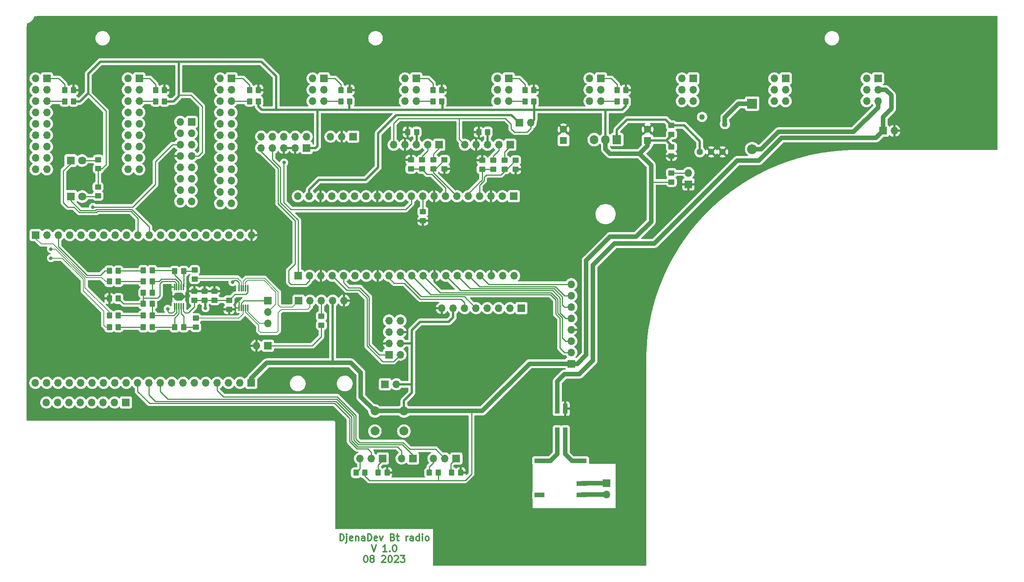
<source format=gbr>
%TF.GenerationSoftware,KiCad,Pcbnew,6.0.8-f2edbf62ab~116~ubuntu20.04.1*%
%TF.CreationDate,2023-08-02T22:58:18+02:00*%
%TF.ProjectId,Board_Bluetooth_radio_platform,426f6172-645f-4426-9c75-65746f6f7468,rev?*%
%TF.SameCoordinates,Original*%
%TF.FileFunction,Copper,L1,Top*%
%TF.FilePolarity,Positive*%
%FSLAX46Y46*%
G04 Gerber Fmt 4.6, Leading zero omitted, Abs format (unit mm)*
G04 Created by KiCad (PCBNEW 6.0.8-f2edbf62ab~116~ubuntu20.04.1) date 2023-08-02 22:58:18*
%MOMM*%
%LPD*%
G01*
G04 APERTURE LIST*
G04 Aperture macros list*
%AMRoundRect*
0 Rectangle with rounded corners*
0 $1 Rounding radius*
0 $2 $3 $4 $5 $6 $7 $8 $9 X,Y pos of 4 corners*
0 Add a 4 corners polygon primitive as box body*
4,1,4,$2,$3,$4,$5,$6,$7,$8,$9,$2,$3,0*
0 Add four circle primitives for the rounded corners*
1,1,$1+$1,$2,$3*
1,1,$1+$1,$4,$5*
1,1,$1+$1,$6,$7*
1,1,$1+$1,$8,$9*
0 Add four rect primitives between the rounded corners*
20,1,$1+$1,$2,$3,$4,$5,0*
20,1,$1+$1,$4,$5,$6,$7,0*
20,1,$1+$1,$6,$7,$8,$9,0*
20,1,$1+$1,$8,$9,$2,$3,0*%
G04 Aperture macros list end*
%ADD10C,0.300000*%
%TA.AperFunction,NonConductor*%
%ADD11C,0.300000*%
%TD*%
%TA.AperFunction,ComponentPad*%
%ADD12R,1.700000X1.700000*%
%TD*%
%TA.AperFunction,ComponentPad*%
%ADD13O,1.700000X1.700000*%
%TD*%
%TA.AperFunction,SMDPad,CuDef*%
%ADD14RoundRect,0.250000X-0.350000X-0.450000X0.350000X-0.450000X0.350000X0.450000X-0.350000X0.450000X0*%
%TD*%
%TA.AperFunction,SMDPad,CuDef*%
%ADD15RoundRect,0.250000X0.450000X-0.350000X0.450000X0.350000X-0.450000X0.350000X-0.450000X-0.350000X0*%
%TD*%
%TA.AperFunction,SMDPad,CuDef*%
%ADD16RoundRect,0.250000X-0.450000X0.350000X-0.450000X-0.350000X0.450000X-0.350000X0.450000X0.350000X0*%
%TD*%
%TA.AperFunction,SMDPad,CuDef*%
%ADD17R,2.300000X1.000000*%
%TD*%
%TA.AperFunction,ComponentPad*%
%ADD18R,1.905000X2.000000*%
%TD*%
%TA.AperFunction,ComponentPad*%
%ADD19O,1.905000X2.000000*%
%TD*%
%TA.AperFunction,ComponentPad*%
%ADD20R,1.800000X1.800000*%
%TD*%
%TA.AperFunction,ComponentPad*%
%ADD21C,1.800000*%
%TD*%
%TA.AperFunction,SMDPad,CuDef*%
%ADD22RoundRect,0.250000X0.350000X0.450000X-0.350000X0.450000X-0.350000X-0.450000X0.350000X-0.450000X0*%
%TD*%
%TA.AperFunction,ComponentPad*%
%ADD23C,1.440000*%
%TD*%
%TA.AperFunction,ComponentPad*%
%ADD24R,2.200000X2.200000*%
%TD*%
%TA.AperFunction,ComponentPad*%
%ADD25O,2.200000X2.200000*%
%TD*%
%TA.AperFunction,ComponentPad*%
%ADD26C,2.000000*%
%TD*%
%TA.AperFunction,SMDPad,CuDef*%
%ADD27R,1.000000X2.200000*%
%TD*%
%TA.AperFunction,ComponentPad*%
%ADD28R,1.600000X1.600000*%
%TD*%
%TA.AperFunction,ComponentPad*%
%ADD29C,1.600000*%
%TD*%
%TA.AperFunction,ComponentPad*%
%ADD30C,1.270000*%
%TD*%
%TA.AperFunction,SMDPad,CuDef*%
%ADD31RoundRect,0.075000X-0.075000X0.650000X-0.075000X-0.650000X0.075000X-0.650000X0.075000X0.650000X0*%
%TD*%
%TA.AperFunction,ComponentPad*%
%ADD32C,0.600000*%
%TD*%
%TA.AperFunction,SMDPad,CuDef*%
%ADD33R,1.880000X1.570000*%
%TD*%
%TA.AperFunction,ViaPad*%
%ADD34C,0.800000*%
%TD*%
%TA.AperFunction,Conductor*%
%ADD35C,0.500000*%
%TD*%
%TA.AperFunction,Conductor*%
%ADD36C,1.000000*%
%TD*%
%TA.AperFunction,Conductor*%
%ADD37C,0.250000*%
%TD*%
%TA.AperFunction,Conductor*%
%ADD38C,0.200000*%
%TD*%
G04 APERTURE END LIST*
D10*
D11*
X92557142Y-137863571D02*
X92557142Y-136363571D01*
X92914285Y-136363571D01*
X93128571Y-136435000D01*
X93271428Y-136577857D01*
X93342857Y-136720714D01*
X93414285Y-137006428D01*
X93414285Y-137220714D01*
X93342857Y-137506428D01*
X93271428Y-137649285D01*
X93128571Y-137792142D01*
X92914285Y-137863571D01*
X92557142Y-137863571D01*
X94057142Y-136863571D02*
X94057142Y-138149285D01*
X93985714Y-138292142D01*
X93842857Y-138363571D01*
X93771428Y-138363571D01*
X94057142Y-136363571D02*
X93985714Y-136435000D01*
X94057142Y-136506428D01*
X94128571Y-136435000D01*
X94057142Y-136363571D01*
X94057142Y-136506428D01*
X95342857Y-137792142D02*
X95200000Y-137863571D01*
X94914285Y-137863571D01*
X94771428Y-137792142D01*
X94700000Y-137649285D01*
X94700000Y-137077857D01*
X94771428Y-136935000D01*
X94914285Y-136863571D01*
X95200000Y-136863571D01*
X95342857Y-136935000D01*
X95414285Y-137077857D01*
X95414285Y-137220714D01*
X94700000Y-137363571D01*
X96057142Y-136863571D02*
X96057142Y-137863571D01*
X96057142Y-137006428D02*
X96128571Y-136935000D01*
X96271428Y-136863571D01*
X96485714Y-136863571D01*
X96628571Y-136935000D01*
X96700000Y-137077857D01*
X96700000Y-137863571D01*
X98057142Y-137863571D02*
X98057142Y-137077857D01*
X97985714Y-136935000D01*
X97842857Y-136863571D01*
X97557142Y-136863571D01*
X97414285Y-136935000D01*
X98057142Y-137792142D02*
X97914285Y-137863571D01*
X97557142Y-137863571D01*
X97414285Y-137792142D01*
X97342857Y-137649285D01*
X97342857Y-137506428D01*
X97414285Y-137363571D01*
X97557142Y-137292142D01*
X97914285Y-137292142D01*
X98057142Y-137220714D01*
X98771428Y-137863571D02*
X98771428Y-136363571D01*
X99128571Y-136363571D01*
X99342857Y-136435000D01*
X99485714Y-136577857D01*
X99557142Y-136720714D01*
X99628571Y-137006428D01*
X99628571Y-137220714D01*
X99557142Y-137506428D01*
X99485714Y-137649285D01*
X99342857Y-137792142D01*
X99128571Y-137863571D01*
X98771428Y-137863571D01*
X100842857Y-137792142D02*
X100700000Y-137863571D01*
X100414285Y-137863571D01*
X100271428Y-137792142D01*
X100200000Y-137649285D01*
X100200000Y-137077857D01*
X100271428Y-136935000D01*
X100414285Y-136863571D01*
X100700000Y-136863571D01*
X100842857Y-136935000D01*
X100914285Y-137077857D01*
X100914285Y-137220714D01*
X100200000Y-137363571D01*
X101414285Y-136863571D02*
X101771428Y-137863571D01*
X102128571Y-136863571D01*
X104342857Y-137077857D02*
X104557142Y-137149285D01*
X104628571Y-137220714D01*
X104700000Y-137363571D01*
X104700000Y-137577857D01*
X104628571Y-137720714D01*
X104557142Y-137792142D01*
X104414285Y-137863571D01*
X103842857Y-137863571D01*
X103842857Y-136363571D01*
X104342857Y-136363571D01*
X104485714Y-136435000D01*
X104557142Y-136506428D01*
X104628571Y-136649285D01*
X104628571Y-136792142D01*
X104557142Y-136935000D01*
X104485714Y-137006428D01*
X104342857Y-137077857D01*
X103842857Y-137077857D01*
X105128571Y-136863571D02*
X105700000Y-136863571D01*
X105342857Y-136363571D02*
X105342857Y-137649285D01*
X105414285Y-137792142D01*
X105557142Y-137863571D01*
X105700000Y-137863571D01*
X107342857Y-137863571D02*
X107342857Y-136863571D01*
X107342857Y-137149285D02*
X107414285Y-137006428D01*
X107485714Y-136935000D01*
X107628571Y-136863571D01*
X107771428Y-136863571D01*
X108914285Y-137863571D02*
X108914285Y-137077857D01*
X108842857Y-136935000D01*
X108700000Y-136863571D01*
X108414285Y-136863571D01*
X108271428Y-136935000D01*
X108914285Y-137792142D02*
X108771428Y-137863571D01*
X108414285Y-137863571D01*
X108271428Y-137792142D01*
X108200000Y-137649285D01*
X108200000Y-137506428D01*
X108271428Y-137363571D01*
X108414285Y-137292142D01*
X108771428Y-137292142D01*
X108914285Y-137220714D01*
X110271428Y-137863571D02*
X110271428Y-136363571D01*
X110271428Y-137792142D02*
X110128571Y-137863571D01*
X109842857Y-137863571D01*
X109700000Y-137792142D01*
X109628571Y-137720714D01*
X109557142Y-137577857D01*
X109557142Y-137149285D01*
X109628571Y-137006428D01*
X109700000Y-136935000D01*
X109842857Y-136863571D01*
X110128571Y-136863571D01*
X110271428Y-136935000D01*
X110985714Y-137863571D02*
X110985714Y-136863571D01*
X110985714Y-136363571D02*
X110914285Y-136435000D01*
X110985714Y-136506428D01*
X111057142Y-136435000D01*
X110985714Y-136363571D01*
X110985714Y-136506428D01*
X111914285Y-137863571D02*
X111771428Y-137792142D01*
X111700000Y-137720714D01*
X111628571Y-137577857D01*
X111628571Y-137149285D01*
X111700000Y-137006428D01*
X111771428Y-136935000D01*
X111914285Y-136863571D01*
X112128571Y-136863571D01*
X112271428Y-136935000D01*
X112342857Y-137006428D01*
X112414285Y-137149285D01*
X112414285Y-137577857D01*
X112342857Y-137720714D01*
X112271428Y-137792142D01*
X112128571Y-137863571D01*
X111914285Y-137863571D01*
X99592857Y-138778571D02*
X100092857Y-140278571D01*
X100592857Y-138778571D01*
X103021428Y-140278571D02*
X102164285Y-140278571D01*
X102592857Y-140278571D02*
X102592857Y-138778571D01*
X102450000Y-138992857D01*
X102307142Y-139135714D01*
X102164285Y-139207142D01*
X103664285Y-140135714D02*
X103735714Y-140207142D01*
X103664285Y-140278571D01*
X103592857Y-140207142D01*
X103664285Y-140135714D01*
X103664285Y-140278571D01*
X104664285Y-138778571D02*
X104807142Y-138778571D01*
X104950000Y-138850000D01*
X105021428Y-138921428D01*
X105092857Y-139064285D01*
X105164285Y-139350000D01*
X105164285Y-139707142D01*
X105092857Y-139992857D01*
X105021428Y-140135714D01*
X104950000Y-140207142D01*
X104807142Y-140278571D01*
X104664285Y-140278571D01*
X104521428Y-140207142D01*
X104450000Y-140135714D01*
X104378571Y-139992857D01*
X104307142Y-139707142D01*
X104307142Y-139350000D01*
X104378571Y-139064285D01*
X104450000Y-138921428D01*
X104521428Y-138850000D01*
X104664285Y-138778571D01*
X98235714Y-141193571D02*
X98378571Y-141193571D01*
X98521428Y-141265000D01*
X98592857Y-141336428D01*
X98664285Y-141479285D01*
X98735714Y-141765000D01*
X98735714Y-142122142D01*
X98664285Y-142407857D01*
X98592857Y-142550714D01*
X98521428Y-142622142D01*
X98378571Y-142693571D01*
X98235714Y-142693571D01*
X98092857Y-142622142D01*
X98021428Y-142550714D01*
X97950000Y-142407857D01*
X97878571Y-142122142D01*
X97878571Y-141765000D01*
X97950000Y-141479285D01*
X98021428Y-141336428D01*
X98092857Y-141265000D01*
X98235714Y-141193571D01*
X99592857Y-141836428D02*
X99450000Y-141765000D01*
X99378571Y-141693571D01*
X99307142Y-141550714D01*
X99307142Y-141479285D01*
X99378571Y-141336428D01*
X99450000Y-141265000D01*
X99592857Y-141193571D01*
X99878571Y-141193571D01*
X100021428Y-141265000D01*
X100092857Y-141336428D01*
X100164285Y-141479285D01*
X100164285Y-141550714D01*
X100092857Y-141693571D01*
X100021428Y-141765000D01*
X99878571Y-141836428D01*
X99592857Y-141836428D01*
X99450000Y-141907857D01*
X99378571Y-141979285D01*
X99307142Y-142122142D01*
X99307142Y-142407857D01*
X99378571Y-142550714D01*
X99450000Y-142622142D01*
X99592857Y-142693571D01*
X99878571Y-142693571D01*
X100021428Y-142622142D01*
X100092857Y-142550714D01*
X100164285Y-142407857D01*
X100164285Y-142122142D01*
X100092857Y-141979285D01*
X100021428Y-141907857D01*
X99878571Y-141836428D01*
X101878571Y-141336428D02*
X101950000Y-141265000D01*
X102092857Y-141193571D01*
X102450000Y-141193571D01*
X102592857Y-141265000D01*
X102664285Y-141336428D01*
X102735714Y-141479285D01*
X102735714Y-141622142D01*
X102664285Y-141836428D01*
X101807142Y-142693571D01*
X102735714Y-142693571D01*
X103664285Y-141193571D02*
X103807142Y-141193571D01*
X103950000Y-141265000D01*
X104021428Y-141336428D01*
X104092857Y-141479285D01*
X104164285Y-141765000D01*
X104164285Y-142122142D01*
X104092857Y-142407857D01*
X104021428Y-142550714D01*
X103950000Y-142622142D01*
X103807142Y-142693571D01*
X103664285Y-142693571D01*
X103521428Y-142622142D01*
X103450000Y-142550714D01*
X103378571Y-142407857D01*
X103307142Y-142122142D01*
X103307142Y-141765000D01*
X103378571Y-141479285D01*
X103450000Y-141336428D01*
X103521428Y-141265000D01*
X103664285Y-141193571D01*
X104735714Y-141336428D02*
X104807142Y-141265000D01*
X104950000Y-141193571D01*
X105307142Y-141193571D01*
X105450000Y-141265000D01*
X105521428Y-141336428D01*
X105592857Y-141479285D01*
X105592857Y-141622142D01*
X105521428Y-141836428D01*
X104664285Y-142693571D01*
X105592857Y-142693571D01*
X106092857Y-141193571D02*
X107021428Y-141193571D01*
X106521428Y-141765000D01*
X106735714Y-141765000D01*
X106878571Y-141836428D01*
X106950000Y-141907857D01*
X107021428Y-142050714D01*
X107021428Y-142407857D01*
X106950000Y-142550714D01*
X106878571Y-142622142D01*
X106735714Y-142693571D01*
X106307142Y-142693571D01*
X106164285Y-142622142D01*
X106092857Y-142550714D01*
D12*
%TO.P,J_III1,1,Pin_1*%
%TO.N,unconnected-(J_III1-Pad1)*%
X171510000Y-34500000D03*
D13*
%TO.P,J_III1,2,Pin_2*%
%TO.N,unconnected-(J_III1-Pad2)*%
X168970000Y-34500000D03*
%TO.P,J_III1,3,Pin_3*%
%TO.N,sys_contact_ci*%
X171510000Y-37040000D03*
%TO.P,J_III1,4,Pin_4*%
%TO.N,unconnected-(J_III1-Pad4)*%
X168970000Y-37040000D03*
%TO.P,J_III1,5,Pin_5*%
%TO.N,sys_contact_co*%
X171510000Y-39580000D03*
%TO.P,J_III1,6,Pin_6*%
%TO.N,unconnected-(J_III1-Pad6)*%
X168970000Y-39580000D03*
%TD*%
D14*
%TO.P,C11,1*%
%TO.N,BT_SPKR_R+*%
X41000000Y-87500000D03*
%TO.P,C11,2*%
%TO.N,Net-(C11-Pad2)*%
X43000000Y-87500000D03*
%TD*%
D15*
%TO.P,C17,1*%
%TO.N,Net-(C17-Pad1)*%
X60300000Y-90100000D03*
%TO.P,C17,2*%
%TO.N,aud_bt_o-*%
X60300000Y-88100000D03*
%TD*%
D12*
%TO.P,J_sys1,1,Pin_1*%
%TO.N,sys_Vsys*%
X132608000Y-44425000D03*
D13*
%TO.P,J_sys1,2,Pin_2*%
%TO.N,+3V3*%
X135148000Y-44425000D03*
%TD*%
D12*
%TO.P,J_VI1,1,Pin_1*%
%TO.N,Net-(J_VI1-Pad1)*%
X109590000Y-34500000D03*
D13*
%TO.P,J_VI1,2,Pin_2*%
%TO.N,unconnected-(J_VI1-Pad2)*%
X107050000Y-34500000D03*
%TO.P,J_VI1,3,Pin_3*%
%TO.N,sys_button_e*%
X109590000Y-37040000D03*
%TO.P,J_VI1,4,Pin_4*%
%TO.N,unconnected-(J_VI1-Pad4)*%
X107050000Y-37040000D03*
%TO.P,J_VI1,5,Pin_5*%
%TO.N,Net-(J_VI1-Pad5)*%
X109590000Y-39580000D03*
%TO.P,J_VI1,6,Pin_6*%
%TO.N,unconnected-(J_VI1-Pad6)*%
X107050000Y-39580000D03*
%TD*%
D16*
%TO.P,C6,1*%
%TO.N,RE1_A*%
X131800000Y-52800000D03*
%TO.P,C6,2*%
%TO.N,GND*%
X131800000Y-54800000D03*
%TD*%
D12*
%TO.P,J_pwrLed1,1,Pin_1*%
%TO.N,GND*%
X170434000Y-58166000D03*
D13*
%TO.P,J_pwrLed1,2,Pin_2*%
%TO.N,Net-(J_pwrLed1-Pad2)*%
X170434000Y-55626000D03*
%TD*%
D12*
%TO.P,J13,1,Pin_1*%
%TO.N,+3V3*%
X144247000Y-98283000D03*
D13*
%TO.P,J13,2,Pin_2*%
%TO.N,EPD_DC*%
X144247000Y-95743000D03*
%TO.P,J13,3,Pin_3*%
%TO.N,EPD_CS*%
X144247000Y-93203000D03*
%TO.P,J13,4,Pin_4*%
%TO.N,GND*%
X144247000Y-90663000D03*
%TO.P,J13,5,Pin_5*%
%TO.N,EPD_CLK*%
X144247000Y-88123000D03*
%TO.P,J13,6,Pin_6*%
%TO.N,EPD_DIN*%
X144247000Y-85583000D03*
%TO.P,J13,7,Pin_7*%
%TO.N,EPD_RST*%
X144247000Y-83043000D03*
%TO.P,J13,8,Pin_8*%
%TO.N,EPD_BUSY*%
X144247000Y-80503000D03*
%TD*%
D12*
%TO.P,J3,1,Pin_1*%
%TO.N,+3V3*%
X72725000Y-102550000D03*
D13*
%TO.P,J3,2,Pin_2*%
%TO.N,BT_PWREN*%
X70185000Y-102550000D03*
%TO.P,J3,3,Pin_3*%
%TO.N,BT_GPIO6*%
X67645000Y-102550000D03*
%TO.P,J3,4,Pin_4*%
%TO.N,BT_GPIO7*%
X65105000Y-102550000D03*
%TO.P,J3,5,Pin_5*%
%TO.N,BT_UART_RX*%
X62565000Y-102550000D03*
%TO.P,J3,6,Pin_6*%
%TO.N,BT_UART_TX*%
X60025000Y-102550000D03*
%TO.P,J3,7,Pin_7*%
%TO.N,BT_UART_CTS*%
X57485000Y-102550000D03*
%TO.P,J3,8,Pin_8*%
%TO.N,BT_UART_RTS*%
X54945000Y-102550000D03*
%TO.P,J3,9,Pin_9*%
%TO.N,Net-(J19-Pad1)*%
X52405000Y-102550000D03*
%TO.P,J3,10,Pin_10*%
%TO.N,Net-(J19-Pad2)*%
X49865000Y-102550000D03*
%TO.P,J3,11,Pin_11*%
%TO.N,BT_GPIO9*%
X47325000Y-102550000D03*
%TO.P,J3,12,Pin_12*%
%TO.N,Net-(J2-Pad1)*%
X44785000Y-102550000D03*
%TO.P,J3,13,Pin_13*%
%TO.N,Net-(J2-Pad2)*%
X42245000Y-102550000D03*
%TO.P,J3,14,Pin_14*%
%TO.N,Net-(J2-Pad3)*%
X39705000Y-102550000D03*
%TO.P,J3,15,Pin_15*%
%TO.N,Net-(J2-Pad4)*%
X37165000Y-102550000D03*
%TO.P,J3,16,Pin_16*%
%TO.N,Net-(J2-Pad5)*%
X34625000Y-102550000D03*
%TO.P,J3,17,Pin_17*%
%TO.N,Net-(J2-Pad6)*%
X32085000Y-102550000D03*
%TO.P,J3,18,Pin_18*%
%TO.N,Net-(J2-Pad7)*%
X29545000Y-102550000D03*
%TO.P,J3,19,Pin_19*%
%TO.N,BT_GPIO2*%
X27005000Y-102550000D03*
%TO.P,J3,20,Pin_20*%
%TO.N,Net-(J2-Pad8)*%
X24465000Y-102550000D03*
%TD*%
D16*
%TO.P,R43,1*%
%TO.N,Net-(J20-Pad3)*%
X88392000Y-87646000D03*
%TO.P,R43,2*%
%TO.N,Net-(J15-Pad1)*%
X88392000Y-89646000D03*
%TD*%
%TO.P,C16,1*%
%TO.N,Net-(C16-Pad1)*%
X60050000Y-77350000D03*
%TO.P,C16,2*%
%TO.N,aud_bt_o+*%
X60050000Y-79350000D03*
%TD*%
D12*
%TO.P,J_IX1,1,Pin_1*%
%TO.N,Net-(J_IX1-Pad1)*%
X47677500Y-34500000D03*
D13*
%TO.P,J_IX1,2,Pin_2*%
%TO.N,unconnected-(J_IX1-Pad2)*%
X45137500Y-34500000D03*
%TO.P,J_IX1,3,Pin_3*%
%TO.N,sys_button_b*%
X47677500Y-37040000D03*
%TO.P,J_IX1,4,Pin_4*%
%TO.N,unconnected-(J_IX1-Pad4)*%
X45137500Y-37040000D03*
%TO.P,J_IX1,5,Pin_5*%
%TO.N,Net-(J_IX1-Pad5)*%
X47677500Y-39580000D03*
%TO.P,J_IX1,6,Pin_6*%
%TO.N,unconnected-(J_IX1-Pad6)*%
X45137500Y-39580000D03*
%TO.P,J_IX1,7,Pin_7*%
%TO.N,unconnected-(J_IX1-Pad7)*%
X47677500Y-42120000D03*
%TO.P,J_IX1,8,Pin_8*%
%TO.N,unconnected-(J_IX1-Pad8)*%
X45137500Y-42120000D03*
%TO.P,J_IX1,9,Pin_9*%
%TO.N,unconnected-(J_IX1-Pad9)*%
X47677500Y-44660000D03*
%TO.P,J_IX1,10,Pin_10*%
%TO.N,unconnected-(J_IX1-Pad10)*%
X45137500Y-44660000D03*
%TO.P,J_IX1,11,Pin_11*%
%TO.N,unconnected-(J_IX1-Pad11)*%
X47677500Y-47200000D03*
%TO.P,J_IX1,12,Pin_12*%
%TO.N,unconnected-(J_IX1-Pad12)*%
X45137500Y-47200000D03*
%TO.P,J_IX1,13,Pin_13*%
%TO.N,unconnected-(J_IX1-Pad13)*%
X47677500Y-49740000D03*
%TO.P,J_IX1,14,Pin_14*%
%TO.N,unconnected-(J_IX1-Pad14)*%
X45137500Y-49740000D03*
%TO.P,J_IX1,15,Pin_15*%
%TO.N,unconnected-(J_IX1-Pad15)*%
X47677500Y-52280000D03*
%TO.P,J_IX1,16,Pin_16*%
%TO.N,unconnected-(J_IX1-Pad16)*%
X45137500Y-52280000D03*
%TO.P,J_IX1,17,Pin_17*%
%TO.N,unconnected-(J_IX1-Pad17)*%
X47677500Y-54820000D03*
%TO.P,J_IX1,18,Pin_18*%
%TO.N,unconnected-(J_IX1-Pad18)*%
X45137500Y-54820000D03*
%TD*%
D12*
%TO.P,J_I1,1,Pin_1*%
%TO.N,unconnected-(J_I1-Pad1)*%
X212780000Y-34500000D03*
D13*
%TO.P,J_I1,2,Pin_2*%
%TO.N,unconnected-(J_I1-Pad2)*%
X210240000Y-34500000D03*
%TO.P,J_I1,3,Pin_3*%
%TO.N,sys_onoff_i*%
X212780000Y-37040000D03*
%TO.P,J_I1,4,Pin_4*%
%TO.N,unconnected-(J_I1-Pad4)*%
X210240000Y-37040000D03*
%TO.P,J_I1,5,Pin_5*%
%TO.N,sys_onoff_o*%
X212780000Y-39580000D03*
%TO.P,J_I1,6,Pin_6*%
%TO.N,unconnected-(J_I1-Pad6)*%
X210240000Y-39580000D03*
%TD*%
D12*
%TO.P,J11,1,Pin_1*%
%TO.N,Net-(J11-Pad1)*%
X130600000Y-49325000D03*
D13*
%TO.P,J11,2,Pin_2*%
%TO.N,Net-(J11-Pad2)*%
X128060000Y-49325000D03*
%TO.P,J11,3,Pin_3*%
%TO.N,RE1_SW*%
X125520000Y-49325000D03*
%TO.P,J11,4,Pin_4*%
%TO.N,GND*%
X122980000Y-49325000D03*
%TO.P,J11,5,Pin_5*%
%TO.N,+3V3*%
X120440000Y-49325000D03*
%TD*%
D12*
%TO.P,J12,1,Pin_1*%
%TO.N,Net-(J12-Pad1)*%
X114700000Y-49325000D03*
D13*
%TO.P,J12,2,Pin_2*%
%TO.N,Net-(J12-Pad2)*%
X112160000Y-49325000D03*
%TO.P,J12,3,Pin_3*%
%TO.N,RE2_SW*%
X109620000Y-49325000D03*
%TO.P,J12,4,Pin_4*%
%TO.N,GND*%
X107080000Y-49325000D03*
%TO.P,J12,5,Pin_5*%
%TO.N,+3V3*%
X104540000Y-49325000D03*
%TD*%
D12*
%TO.P,J16,1,Pin_1*%
%TO.N,Net-(J16-Pad1)*%
X68315000Y-34500000D03*
D13*
%TO.P,J16,2,Pin_2*%
%TO.N,unconnected-(J16-Pad2)*%
X65775000Y-34500000D03*
%TO.P,J16,3,Pin_3*%
%TO.N,sys_button_c*%
X68315000Y-37040000D03*
%TO.P,J16,4,Pin_4*%
%TO.N,unconnected-(J16-Pad4)*%
X65775000Y-37040000D03*
%TO.P,J16,5,Pin_5*%
%TO.N,Net-(J16-Pad5)*%
X68315000Y-39580000D03*
%TO.P,J16,6,Pin_6*%
%TO.N,unconnected-(J16-Pad6)*%
X65775000Y-39580000D03*
%TO.P,J16,7,Pin_7*%
%TO.N,unconnected-(J16-Pad7)*%
X68315000Y-42120000D03*
%TO.P,J16,8,Pin_8*%
%TO.N,unconnected-(J16-Pad8)*%
X65775000Y-42120000D03*
%TO.P,J16,9,Pin_9*%
%TO.N,unconnected-(J16-Pad9)*%
X68315000Y-44660000D03*
%TO.P,J16,10,Pin_10*%
%TO.N,unconnected-(J16-Pad10)*%
X65775000Y-44660000D03*
%TO.P,J16,11,Pin_11*%
%TO.N,unconnected-(J16-Pad11)*%
X68315000Y-47200000D03*
%TO.P,J16,12,Pin_12*%
%TO.N,unconnected-(J16-Pad12)*%
X65775000Y-47200000D03*
%TO.P,J16,13,Pin_13*%
%TO.N,unconnected-(J16-Pad13)*%
X68315000Y-49740000D03*
%TO.P,J16,14,Pin_14*%
%TO.N,unconnected-(J16-Pad14)*%
X65775000Y-49740000D03*
%TO.P,J16,15,Pin_15*%
%TO.N,unconnected-(J16-Pad15)*%
X68315000Y-52280000D03*
%TO.P,J16,16,Pin_16*%
%TO.N,unconnected-(J16-Pad16)*%
X65775000Y-52280000D03*
%TO.P,J16,17,Pin_17*%
%TO.N,unconnected-(J16-Pad17)*%
X68315000Y-54820000D03*
%TO.P,J16,18,Pin_18*%
%TO.N,unconnected-(J16-Pad18)*%
X65775000Y-54820000D03*
%TO.P,J16,19,Pin_19*%
%TO.N,unconnected-(J16-Pad19)*%
X68315000Y-57360000D03*
%TO.P,J16,20,Pin_20*%
%TO.N,unconnected-(J16-Pad20)*%
X65775000Y-57360000D03*
%TO.P,J16,21,Pin_21*%
%TO.N,unconnected-(J16-Pad21)*%
X68315000Y-59900000D03*
%TO.P,J16,22,Pin_22*%
%TO.N,unconnected-(J16-Pad22)*%
X65775000Y-59900000D03*
%TO.P,J16,23,Pin_23*%
%TO.N,unconnected-(J16-Pad23)*%
X68315000Y-62440000D03*
%TO.P,J16,24,Pin_24*%
%TO.N,unconnected-(J16-Pad24)*%
X65775000Y-62440000D03*
%TD*%
D17*
%TO.P,U2,1,-VIN*%
%TO.N,Net-(J17-Pad2)*%
X146552000Y-127633000D03*
%TO.P,U2,3,+VIN*%
%TO.N,Net-(J17-Pad1)*%
X146552000Y-125093000D03*
%TO.P,U2,7,-VOUT*%
%TO.N,Net-(L1-Pad4)*%
X146552000Y-120013000D03*
%TO.P,U2,8,+VOUT*%
%TO.N,Net-(L1-Pad1)*%
X137152000Y-120013000D03*
%TO.P,U2,14,NC*%
%TO.N,unconnected-(U2-Pad14)*%
X137152000Y-127633000D03*
%TD*%
D18*
%TO.P,U1,1,ADJ*%
%TO.N,Net-(R8-Pad2)*%
X154432000Y-48174000D03*
D19*
%TO.P,U1,2,VO*%
%TO.N,+3V3*%
X151892000Y-48174000D03*
%TO.P,U1,3,VI*%
%TO.N,Net-(C1-Pad1)*%
X149352000Y-48174000D03*
%TD*%
D15*
%TO.P,R16,1*%
%TO.N,RE2_B*%
X110900000Y-54700000D03*
%TO.P,R16,2*%
%TO.N,Net-(J12-Pad2)*%
X110900000Y-52700000D03*
%TD*%
D12*
%TO.P,J14,1,Pin_1*%
%TO.N,SYS_audio_sw*%
X76454000Y-84169000D03*
D13*
%TO.P,J14,2,Pin_2*%
%TO.N,audi_fm_o+*%
X76454000Y-86709000D03*
%TO.P,J14,3,Pin_3*%
%TO.N,audi_fm_o-*%
X76454000Y-89249000D03*
%TD*%
D12*
%TO.P,J_VII1,1,Pin_1*%
%TO.N,Net-(J_VII1-Pad1)*%
X88952500Y-34500000D03*
D13*
%TO.P,J_VII1,2,Pin_2*%
%TO.N,unconnected-(J_VII1-Pad2)*%
X86412500Y-34500000D03*
%TO.P,J_VII1,3,Pin_3*%
%TO.N,sys_button_d*%
X88952500Y-37040000D03*
%TO.P,J_VII1,4,Pin_4*%
%TO.N,unconnected-(J_VII1-Pad4)*%
X86412500Y-37040000D03*
%TO.P,J_VII1,5,Pin_5*%
%TO.N,Net-(J_VII1-Pad5)*%
X88952500Y-39580000D03*
%TO.P,J_VII1,6,Pin_6*%
%TO.N,unconnected-(J_VII1-Pad6)*%
X86412500Y-39580000D03*
%TD*%
D14*
%TO.P,R30,1*%
%TO.N,Net-(J_IV1-Pad1)*%
X154448000Y-37084000D03*
%TO.P,R30,2*%
%TO.N,GND*%
X156448000Y-37084000D03*
%TD*%
D20*
%TO.P,D2,1,K*%
%TO.N,BT_LED_0*%
X32350000Y-52850000D03*
D21*
%TO.P,D2,2,A*%
%TO.N,Net-(D2-Pad2)*%
X34890000Y-52850000D03*
%TD*%
D14*
%TO.P,R32,1*%
%TO.N,Net-(J_V1-Pad1)*%
X133874000Y-37084000D03*
%TO.P,R32,2*%
%TO.N,GND*%
X135874000Y-37084000D03*
%TD*%
D12*
%TO.P,JGPIO9,1,Pin_1*%
%TO.N,Net-(JGPIO9-Pad1)*%
X102108000Y-119463000D03*
D13*
%TO.P,JGPIO9,2,Pin_2*%
%TO.N,BT_GPIO9*%
X99568000Y-119463000D03*
%TO.P,JGPIO9,3,Pin_3*%
%TO.N,Net-(JGPIO9-Pad3)*%
X97028000Y-119463000D03*
%TD*%
D12*
%TO.P,J9,1,Pin_1*%
%TO.N,+3V3*%
X85090000Y-50038000D03*
D13*
%TO.P,J9,2,Pin_2*%
%TO.N,DBG_SWDIO*%
X85090000Y-47498000D03*
%TO.P,J9,3,Pin_3*%
%TO.N,GND*%
X82550000Y-50038000D03*
%TO.P,J9,4,Pin_4*%
%TO.N,DBG_SWCLK*%
X82550000Y-47498000D03*
%TO.P,J9,5,Pin_5*%
%TO.N,GND*%
X80010000Y-50038000D03*
%TO.P,J9,6,Pin_6*%
%TO.N,unconnected-(J9-Pad6)*%
X80010000Y-47498000D03*
%TO.P,J9,7,Pin_7*%
%TO.N,DBG_UART_RX*%
X77470000Y-50038000D03*
%TO.P,J9,8,Pin_8*%
%TO.N,unconnected-(J9-Pad8)*%
X77470000Y-47498000D03*
%TO.P,J9,9,Pin_9*%
%TO.N,DBG_UART_TX*%
X74930000Y-50038000D03*
%TO.P,J9,10,Pin_10*%
%TO.N,DBG_RST*%
X74930000Y-47498000D03*
%TD*%
D14*
%TO.P,R20,1*%
%TO.N,Net-(C10-Pad2)*%
X48600000Y-84900000D03*
%TO.P,R20,2*%
%TO.N,Net-(R20-Pad2)*%
X50600000Y-84900000D03*
%TD*%
D22*
%TO.P,R33,1*%
%TO.N,+3V3*%
X115300000Y-39624000D03*
%TO.P,R33,2*%
%TO.N,Net-(J_VI1-Pad5)*%
X113300000Y-39624000D03*
%TD*%
D14*
%TO.P,R12,1*%
%TO.N,GND*%
X107650000Y-46482000D03*
%TO.P,R12,2*%
%TO.N,RE2_SW*%
X109650000Y-46482000D03*
%TD*%
D16*
%TO.P,C3,1*%
%TO.N,+3V3*%
X166624000Y-49800000D03*
%TO.P,C3,2*%
%TO.N,GND*%
X166624000Y-51800000D03*
%TD*%
%TO.P,C7,1*%
%TO.N,RE2_A*%
X115900000Y-52700000D03*
%TO.P,C7,2*%
%TO.N,GND*%
X115900000Y-54700000D03*
%TD*%
D14*
%TO.P,R34,1*%
%TO.N,Net-(J_VI1-Pad1)*%
X113300000Y-37084000D03*
%TO.P,R34,2*%
%TO.N,GND*%
X115300000Y-37084000D03*
%TD*%
%TO.P,C12,1*%
%TO.N,BT_SPKR_R-*%
X41000000Y-90100000D03*
%TO.P,C12,2*%
%TO.N,Net-(C12-Pad2)*%
X43000000Y-90100000D03*
%TD*%
D15*
%TO.P,C15,1*%
%TO.N,+3V3*%
X64520000Y-84074000D03*
%TO.P,C15,2*%
%TO.N,GND*%
X64520000Y-82074000D03*
%TD*%
D14*
%TO.P,R36,1*%
%TO.N,Net-(J_VII1-Pad1)*%
X92726000Y-37084000D03*
%TO.P,R36,2*%
%TO.N,GND*%
X94726000Y-37084000D03*
%TD*%
D15*
%TO.P,R7,1*%
%TO.N,+3V3*%
X38500000Y-54650000D03*
%TO.P,R7,2*%
%TO.N,Net-(D2-Pad2)*%
X38500000Y-52650000D03*
%TD*%
D12*
%TO.P,J_IV1,1,Pin_1*%
%TO.N,Net-(J_IV1-Pad1)*%
X150875000Y-34500000D03*
D13*
%TO.P,J_IV1,2,Pin_2*%
%TO.N,unconnected-(J_IV1-Pad2)*%
X148335000Y-34500000D03*
%TO.P,J_IV1,3,Pin_3*%
%TO.N,unconnected-(J_IV1-Pad3)*%
X150875000Y-37040000D03*
%TO.P,J_IV1,4,Pin_4*%
%TO.N,unconnected-(J_IV1-Pad4)*%
X148335000Y-37040000D03*
%TO.P,J_IV1,5,Pin_5*%
%TO.N,Net-(J_IV1-Pad5)*%
X150875000Y-39580000D03*
%TO.P,J_IV1,6,Pin_6*%
%TO.N,unconnected-(J_IV1-Pad6)*%
X148335000Y-39580000D03*
%TD*%
D15*
%TO.P,C18,1*%
%TO.N,+3V3*%
X62270000Y-84074000D03*
%TO.P,C18,2*%
%TO.N,GND*%
X62270000Y-82074000D03*
%TD*%
D23*
%TO.P,RV1,1,1*%
%TO.N,Net-(R8-Pad2)*%
X172964000Y-50909000D03*
%TO.P,RV1,2,2*%
%TO.N,GND*%
X175504000Y-50909000D03*
%TO.P,RV1,3,3*%
X178044000Y-50909000D03*
%TD*%
D15*
%TO.P,R15,1*%
%TO.N,RE2_A*%
X113400000Y-54700000D03*
%TO.P,R15,2*%
%TO.N,Net-(J12-Pad1)*%
X113400000Y-52700000D03*
%TD*%
D20*
%TO.P,D3,1,K*%
%TO.N,BT_LED_1*%
X32400000Y-60900000D03*
D21*
%TO.P,D3,2,A*%
%TO.N,Net-(D3-Pad2)*%
X34940000Y-60900000D03*
%TD*%
D15*
%TO.P,R10,1*%
%TO.N,+3V3*%
X166624000Y-57642000D03*
%TO.P,R10,2*%
%TO.N,Net-(J_pwrLed1-Pad2)*%
X166624000Y-55642000D03*
%TD*%
D14*
%TO.P,R4,1*%
%TO.N,Net-(JGPIO7-Pad1)*%
X117513000Y-122663000D03*
%TO.P,R4,2*%
%TO.N,GND*%
X119513000Y-122663000D03*
%TD*%
D12*
%TO.P,J10,1,Pin_1*%
%TO.N,DBG_SWCLK*%
X95504000Y-47498000D03*
D13*
%TO.P,J10,2,Pin_2*%
%TO.N,GND*%
X92964000Y-47498000D03*
%TO.P,J10,3,Pin_3*%
%TO.N,DBG_SWDIO*%
X90424000Y-47498000D03*
%TD*%
D15*
%TO.P,C5,1*%
%TO.N,RE2_B*%
X108400000Y-54700000D03*
%TO.P,C5,2*%
%TO.N,GND*%
X108400000Y-52700000D03*
%TD*%
D14*
%TO.P,R18,1*%
%TO.N,Net-(C9-Pad2)*%
X48600000Y-79900000D03*
%TO.P,R18,2*%
%TO.N,Net-(R18-Pad2)*%
X50600000Y-79900000D03*
%TD*%
D22*
%TO.P,R41,1*%
%TO.N,+3V3*%
X33004000Y-39624000D03*
%TO.P,R41,2*%
%TO.N,Net-(J_X1-Pad5)*%
X31004000Y-39624000D03*
%TD*%
D14*
%TO.P,R42,1*%
%TO.N,Net-(J_X1-Pad1)*%
X31004000Y-37084000D03*
%TO.P,R42,2*%
%TO.N,GND*%
X33004000Y-37084000D03*
%TD*%
D22*
%TO.P,R35,1*%
%TO.N,+3V3*%
X94726000Y-39624000D03*
%TO.P,R35,2*%
%TO.N,Net-(J_VII1-Pad5)*%
X92726000Y-39624000D03*
%TD*%
D12*
%TO.P,J_X1,1,Pin_1*%
%TO.N,Net-(J_X1-Pad1)*%
X27040000Y-34500000D03*
D13*
%TO.P,J_X1,2,Pin_2*%
%TO.N,unconnected-(J_X1-Pad2)*%
X24500000Y-34500000D03*
%TO.P,J_X1,3,Pin_3*%
%TO.N,sys_button_a*%
X27040000Y-37040000D03*
%TO.P,J_X1,4,Pin_4*%
%TO.N,unconnected-(J_X1-Pad4)*%
X24500000Y-37040000D03*
%TO.P,J_X1,5,Pin_5*%
%TO.N,Net-(J_X1-Pad5)*%
X27040000Y-39580000D03*
%TO.P,J_X1,6,Pin_6*%
%TO.N,unconnected-(J_X1-Pad6)*%
X24500000Y-39580000D03*
%TO.P,J_X1,7,Pin_7*%
%TO.N,unconnected-(J_X1-Pad7)*%
X27040000Y-42120000D03*
%TO.P,J_X1,8,Pin_8*%
%TO.N,unconnected-(J_X1-Pad8)*%
X24500000Y-42120000D03*
%TO.P,J_X1,9,Pin_9*%
%TO.N,unconnected-(J_X1-Pad9)*%
X27040000Y-44660000D03*
%TO.P,J_X1,10,Pin_10*%
%TO.N,unconnected-(J_X1-Pad10)*%
X24500000Y-44660000D03*
%TO.P,J_X1,11,Pin_11*%
%TO.N,unconnected-(J_X1-Pad11)*%
X27040000Y-47200000D03*
%TO.P,J_X1,12,Pin_12*%
%TO.N,unconnected-(J_X1-Pad12)*%
X24500000Y-47200000D03*
%TO.P,J_X1,13,Pin_13*%
%TO.N,unconnected-(J_X1-Pad13)*%
X27040000Y-49740000D03*
%TO.P,J_X1,14,Pin_14*%
%TO.N,unconnected-(J_X1-Pad14)*%
X24500000Y-49740000D03*
%TO.P,J_X1,15,Pin_15*%
%TO.N,unconnected-(J_X1-Pad15)*%
X27040000Y-52280000D03*
%TO.P,J_X1,16,Pin_16*%
%TO.N,unconnected-(J_X1-Pad16)*%
X24500000Y-52280000D03*
%TO.P,J_X1,17,Pin_17*%
%TO.N,unconnected-(J_X1-Pad17)*%
X27040000Y-54820000D03*
%TO.P,J_X1,18,Pin_18*%
%TO.N,unconnected-(J_X1-Pad18)*%
X24500000Y-54820000D03*
%TD*%
D12*
%TO.P,J20,1,Pin_1*%
%TO.N,/audio_amp_stage/SPKR+*%
X83300000Y-84175000D03*
D13*
%TO.P,J20,2,Pin_2*%
%TO.N,/audio_amp_stage/SPKR-*%
X85840000Y-84175000D03*
%TO.P,J20,3,Pin_3*%
%TO.N,Net-(J20-Pad3)*%
X88380000Y-84175000D03*
%TO.P,J20,4,Pin_4*%
%TO.N,+3V3*%
X90920000Y-84175000D03*
%TO.P,J20,5,Pin_5*%
%TO.N,GND*%
X93460000Y-84175000D03*
%TD*%
D24*
%TO.P,D1,1,K*%
%TO.N,Net-(D1-Pad1)*%
X184658000Y-40132000D03*
D25*
%TO.P,D1,2,A*%
%TO.N,sys_onoff_o*%
X184658000Y-50292000D03*
%TD*%
D22*
%TO.P,R39,1*%
%TO.N,+3V3*%
X53324000Y-39624000D03*
%TO.P,R39,2*%
%TO.N,Net-(J_IX1-Pad5)*%
X51324000Y-39624000D03*
%TD*%
D15*
%TO.P,R14,1*%
%TO.N,RE1_B*%
X126800000Y-54800000D03*
%TO.P,R14,2*%
%TO.N,Net-(J11-Pad2)*%
X126800000Y-52800000D03*
%TD*%
D12*
%TO.P,J15,1,Pin_1*%
%TO.N,Net-(J15-Pad1)*%
X76434000Y-94259000D03*
D13*
%TO.P,J15,2,Pin_2*%
%TO.N,GND*%
X73894000Y-94259000D03*
%TD*%
D14*
%TO.P,R2,1*%
%TO.N,Net-(JGPIO9-Pad1)*%
X101058000Y-122663000D03*
%TO.P,R2,2*%
%TO.N,GND*%
X103058000Y-122663000D03*
%TD*%
D12*
%TO.P,JRP4020L_1,1,Pin_1*%
%TO.N,DBG_UART_RX*%
X83200000Y-78615000D03*
D13*
%TO.P,JRP4020L_1,2,Pin_2*%
%TO.N,DBG_UART_TX*%
X85740000Y-78615000D03*
%TO.P,JRP4020L_1,3,Pin_3*%
%TO.N,GND*%
X88280000Y-78615000D03*
%TO.P,JRP4020L_1,4,Pin_4*%
%TO.N,BT_UART_RX*%
X90820000Y-78615000D03*
%TO.P,JRP4020L_1,5,Pin_5*%
%TO.N,BT_UART_TX*%
X93360000Y-78615000D03*
%TO.P,JRP4020L_1,6,Pin_6*%
%TO.N,FM_RST*%
X95900000Y-78615000D03*
%TO.P,JRP4020L_1,7,Pin_7*%
%TO.N,FM_SEN*%
X98440000Y-78615000D03*
%TO.P,JRP4020L_1,8,Pin_8*%
%TO.N,GND*%
X100980000Y-78615000D03*
%TO.P,JRP4020L_1,9,Pin_9*%
%TO.N,FM_SDIO*%
X103520000Y-78615000D03*
%TO.P,JRP4020L_1,10,Pin_10*%
%TO.N,FM_SCLK*%
X106060000Y-78615000D03*
%TO.P,JRP4020L_1,11,Pin_11*%
%TO.N,EPD_DC*%
X108600000Y-78615000D03*
%TO.P,JRP4020L_1,12,Pin_12*%
%TO.N,EPD_CS*%
X111140000Y-78615000D03*
%TO.P,JRP4020L_1,13,Pin_13*%
%TO.N,GND*%
X113680000Y-78615000D03*
%TO.P,JRP4020L_1,14,Pin_14*%
%TO.N,EPD_CLK*%
X116220000Y-78615000D03*
%TO.P,JRP4020L_1,15,Pin_15*%
%TO.N,EPD_DIN*%
X118760000Y-78615000D03*
%TO.P,JRP4020L_1,16,Pin_16*%
%TO.N,EPD_RST*%
X121300000Y-78615000D03*
%TO.P,JRP4020L_1,17,Pin_17*%
%TO.N,EPD_BUSY*%
X123840000Y-78615000D03*
%TO.P,JRP4020L_1,18,Pin_18*%
%TO.N,GND*%
X126380000Y-78615000D03*
%TO.P,JRP4020L_1,19,Pin_19*%
%TO.N,FM_GPIO2*%
X128920000Y-78615000D03*
%TO.P,JRP4020L_1,20,Pin_20*%
%TO.N,FM_GPIO1*%
X131460000Y-78615000D03*
%TD*%
D14*
%TO.P,R40,1*%
%TO.N,Net-(J_IX1-Pad1)*%
X51324000Y-37084000D03*
%TO.P,R40,2*%
%TO.N,GND*%
X53324000Y-37084000D03*
%TD*%
D15*
%TO.P,R8,1*%
%TO.N,+3V3*%
X166624000Y-46974000D03*
%TO.P,R8,2*%
%TO.N,Net-(R8-Pad2)*%
X166624000Y-44974000D03*
%TD*%
D26*
%TO.P,SW1,1,1*%
%TO.N,+3V3*%
X106842000Y-108850000D03*
X100342000Y-108850000D03*
%TO.P,SW1,2,2*%
%TO.N,BT_PWREN*%
X106842000Y-113350000D03*
X100342000Y-113350000D03*
%TD*%
D14*
%TO.P,C8,1*%
%TO.N,BT_SPKR_L-*%
X41000000Y-77500000D03*
%TO.P,C8,2*%
%TO.N,Net-(C8-Pad2)*%
X43000000Y-77500000D03*
%TD*%
%TO.P,R11,1*%
%TO.N,GND*%
X123550000Y-46482000D03*
%TO.P,R11,2*%
%TO.N,RE1_SW*%
X125550000Y-46482000D03*
%TD*%
D27*
%TO.P,L1,1,1*%
%TO.N,Net-(L1-Pad1)*%
X141086000Y-113648000D03*
%TO.P,L1,2,2*%
%TO.N,sys_onoff_i*%
X141086000Y-108348000D03*
%TO.P,L1,3,3*%
%TO.N,GND*%
X142886000Y-108348000D03*
%TO.P,L1,4,4*%
%TO.N,Net-(L1-Pad4)*%
X142886000Y-113648000D03*
%TD*%
D28*
%TO.P,C2,1*%
%TO.N,+3V3*%
X161290000Y-48363113D03*
D29*
%TO.P,C2,2*%
%TO.N,GND*%
X161290000Y-45863113D03*
%TD*%
D12*
%TO.P,J5,1,Pin_1*%
%TO.N,BT_SPKR_L+*%
X24525000Y-69530000D03*
D13*
%TO.P,J5,2,Pin_2*%
%TO.N,BT_SPKR_R+*%
X27065000Y-69530000D03*
%TO.P,J5,3,Pin_3*%
%TO.N,BT_SPKR_L-*%
X29605000Y-69530000D03*
%TO.P,J5,4,Pin_4*%
%TO.N,BT_SPKR_R-*%
X32145000Y-69530000D03*
%TO.P,J5,5,Pin_5*%
%TO.N,BT_MIC_R-*%
X34685000Y-69530000D03*
%TO.P,J5,6,Pin_6*%
%TO.N,BT_MIC_L-*%
X37225000Y-69530000D03*
%TO.P,J5,7,Pin_7*%
%TO.N,BT_MIC_R+*%
X39765000Y-69530000D03*
%TO.P,J5,8,Pin_8*%
%TO.N,BT_MIC_L+*%
X42305000Y-69530000D03*
%TO.P,J5,9,Pin_9*%
%TO.N,BT_MIC_BIAS*%
X44845000Y-69530000D03*
%TO.P,J5,10,Pin_10*%
%TO.N,BT_LED_0*%
X47385000Y-69530000D03*
%TO.P,J5,11,Pin_11*%
%TO.N,BT_LED_1*%
X49925000Y-69530000D03*
%TO.P,J5,12,Pin_12*%
%TO.N,BT_SPI_MOSI*%
X52465000Y-69530000D03*
%TO.P,J5,13,Pin_13*%
%TO.N,BT_SPI_SCK*%
X55005000Y-69530000D03*
%TO.P,J5,14,Pin_14*%
%TO.N,BT_SPI_MISO*%
X57545000Y-69530000D03*
%TO.P,J5,15,Pin_15*%
%TO.N,BT_SPI_SS*%
X60085000Y-69530000D03*
%TO.P,J5,16,Pin_16*%
%TO.N,BT_PCM_CLK*%
X62625000Y-69530000D03*
%TO.P,J5,17,Pin_17*%
%TO.N,BT_PCM_SYNC*%
X65165000Y-69530000D03*
%TO.P,J5,18,Pin_18*%
%TO.N,BT_PCM_OUT*%
X67705000Y-69530000D03*
%TO.P,J5,19,Pin_19*%
%TO.N,BT_PCM_IN*%
X70245000Y-69530000D03*
%TO.P,J5,20,Pin_20*%
%TO.N,GND*%
X72785000Y-69530000D03*
%TD*%
D14*
%TO.P,R21,1*%
%TO.N,Net-(C11-Pad2)*%
X48600000Y-87500000D03*
%TO.P,R21,2*%
%TO.N,Net-(R20-Pad2)*%
X50600000Y-87500000D03*
%TD*%
D12*
%TO.P,J19,1,Pin_1*%
%TO.N,Net-(J19-Pad1)*%
X108858000Y-119463000D03*
D13*
%TO.P,J19,2,Pin_2*%
%TO.N,Net-(J19-Pad2)*%
X106318000Y-119463000D03*
%TD*%
D12*
%TO.P,J_II1,1,Pin_1*%
%TO.N,unconnected-(J_II1-Pad1)*%
X192145000Y-34500000D03*
D13*
%TO.P,J_II1,2,Pin_2*%
%TO.N,unconnected-(J_II1-Pad2)*%
X189605000Y-34500000D03*
%TO.P,J_II1,3,Pin_3*%
%TO.N,sys_contact_bi*%
X192145000Y-37040000D03*
%TO.P,J_II1,4,Pin_4*%
%TO.N,unconnected-(J_II1-Pad4)*%
X189605000Y-37040000D03*
%TO.P,J_II1,5,Pin_5*%
%TO.N,sys_contact_bo*%
X192145000Y-39580000D03*
%TO.P,J_II1,6,Pin_6*%
%TO.N,unconnected-(J_II1-Pad6)*%
X189605000Y-39580000D03*
%TD*%
D30*
%TO.P,F1,1*%
%TO.N,Net-(D1-Pad1)*%
X178562000Y-44704000D03*
%TO.P,F1,2*%
%TO.N,Net-(C1-Pad1)*%
X173462000Y-43104000D03*
%TD*%
D14*
%TO.P,R26,1*%
%TO.N,Net-(R17-Pad2)*%
X55600000Y-77600000D03*
%TO.P,R26,2*%
%TO.N,Net-(C16-Pad1)*%
X57600000Y-77600000D03*
%TD*%
D12*
%TO.P,J7,1,Pin_1*%
%TO.N,BT_UART_TX*%
X103500000Y-96250000D03*
D13*
%TO.P,J7,2,Pin_2*%
%TO.N,BT_UART_RX*%
X106040000Y-96250000D03*
%TO.P,J7,3,Pin_3*%
%TO.N,GND*%
X103500000Y-93710000D03*
%TO.P,J7,4,Pin_4*%
%TO.N,+3V3*%
X106040000Y-93710000D03*
%TO.P,J7,5,Pin_5*%
%TO.N,unconnected-(J7-Pad5)*%
X103500000Y-91170000D03*
%TO.P,J7,6,Pin_6*%
%TO.N,GND*%
X106040000Y-91170000D03*
%TO.P,J7,7,Pin_7*%
%TO.N,BT_UART_CTS*%
X103500000Y-88630000D03*
%TO.P,J7,8,Pin_8*%
%TO.N,BT_UART_RTS*%
X106040000Y-88630000D03*
%TD*%
D14*
%TO.P,R22,1*%
%TO.N,Net-(C12-Pad2)*%
X48600000Y-90100000D03*
%TO.P,R22,2*%
%TO.N,Net-(R22-Pad2)*%
X50600000Y-90100000D03*
%TD*%
D22*
%TO.P,R29,1*%
%TO.N,+3V3*%
X156448000Y-39624000D03*
%TO.P,R29,2*%
%TO.N,Net-(J_IV1-Pad5)*%
X154448000Y-39624000D03*
%TD*%
%TO.P,R31,1*%
%TO.N,+3V3*%
X135874000Y-39624000D03*
%TO.P,R31,2*%
%TO.N,Net-(J_V1-Pad5)*%
X133874000Y-39624000D03*
%TD*%
D31*
%TO.P,U3,1,VO1*%
%TO.N,Net-(C16-Pad1)*%
X57550000Y-81140000D03*
%TO.P,U3,2,IN1-*%
%TO.N,Net-(R17-Pad2)*%
X57050000Y-81140000D03*
%TO.P,U3,3,IN1+*%
%TO.N,Net-(R18-Pad2)*%
X56550000Y-81140000D03*
%TO.P,U3,4,BYPASS*%
%TO.N,Net-(C10-Pad2)*%
X56050000Y-81140000D03*
%TO.P,U3,5,GND*%
%TO.N,GND*%
X55550000Y-81140000D03*
%TO.P,U3,6,SHUTDOWN*%
%TO.N,SYS_audio_sw*%
X55550000Y-85440000D03*
%TO.P,U3,7,IN2+*%
%TO.N,Net-(R20-Pad2)*%
X56050000Y-85440000D03*
%TO.P,U3,8,IN2-*%
%TO.N,Net-(R22-Pad2)*%
X56550000Y-85440000D03*
%TO.P,U3,9,VO2*%
%TO.N,Net-(C17-Pad1)*%
X57050000Y-85440000D03*
%TO.P,U3,10,VDD*%
%TO.N,+3V3*%
X57550000Y-85440000D03*
D32*
%TO.P,U3,11,pad*%
%TO.N,GND*%
X55910000Y-82805000D03*
X57190000Y-82805000D03*
X55910000Y-83775000D03*
D33*
X56550000Y-83290000D03*
D32*
X57190000Y-83775000D03*
%TD*%
D16*
%TO.P,C19,1*%
%TO.N,GND*%
X60020000Y-82074000D03*
%TO.P,C19,2*%
%TO.N,+3V3*%
X60020000Y-84074000D03*
%TD*%
D14*
%TO.P,R19,1*%
%TO.N,Net-(C10-Pad2)*%
X48600000Y-82400000D03*
%TO.P,R19,2*%
%TO.N,Net-(R18-Pad2)*%
X50600000Y-82400000D03*
%TD*%
%TO.P,R17,1*%
%TO.N,Net-(C8-Pad2)*%
X48600000Y-77400000D03*
%TO.P,R17,2*%
%TO.N,Net-(R17-Pad2)*%
X50600000Y-77400000D03*
%TD*%
D12*
%TO.P,JGPIO7,1,Pin_1*%
%TO.N,Net-(JGPIO7-Pad1)*%
X118538000Y-119463000D03*
D13*
%TO.P,JGPIO7,2,Pin_2*%
%TO.N,BT_GPIO7*%
X115998000Y-119463000D03*
%TO.P,JGPIO7,3,Pin_3*%
%TO.N,Net-(JGPIO7-Pad3)*%
X113458000Y-119463000D03*
%TD*%
D16*
%TO.P,R28,1*%
%TO.N,SYS_audio_sw*%
X111064000Y-64278000D03*
%TO.P,R28,2*%
%TO.N,GND*%
X111064000Y-66278000D03*
%TD*%
D14*
%TO.P,C9,1*%
%TO.N,BT_SPKR_L+*%
X41000000Y-79900000D03*
%TO.P,C9,2*%
%TO.N,Net-(C9-Pad2)*%
X43000000Y-79900000D03*
%TD*%
D12*
%TO.P,J1,1,Pin_1*%
%TO.N,sys_onoff_i*%
X213888000Y-46203000D03*
D13*
%TO.P,J1,2,Pin_2*%
%TO.N,GND*%
X216428000Y-46203000D03*
%TD*%
D28*
%TO.P,C1,1*%
%TO.N,Net-(C1-Pad1)*%
X142494000Y-48363113D03*
D29*
%TO.P,C1,2*%
%TO.N,GND*%
X142494000Y-45863113D03*
%TD*%
D16*
%TO.P,R9,1*%
%TO.N,+3V3*%
X38450000Y-58750000D03*
%TO.P,R9,2*%
%TO.N,Net-(D3-Pad2)*%
X38450000Y-60750000D03*
%TD*%
D12*
%TO.P,J17,1,Pin_1*%
%TO.N,Net-(J17-Pad1)*%
X152146000Y-124988000D03*
D13*
%TO.P,J17,2,Pin_2*%
%TO.N,Net-(J17-Pad2)*%
X152146000Y-127528000D03*
%TD*%
D12*
%TO.P,JRP2040R_1,1,Pin_1*%
%TO.N,RE1_SW*%
X131400000Y-60835000D03*
D13*
%TO.P,JRP2040R_1,2,Pin_2*%
%TO.N,RE2_SW*%
X128860000Y-60835000D03*
%TO.P,JRP2040R_1,3,Pin_3*%
%TO.N,GND*%
X126320000Y-60835000D03*
%TO.P,JRP2040R_1,4,Pin_4*%
%TO.N,RE1_A*%
X123780000Y-60835000D03*
%TO.P,JRP2040R_1,5,Pin_5*%
%TO.N,RE1_B*%
X121240000Y-60835000D03*
%TO.P,JRP2040R_1,6,Pin_6*%
%TO.N,RE2_A*%
X118700000Y-60835000D03*
%TO.P,JRP2040R_1,7,Pin_7*%
%TO.N,RE2_B*%
X116160000Y-60835000D03*
%TO.P,JRP2040R_1,8,Pin_8*%
%TO.N,GND*%
X113620000Y-60835000D03*
%TO.P,JRP2040R_1,9,Pin_9*%
%TO.N,SYS_audio_sw*%
X111080000Y-60835000D03*
%TO.P,JRP2040R_1,10,Pin_10*%
%TO.N,DBG_RST*%
X108540000Y-60835000D03*
%TO.P,JRP2040R_1,11,Pin_11*%
%TO.N,sys_button_a*%
X106000000Y-60835000D03*
%TO.P,JRP2040R_1,12,Pin_12*%
%TO.N,sys_button_b*%
X103460000Y-60835000D03*
%TO.P,JRP2040R_1,13,Pin_13*%
%TO.N,GND*%
X100920000Y-60835000D03*
%TO.P,JRP2040R_1,14,Pin_14*%
%TO.N,BT_GPIO2*%
X98380000Y-60835000D03*
%TO.P,JRP2040R_1,15,Pin_15*%
%TO.N,sys_adcVref*%
X95840000Y-60835000D03*
%TO.P,JRP2040R_1,16,Pin_16*%
%TO.N,sys_3v3out*%
X93300000Y-60835000D03*
%TO.P,JRP2040R_1,17,Pin_17*%
%TO.N,sys_3V3_EN*%
X90760000Y-60835000D03*
%TO.P,JRP2040R_1,18,Pin_18*%
%TO.N,GND*%
X88220000Y-60835000D03*
%TO.P,JRP2040R_1,19,Pin_19*%
%TO.N,sys_Vsys*%
X85680000Y-60835000D03*
%TO.P,JRP2040R_1,20,Pin_20*%
%TO.N,sys_Vbus*%
X83140000Y-60835000D03*
%TD*%
D12*
%TO.P,J2,1,Pin_1*%
%TO.N,Net-(J2-Pad1)*%
X44704000Y-106934000D03*
D13*
%TO.P,J2,2,Pin_2*%
%TO.N,Net-(J2-Pad2)*%
X42164000Y-106934000D03*
%TO.P,J2,3,Pin_3*%
%TO.N,Net-(J2-Pad3)*%
X39624000Y-106934000D03*
%TO.P,J2,4,Pin_4*%
%TO.N,Net-(J2-Pad4)*%
X37084000Y-106934000D03*
%TO.P,J2,5,Pin_5*%
%TO.N,Net-(J2-Pad5)*%
X34544000Y-106934000D03*
%TO.P,J2,6,Pin_6*%
%TO.N,Net-(J2-Pad6)*%
X32004000Y-106934000D03*
%TO.P,J2,7,Pin_7*%
%TO.N,Net-(J2-Pad7)*%
X29464000Y-106934000D03*
%TO.P,J2,8,Pin_8*%
%TO.N,Net-(J2-Pad8)*%
X26924000Y-106934000D03*
%TD*%
D12*
%TO.P,J4,1,Pin_1*%
%TO.N,BT_PWREN*%
X102616000Y-102870000D03*
D13*
%TO.P,J4,2,Pin_2*%
%TO.N,+3V3*%
X105156000Y-102870000D03*
%TD*%
D14*
%TO.P,R38,1*%
%TO.N,Net-(J16-Pad1)*%
X72315000Y-37084000D03*
%TO.P,R38,2*%
%TO.N,GND*%
X74315000Y-37084000D03*
%TD*%
D15*
%TO.P,C4,1*%
%TO.N,RE1_B*%
X124300000Y-54800000D03*
%TO.P,C4,2*%
%TO.N,GND*%
X124300000Y-52800000D03*
%TD*%
D22*
%TO.P,R1,1*%
%TO.N,+3V3*%
X98108000Y-122663000D03*
%TO.P,R1,2*%
%TO.N,Net-(JGPIO9-Pad3)*%
X96108000Y-122663000D03*
%TD*%
D15*
%TO.P,C20,1*%
%TO.N,GND*%
X67750000Y-86090000D03*
%TO.P,C20,2*%
%TO.N,+3V3*%
X67750000Y-84090000D03*
%TD*%
D12*
%TO.P,J_V1,1,Pin_1*%
%TO.N,Net-(J_V1-Pad1)*%
X130240000Y-34500000D03*
D13*
%TO.P,J_V1,2,Pin_2*%
%TO.N,unconnected-(J_V1-Pad2)*%
X127700000Y-34500000D03*
%TO.P,J_V1,3,Pin_3*%
%TO.N,unconnected-(J_V1-Pad3)*%
X130240000Y-37040000D03*
%TO.P,J_V1,4,Pin_4*%
%TO.N,unconnected-(J_V1-Pad4)*%
X127700000Y-37040000D03*
%TO.P,J_V1,5,Pin_5*%
%TO.N,Net-(J_V1-Pad5)*%
X130240000Y-39580000D03*
%TO.P,J_V1,6,Pin_6*%
%TO.N,unconnected-(J_V1-Pad6)*%
X127700000Y-39580000D03*
%TD*%
D14*
%TO.P,C10,1*%
%TO.N,GND*%
X41000000Y-83700000D03*
%TO.P,C10,2*%
%TO.N,Net-(C10-Pad2)*%
X43000000Y-83700000D03*
%TD*%
D12*
%TO.P,J8,1,Pin_1*%
%TO.N,BT_MIC_R-*%
X59390000Y-44225000D03*
D13*
%TO.P,J8,2,Pin_2*%
%TO.N,BT_MIC_L-*%
X56850000Y-44225000D03*
%TO.P,J8,3,Pin_3*%
%TO.N,BT_MIC_R+*%
X59390000Y-46765000D03*
%TO.P,J8,4,Pin_4*%
%TO.N,BT_MIC_L+*%
X56850000Y-46765000D03*
%TO.P,J8,5,Pin_5*%
%TO.N,BT_MIC_BIAS*%
X59390000Y-49305000D03*
%TO.P,J8,6,Pin_6*%
%TO.N,BT_GPIO6*%
X56850000Y-49305000D03*
%TO.P,J8,7,Pin_7*%
%TO.N,+3V3*%
X59390000Y-51845000D03*
%TO.P,J8,8,Pin_8*%
%TO.N,GND*%
X56850000Y-51845000D03*
%TO.P,J8,9,Pin_9*%
%TO.N,BT_PCM_IN*%
X59390000Y-54385000D03*
%TO.P,J8,10,Pin_10*%
%TO.N,BT_SPI_MOSI*%
X56850000Y-54385000D03*
%TO.P,J8,11,Pin_11*%
%TO.N,BT_PCM_OUT*%
X59390000Y-56925000D03*
%TO.P,J8,12,Pin_12*%
%TO.N,BT_SPI_SCK*%
X56850000Y-56925000D03*
%TO.P,J8,13,Pin_13*%
%TO.N,BT_PCM_SYNC*%
X59390000Y-59465000D03*
%TO.P,J8,14,Pin_14*%
%TO.N,BT_SPI_MISO*%
X56850000Y-59465000D03*
%TO.P,J8,15,Pin_15*%
%TO.N,BT_PCM_CLK*%
X59390000Y-62005000D03*
%TO.P,J8,16,Pin_16*%
%TO.N,BT_SPI_SS*%
X56850000Y-62005000D03*
%TD*%
D22*
%TO.P,R3,1*%
%TO.N,+3V3*%
X114513000Y-122663000D03*
%TO.P,R3,2*%
%TO.N,Net-(JGPIO7-Pad3)*%
X112513000Y-122663000D03*
%TD*%
D14*
%TO.P,R27,1*%
%TO.N,Net-(R22-Pad2)*%
X55600000Y-90100000D03*
%TO.P,R27,2*%
%TO.N,Net-(C17-Pad1)*%
X57600000Y-90100000D03*
%TD*%
D15*
%TO.P,R13,1*%
%TO.N,RE1_A*%
X129300000Y-54800000D03*
%TO.P,R13,2*%
%TO.N,Net-(J11-Pad1)*%
X129300000Y-52800000D03*
%TD*%
D22*
%TO.P,R37,1*%
%TO.N,+3V3*%
X74315000Y-39624000D03*
%TO.P,R37,2*%
%TO.N,Net-(J16-Pad5)*%
X72315000Y-39624000D03*
%TD*%
D31*
%TO.P,U4,1,VCC*%
%TO.N,+3V3*%
X71950000Y-81400000D03*
%TO.P,U4,2,NO1*%
%TO.N,audi_fm_o+*%
X71450000Y-81400000D03*
%TO.P,U4,3,COM1*%
%TO.N,/audio_amp_stage/SPKR+*%
X70950000Y-81400000D03*
%TO.P,U4,4,NC1*%
%TO.N,aud_bt_o+*%
X70450000Y-81400000D03*
%TO.P,U4,5,IN1*%
%TO.N,SYS_audio_sw*%
X69950000Y-81400000D03*
%TO.P,U4,6,GND*%
%TO.N,GND*%
X69950000Y-85800000D03*
%TO.P,U4,7,IN2*%
%TO.N,SYS_audio_sw*%
X70450000Y-85800000D03*
%TO.P,U4,8,NC2*%
%TO.N,aud_bt_o-*%
X70950000Y-85800000D03*
%TO.P,U4,9,COM2*%
%TO.N,/audio_amp_stage/SPKR-*%
X71450000Y-85800000D03*
%TO.P,U4,10,NO2*%
%TO.N,audi_fm_o-*%
X71950000Y-85800000D03*
%TD*%
D12*
%TO.P,J6,1,Pin_1*%
%TO.N,FM_GPIO2*%
X133096000Y-85852000D03*
D13*
%TO.P,J6,2,Pin_2*%
%TO.N,FM_GPIO1*%
X130556000Y-85852000D03*
%TO.P,J6,3,Pin_3*%
%TO.N,FM_RST*%
X128016000Y-85852000D03*
%TO.P,J6,4,Pin_4*%
%TO.N,FM_SEN*%
X125476000Y-85852000D03*
%TO.P,J6,5,Pin_5*%
%TO.N,FM_SCLK*%
X122936000Y-85852000D03*
%TO.P,J6,6,Pin_6*%
%TO.N,FM_SDIO*%
X120396000Y-85852000D03*
%TO.P,J6,7,Pin_7*%
%TO.N,+3V3*%
X117856000Y-85852000D03*
%TO.P,J6,8,Pin_8*%
%TO.N,GND*%
X115316000Y-85852000D03*
%TD*%
D34*
%TO.N,GND*%
X79502000Y-68072000D03*
X99314000Y-102362000D03*
X114650000Y-46450000D03*
X39878000Y-94742000D03*
X128590000Y-69088000D03*
X33782000Y-72136000D03*
X103886000Y-85090000D03*
X117450000Y-56600000D03*
X111000000Y-115500000D03*
X29210000Y-66294000D03*
X41910000Y-82042000D03*
X24130000Y-109728000D03*
X74422000Y-64516000D03*
X82042000Y-88646000D03*
X52832000Y-49530000D03*
X65024000Y-86360000D03*
X227838000Y-35052000D03*
X64770000Y-76454000D03*
X126746000Y-27940000D03*
X125984000Y-98298000D03*
X49530000Y-64008000D03*
X210312000Y-27940000D03*
X81026000Y-27940000D03*
X168910000Y-27940000D03*
X29718000Y-84582000D03*
X76708000Y-76962000D03*
X128590000Y-46736000D03*
X52832000Y-84582000D03*
X41148000Y-27940000D03*
X109220000Y-122763000D03*
X79248000Y-100330000D03*
X34290000Y-45720000D03*
X33250000Y-56750000D03*
X53086000Y-92202000D03*
%TO.N,+3V3*%
X62484000Y-85852000D03*
%TO.N,BT_SPKR_R+*%
X27940000Y-72644000D03*
%TO.N,BT_SPKR_R-*%
X27940000Y-74676000D03*
%TO.N,BT_GPIO6*%
X37338000Y-63246000D03*
%TO.N,DBG_RST*%
X80040000Y-53320000D03*
%TO.N,SYS_audio_sw*%
X68525000Y-80050000D03*
X54037011Y-86025145D03*
%TD*%
D35*
%TO.N,+3V3*%
X108584000Y-93726000D02*
X108584000Y-104776000D01*
X108584000Y-104776000D02*
X106842000Y-106518000D01*
X106842000Y-106518000D02*
X106842000Y-108850000D01*
D36*
X100342000Y-108850000D02*
X97200000Y-105708000D01*
X97200000Y-105708000D02*
X97200000Y-100300000D01*
X97200000Y-100300000D02*
X95000000Y-98100000D01*
X95000000Y-98100000D02*
X90900000Y-98100000D01*
X90900000Y-98100000D02*
X76200000Y-98100000D01*
D35*
X90932000Y-84213000D02*
X90932000Y-98068000D01*
X90932000Y-98068000D02*
X90900000Y-98100000D01*
D36*
X72725000Y-101575000D02*
X72725000Y-102550000D01*
X76200000Y-98100000D02*
X72725000Y-101575000D01*
D37*
%TO.N,GND*%
X55550000Y-81140000D02*
X54840000Y-81140000D01*
X69950000Y-85800000D02*
X69950000Y-84428000D01*
X69950000Y-85800000D02*
X69300000Y-85800000D01*
%TO.N,+3V3*%
X129540000Y-43434000D02*
X130810000Y-44704000D01*
D36*
X162068000Y-53864000D02*
X159512000Y-51308000D01*
D35*
X62484000Y-85852000D02*
X62484000Y-84288000D01*
D37*
X166624000Y-57642000D02*
X162290000Y-57642000D01*
X69090000Y-82750000D02*
X67750000Y-84090000D01*
D35*
X75000000Y-30750000D02*
X78250000Y-34000000D01*
D37*
X98108000Y-122663000D02*
X98108000Y-123388000D01*
D35*
X78250000Y-41326000D02*
X78076000Y-41500000D01*
D37*
X121935000Y-122921000D02*
X121935000Y-108951000D01*
X57912000Y-86868000D02*
X58674000Y-86868000D01*
X104540000Y-49475000D02*
X104540000Y-44558000D01*
X119126000Y-43434000D02*
X129540000Y-43434000D01*
D36*
X151892000Y-50292000D02*
X151892000Y-48174000D01*
D35*
X87532000Y-41500000D02*
X94644000Y-41500000D01*
X151892000Y-41598000D02*
X151892000Y-48174000D01*
X87532000Y-49628000D02*
X87532000Y-41500000D01*
D36*
X152908000Y-69850000D02*
X158750000Y-69850000D01*
D37*
X114513000Y-124308000D02*
X114458000Y-124363000D01*
D35*
X166624000Y-47244000D02*
X165504887Y-48363113D01*
X115414000Y-41500000D02*
X115414000Y-39738000D01*
X75028000Y-41500000D02*
X78076000Y-41500000D01*
D37*
X120440000Y-49325000D02*
X119192000Y-48077000D01*
D35*
X166624000Y-46974000D02*
X166624000Y-47244000D01*
X56500000Y-37734000D02*
X56500000Y-30750000D01*
X165504887Y-48363113D02*
X161290000Y-48363113D01*
X56500000Y-37734000D02*
X56500000Y-38496000D01*
D37*
X60905000Y-51845000D02*
X61750000Y-51000000D01*
X71950000Y-82300000D02*
X71950000Y-81400000D01*
D35*
X75028000Y-41500000D02*
X74315000Y-40787000D01*
D37*
X114458000Y-124363000D02*
X120493000Y-124363000D01*
D36*
X161290000Y-49530000D02*
X159512000Y-51308000D01*
X161290000Y-48363113D02*
X161290000Y-49530000D01*
X100342000Y-108850000D02*
X106842000Y-108850000D01*
D35*
X56500000Y-30750000D02*
X75000000Y-30750000D01*
D37*
X61750000Y-51000000D02*
X61750000Y-40750000D01*
D35*
X156448000Y-40656000D02*
X156448000Y-39624000D01*
D37*
X98108000Y-123388000D02*
X99083000Y-124363000D01*
X59250000Y-38250000D02*
X56500000Y-38250000D01*
D35*
X36250000Y-33500000D02*
X36250000Y-37774000D01*
X135906000Y-43672000D02*
X135153000Y-44425000D01*
D37*
X57550000Y-85440000D02*
X57550000Y-86506000D01*
D36*
X147574000Y-75184000D02*
X152908000Y-69850000D01*
X162068000Y-57420000D02*
X162068000Y-53864000D01*
D35*
X94644000Y-41500000D02*
X115414000Y-41500000D01*
D37*
X60020000Y-85522000D02*
X60020000Y-84074000D01*
D35*
X39000000Y-30750000D02*
X36250000Y-33500000D01*
D36*
X144247000Y-98283000D02*
X145557000Y-98283000D01*
D35*
X108584000Y-90806000D02*
X108584000Y-93726000D01*
X36250000Y-37774000D02*
X34400000Y-39624000D01*
X166624000Y-49482226D02*
X165504887Y-48363113D01*
D37*
X130810000Y-45720000D02*
X131572000Y-46482000D01*
D35*
X55372000Y-39624000D02*
X53324000Y-39624000D01*
X135153000Y-44425000D02*
X135148000Y-44425000D01*
X56500000Y-30750000D02*
X39000000Y-30750000D01*
X108456000Y-102870000D02*
X105156000Y-102870000D01*
D37*
X38500000Y-54650000D02*
X38500000Y-58700000D01*
D35*
X166624000Y-49800000D02*
X166624000Y-49482226D01*
D37*
X105664000Y-43434000D02*
X119126000Y-43434000D01*
X71500000Y-82750000D02*
X69090000Y-82750000D01*
X57550000Y-86506000D02*
X57912000Y-86868000D01*
D35*
X87122000Y-50038000D02*
X87532000Y-49628000D01*
D37*
X119192000Y-43500000D02*
X119126000Y-43434000D01*
X134366000Y-46482000D02*
X135148000Y-45700000D01*
D36*
X124322000Y-108850000D02*
X106842000Y-108850000D01*
D37*
X131572000Y-46482000D02*
X134366000Y-46482000D01*
X71500000Y-82750000D02*
X71950000Y-82300000D01*
X114513000Y-122663000D02*
X114513000Y-124308000D01*
D35*
X135906000Y-39656000D02*
X135906000Y-43672000D01*
D37*
X58674000Y-86868000D02*
X60020000Y-85522000D01*
X119192000Y-48077000D02*
X119192000Y-43500000D01*
X38500000Y-58700000D02*
X38450000Y-58750000D01*
D35*
X110490000Y-88900000D02*
X108584000Y-90806000D01*
X115414000Y-39738000D02*
X115300000Y-39624000D01*
X151794000Y-41500000D02*
X155604000Y-41500000D01*
X117856000Y-87884000D02*
X116840000Y-88900000D01*
X151794000Y-41500000D02*
X151892000Y-41598000D01*
X34400000Y-39624000D02*
X33004000Y-39624000D01*
X94644000Y-41500000D02*
X94644000Y-39706000D01*
D36*
X162068000Y-66532000D02*
X162068000Y-57420000D01*
D37*
X40250000Y-41774000D02*
X36250000Y-37774000D01*
X64536000Y-84090000D02*
X64520000Y-84074000D01*
D35*
X94644000Y-39706000D02*
X94726000Y-39624000D01*
D37*
X104540000Y-44558000D02*
X105664000Y-43434000D01*
D35*
X155604000Y-41500000D02*
X156448000Y-40656000D01*
D36*
X145557000Y-98283000D02*
X147574000Y-96266000D01*
D37*
X162290000Y-57642000D02*
X162068000Y-57420000D01*
X67750000Y-84090000D02*
X64536000Y-84090000D01*
D35*
X108584000Y-93726000D02*
X108568000Y-93710000D01*
D36*
X152908000Y-51308000D02*
X151892000Y-50292000D01*
D35*
X135874000Y-39624000D02*
X135906000Y-39656000D01*
D36*
X158750000Y-69850000D02*
X162068000Y-66532000D01*
D35*
X56500000Y-38250000D02*
X56500000Y-37734000D01*
X56500000Y-38496000D02*
X55372000Y-39624000D01*
D37*
X40250000Y-53750000D02*
X40250000Y-41774000D01*
D35*
X115414000Y-41500000D02*
X151794000Y-41500000D01*
X74315000Y-40787000D02*
X74315000Y-39624000D01*
D37*
X39350000Y-54650000D02*
X40250000Y-53750000D01*
D35*
X116840000Y-88900000D02*
X110490000Y-88900000D01*
X78250000Y-34000000D02*
X78250000Y-41326000D01*
D37*
X59390000Y-51845000D02*
X60905000Y-51845000D01*
D35*
X87532000Y-41500000D02*
X78076000Y-41500000D01*
D37*
X38500000Y-54650000D02*
X39350000Y-54650000D01*
X62520000Y-84074000D02*
X64770000Y-84074000D01*
X62520000Y-84074000D02*
X60020000Y-84074000D01*
D36*
X147574000Y-96266000D02*
X147574000Y-75184000D01*
D35*
X85090000Y-50038000D02*
X87122000Y-50038000D01*
D37*
X130810000Y-44704000D02*
X130810000Y-45720000D01*
D35*
X117856000Y-85852000D02*
X117856000Y-87884000D01*
D37*
X135148000Y-45700000D02*
X135148000Y-44425000D01*
D35*
X108568000Y-93710000D02*
X106040000Y-93710000D01*
D36*
X134889000Y-98283000D02*
X124322000Y-108850000D01*
D37*
X61750000Y-40750000D02*
X59250000Y-38250000D01*
D35*
X62484000Y-84288000D02*
X62270000Y-84074000D01*
D37*
X99083000Y-124363000D02*
X114458000Y-124363000D01*
D36*
X144247000Y-98283000D02*
X134889000Y-98283000D01*
D37*
X120493000Y-124363000D02*
X121935000Y-122921000D01*
D36*
X159512000Y-51308000D02*
X152908000Y-51308000D01*
D37*
%TO.N,RE1_B*%
X121240000Y-60223604D02*
X121240000Y-60835000D01*
X124300000Y-54800000D02*
X124300000Y-57163604D01*
X124300000Y-57163604D02*
X121240000Y-60223604D01*
X126800000Y-54800000D02*
X124300000Y-54800000D01*
%TO.N,RE2_B*%
X110900000Y-54800000D02*
X110900000Y-54700000D01*
X112000000Y-55900000D02*
X110900000Y-54800000D01*
X113100000Y-55900000D02*
X112000000Y-55900000D01*
X116160000Y-58960000D02*
X113100000Y-55900000D01*
X116160000Y-60835000D02*
X116160000Y-58960000D01*
X110900000Y-54700000D02*
X108400000Y-54700000D01*
%TO.N,RE1_A*%
X125250000Y-56050000D02*
X128500000Y-56050000D01*
X129800000Y-54800000D02*
X131800000Y-52800000D01*
X129300000Y-54800000D02*
X129800000Y-54800000D01*
X129300000Y-55250000D02*
X129300000Y-54800000D01*
X128500000Y-56050000D02*
X129300000Y-55250000D01*
X123780000Y-60835000D02*
X123780000Y-58320000D01*
X123780000Y-58320000D02*
X124750000Y-57350000D01*
X124750000Y-56550000D02*
X125250000Y-56050000D01*
X124750000Y-57350000D02*
X124750000Y-56550000D01*
%TO.N,RE2_A*%
X113900000Y-54700000D02*
X113400000Y-54700000D01*
X113400000Y-55535000D02*
X113400000Y-54700000D01*
X118700000Y-60835000D02*
X113400000Y-55535000D01*
X115900000Y-52700000D02*
X113900000Y-54700000D01*
D38*
%TO.N,BT_SPKR_L+*%
X40150000Y-79900000D02*
X39250000Y-79000000D01*
X39250000Y-79000000D02*
X35898960Y-79000000D01*
X41000000Y-79900000D02*
X40150000Y-79900000D01*
X28398960Y-71500000D02*
X25750000Y-71500000D01*
X35898960Y-79000000D02*
X28398960Y-71500000D01*
X24525000Y-70275000D02*
X24525000Y-69530000D01*
X25750000Y-71500000D02*
X24525000Y-70275000D01*
D37*
%TO.N,Net-(C8-Pad2)*%
X43000000Y-77500000D02*
X48500000Y-77500000D01*
X48500000Y-77500000D02*
X48600000Y-77400000D01*
%TO.N,Net-(C9-Pad2)*%
X43000000Y-79900000D02*
X48600000Y-79900000D01*
%TO.N,Net-(C10-Pad2)*%
X55550000Y-79850000D02*
X56050000Y-80350000D01*
X56050000Y-80350000D02*
X56050000Y-81140000D01*
X52300000Y-83100000D02*
X52300000Y-80350000D01*
X43000000Y-83700000D02*
X44200000Y-84900000D01*
X48720000Y-83600000D02*
X48600000Y-83480000D01*
X48720000Y-83600000D02*
X51800000Y-83600000D01*
X44200000Y-84900000D02*
X48600000Y-84900000D01*
X52800000Y-79850000D02*
X55550000Y-79850000D01*
X48600000Y-82400000D02*
X48600000Y-83480000D01*
X52300000Y-80350000D02*
X52800000Y-79850000D01*
X51800000Y-83600000D02*
X52300000Y-83100000D01*
X48600000Y-83480000D02*
X48600000Y-84900000D01*
D38*
%TO.N,BT_SPKR_R+*%
X35560000Y-81280000D02*
X35560000Y-79226726D01*
X41000000Y-87500000D02*
X41000000Y-86720000D01*
X28977274Y-72644000D02*
X27940000Y-72644000D01*
X28977274Y-72644000D02*
X35560000Y-79226726D01*
X41000000Y-86720000D02*
X35560000Y-81280000D01*
D37*
%TO.N,Net-(C11-Pad2)*%
X43000000Y-87500000D02*
X48600000Y-87500000D01*
D38*
%TO.N,BT_SPKR_R-*%
X30443588Y-74676000D02*
X35160000Y-79392412D01*
X27940000Y-74676000D02*
X30443588Y-74676000D01*
X40200000Y-90100000D02*
X41000000Y-90100000D01*
X39775000Y-89675000D02*
X40200000Y-90100000D01*
X39775000Y-86575000D02*
X39775000Y-89675000D01*
X35160000Y-79392412D02*
X35160000Y-81960000D01*
X35160000Y-81960000D02*
X39775000Y-86575000D01*
D37*
%TO.N,Net-(C12-Pad2)*%
X43000000Y-90100000D02*
X48600000Y-90100000D01*
%TO.N,Net-(C16-Pad1)*%
X57550000Y-81140000D02*
X57600000Y-81090000D01*
X57600000Y-81090000D02*
X57600000Y-77500000D01*
X57600000Y-77600000D02*
X59800000Y-77600000D01*
X59800000Y-77600000D02*
X60050000Y-77350000D01*
D38*
%TO.N,aud_bt_o+*%
X70450000Y-81400000D02*
X70450000Y-79975000D01*
X69625000Y-79150000D02*
X60250000Y-79150000D01*
X60250000Y-79150000D02*
X60050000Y-79350000D01*
X70450000Y-79975000D02*
X69625000Y-79150000D01*
D37*
%TO.N,Net-(C17-Pad1)*%
X57600000Y-90100000D02*
X57600000Y-87650000D01*
X57050000Y-87100000D02*
X57050000Y-85440000D01*
X57600000Y-90100000D02*
X60300000Y-90100000D01*
X57600000Y-87650000D02*
X57050000Y-87100000D01*
D38*
%TO.N,aud_bt_o-*%
X70950000Y-87125000D02*
X70950000Y-85800000D01*
X69975000Y-88100000D02*
X70950000Y-87125000D01*
X60300000Y-88100000D02*
X69975000Y-88100000D01*
D36*
%TO.N,Net-(D1-Pad1)*%
X178562000Y-43180000D02*
X181610000Y-40132000D01*
X178562000Y-44704000D02*
X178562000Y-43180000D01*
X181610000Y-40132000D02*
X184658000Y-40132000D01*
%TO.N,sys_onoff_o*%
X212780000Y-40970000D02*
X207327500Y-46422500D01*
X190559500Y-46422500D02*
X186690000Y-50292000D01*
X207327500Y-46422500D02*
X190559500Y-46422500D01*
X212780000Y-39580000D02*
X212780000Y-40970000D01*
X186690000Y-50292000D02*
X184658000Y-50292000D01*
D37*
%TO.N,BT_LED_0*%
X33109604Y-63246000D02*
X31750000Y-63246000D01*
X47385000Y-69530000D02*
X47385000Y-65771396D01*
X30734000Y-62230000D02*
X30734000Y-55118000D01*
X32350000Y-53502000D02*
X32350000Y-52850000D01*
X34321604Y-64458000D02*
X33109604Y-63246000D01*
X31750000Y-63246000D02*
X30734000Y-62230000D01*
X38354000Y-64204000D02*
X38100000Y-64458000D01*
X38100000Y-64458000D02*
X34321604Y-64458000D01*
X45817604Y-64204000D02*
X38354000Y-64204000D01*
X47385000Y-65771396D02*
X45817604Y-64204000D01*
X30734000Y-55118000D02*
X32350000Y-53502000D01*
%TO.N,Net-(D2-Pad2)*%
X34890000Y-52850000D02*
X38375000Y-52850000D01*
X38375000Y-52850000D02*
X38425000Y-52800000D01*
%TO.N,BT_LED_1*%
X49925000Y-69530000D02*
X49925000Y-67675000D01*
X46004000Y-63754000D02*
X38100000Y-63754000D01*
X34544000Y-64008000D02*
X32400000Y-61864000D01*
X38100000Y-63754000D02*
X37846000Y-64008000D01*
X37846000Y-64008000D02*
X34544000Y-64008000D01*
X49925000Y-67675000D02*
X46004000Y-63754000D01*
X32400000Y-61864000D02*
X32400000Y-60900000D01*
%TO.N,Net-(D3-Pad2)*%
X34940000Y-60900000D02*
X38800000Y-60900000D01*
D36*
%TO.N,sys_onoff_i*%
X213888000Y-43160000D02*
X215750000Y-41298000D01*
X181356000Y-52832000D02*
X186182000Y-52832000D01*
X141086000Y-102246000D02*
X142748000Y-100584000D01*
X212339000Y-47752000D02*
X213888000Y-46203000D01*
X141086000Y-108348000D02*
X141086000Y-102246000D01*
X146050000Y-100584000D02*
X149098000Y-97536000D01*
X215750000Y-38250000D02*
X214540000Y-37040000D01*
X142748000Y-100584000D02*
X146050000Y-100584000D01*
X153924000Y-71374000D02*
X162814000Y-71374000D01*
X214540000Y-37040000D02*
X212780000Y-37040000D01*
X215750000Y-41298000D02*
X215750000Y-38250000D01*
X149098000Y-76200000D02*
X153924000Y-71374000D01*
X186182000Y-52832000D02*
X191262000Y-47752000D01*
X162814000Y-71374000D02*
X181356000Y-52832000D01*
X213888000Y-46203000D02*
X213888000Y-43160000D01*
X149098000Y-97536000D02*
X149098000Y-76200000D01*
X191262000Y-47752000D02*
X212339000Y-47752000D01*
D37*
%TO.N,BT_GPIO6*%
X55089000Y-49305000D02*
X56850000Y-49305000D01*
X37338000Y-63246000D02*
X46228000Y-63246000D01*
X51308000Y-58166000D02*
X51308000Y-53086000D01*
X46228000Y-63246000D02*
X51308000Y-58166000D01*
X51308000Y-53086000D02*
X55089000Y-49305000D01*
%TO.N,BT_GPIO7*%
X96100000Y-109827208D02*
X96100000Y-115100000D01*
X96931802Y-115931802D02*
X106662198Y-115931802D01*
X113935000Y-117400000D02*
X115998000Y-119463000D01*
X106662198Y-115931802D02*
X108130396Y-117400000D01*
X65105000Y-104221000D02*
X66548000Y-105664000D01*
X96100000Y-115100000D02*
X96931802Y-115931802D01*
X66548000Y-105664000D02*
X91936792Y-105664000D01*
X108130396Y-117400000D02*
X113935000Y-117400000D01*
X65105000Y-102550000D02*
X65105000Y-104221000D01*
X91936792Y-105664000D02*
X96100000Y-109827208D01*
%TO.N,BT_UART_RX*%
X90820000Y-78615000D02*
X93993000Y-81788000D01*
X98610000Y-83624000D02*
X98610000Y-94292000D01*
X104500000Y-97790000D02*
X106040000Y-96250000D01*
X96774000Y-81788000D02*
X98610000Y-83624000D01*
X102108000Y-97790000D02*
X104500000Y-97790000D01*
X98610000Y-94292000D02*
X102108000Y-97790000D01*
X93993000Y-81788000D02*
X96774000Y-81788000D01*
%TO.N,BT_UART_TX*%
X103500000Y-96250000D02*
X101330000Y-96250000D01*
X93360000Y-80152000D02*
X93360000Y-78615000D01*
X101330000Y-96250000D02*
X99060000Y-93980000D01*
X99060000Y-93980000D02*
X99060000Y-83312000D01*
X94488000Y-81280000D02*
X93360000Y-80152000D01*
X99060000Y-83312000D02*
X97028000Y-81280000D01*
X97028000Y-81280000D02*
X94488000Y-81280000D01*
%TO.N,Net-(J19-Pad1)*%
X52405000Y-104475000D02*
X54102000Y-106172000D01*
X106475802Y-116381802D02*
X96654594Y-116381802D01*
X95636396Y-115363604D02*
X95636396Y-110000000D01*
X108858000Y-118764000D02*
X106475802Y-116381802D01*
X54102000Y-106172000D02*
X91808396Y-106172000D01*
X108858000Y-119463000D02*
X108858000Y-118764000D01*
X52405000Y-102550000D02*
X52405000Y-104475000D01*
X95636396Y-110000000D02*
X91808396Y-106172000D01*
X96654594Y-116381802D02*
X95636396Y-115363604D01*
%TO.N,Net-(J19-Pad2)*%
X96468198Y-116831802D02*
X105331802Y-116831802D01*
X95150000Y-115513604D02*
X96468198Y-116831802D01*
X51308000Y-106680000D02*
X91680000Y-106680000D01*
X106318000Y-117818000D02*
X106318000Y-119463000D01*
X49865000Y-102550000D02*
X49865000Y-105237000D01*
X49865000Y-105237000D02*
X51308000Y-106680000D01*
X91680000Y-106680000D02*
X95150000Y-110150000D01*
X105331802Y-116831802D02*
X106318000Y-117818000D01*
X95150000Y-110150000D02*
X95150000Y-115513604D01*
%TO.N,BT_GPIO9*%
X96300000Y-117300000D02*
X98758000Y-117300000D01*
X49980000Y-107130000D02*
X91330000Y-107130000D01*
X49980000Y-107130000D02*
X47325000Y-104475000D01*
X94700000Y-110500000D02*
X94700000Y-115700000D01*
X98758000Y-117300000D02*
X99568000Y-118110000D01*
X91330000Y-107130000D02*
X94700000Y-110500000D01*
X94700000Y-115700000D02*
X96300000Y-117300000D01*
X47325000Y-104475000D02*
X47325000Y-102550000D01*
X99568000Y-118110000D02*
X99568000Y-119463000D01*
%TO.N,FM_SCLK*%
X110721000Y-83276000D02*
X106060000Y-78615000D01*
X120360000Y-83276000D02*
X110721000Y-83276000D01*
X122936000Y-85852000D02*
X120360000Y-83276000D01*
%TO.N,FM_SDIO*%
X103520000Y-79136000D02*
X103520000Y-78615000D01*
X106934000Y-80264000D02*
X104648000Y-80264000D01*
X119634000Y-83820000D02*
X110490000Y-83820000D01*
X110490000Y-83820000D02*
X106934000Y-80264000D01*
X120396000Y-85852000D02*
X120396000Y-84582000D01*
X104648000Y-80264000D02*
X103520000Y-79136000D01*
X120396000Y-84582000D02*
X119634000Y-83820000D01*
%TO.N,DBG_UART_RX*%
X79248000Y-62230000D02*
X79248000Y-54356000D01*
X83200000Y-78615000D02*
X83200000Y-66182000D01*
X83200000Y-66182000D02*
X79248000Y-62230000D01*
X79248000Y-54356000D02*
X77470000Y-52578000D01*
X77470000Y-52578000D02*
X77470000Y-50038000D01*
%TO.N,DBG_UART_TX*%
X81092000Y-80010000D02*
X81092000Y-77404000D01*
X74930000Y-50800000D02*
X78740000Y-54610000D01*
X82550000Y-66294000D02*
X82550000Y-75946000D01*
X81092000Y-77404000D02*
X82550000Y-75946000D01*
X74930000Y-50038000D02*
X74930000Y-50800000D01*
X81600000Y-80518000D02*
X81092000Y-80010000D01*
X78740000Y-54610000D02*
X78740000Y-62484000D01*
X85740000Y-79680000D02*
X84902000Y-80518000D01*
X78740000Y-62484000D02*
X82550000Y-66294000D01*
X84902000Y-80518000D02*
X81600000Y-80518000D01*
X85740000Y-78615000D02*
X85740000Y-79680000D01*
%TO.N,DBG_RST*%
X81571000Y-63791000D02*
X107217000Y-63791000D01*
X80010000Y-53350000D02*
X80010000Y-62230000D01*
X80010000Y-62230000D02*
X81571000Y-63791000D01*
X108540000Y-62468000D02*
X108540000Y-60835000D01*
X107217000Y-63791000D02*
X108540000Y-62468000D01*
X80040000Y-53320000D02*
X80010000Y-53350000D01*
%TO.N,Net-(J11-Pad1)*%
X130600000Y-49600000D02*
X129300000Y-50900000D01*
X129300000Y-50900000D02*
X129300000Y-52800000D01*
X130600000Y-49325000D02*
X130600000Y-49600000D01*
%TO.N,Net-(J11-Pad2)*%
X126800000Y-51800000D02*
X128060000Y-50540000D01*
X128060000Y-50540000D02*
X128060000Y-49325000D01*
X126800000Y-52800000D02*
X126800000Y-51800000D01*
D35*
%TO.N,RE1_SW*%
X125550000Y-46050000D02*
X125550000Y-49295000D01*
X125550000Y-49295000D02*
X125520000Y-49325000D01*
D37*
%TO.N,Net-(J12-Pad1)*%
X114700000Y-50100000D02*
X114700000Y-49475000D01*
X113400000Y-51400000D02*
X114700000Y-50100000D01*
X113400000Y-52700000D02*
X113400000Y-51400000D01*
%TO.N,Net-(J12-Pad2)*%
X110900000Y-52700000D02*
X110900000Y-51950000D01*
X110900000Y-51950000D02*
X112160000Y-50690000D01*
X112160000Y-50690000D02*
X112160000Y-49475000D01*
D35*
%TO.N,RE2_SW*%
X109650000Y-49295000D02*
X109620000Y-49325000D01*
X109650000Y-46050000D02*
X109650000Y-49295000D01*
D37*
X109400000Y-46450000D02*
X109620000Y-46670000D01*
%TO.N,SYS_audio_sw*%
X76454000Y-84169000D02*
X71025000Y-84169000D01*
X54037011Y-86025145D02*
X54037011Y-86549011D01*
X69950000Y-80175000D02*
X69950000Y-81400000D01*
X54037011Y-86549011D02*
X54356000Y-86868000D01*
X54356000Y-86868000D02*
X55118000Y-86868000D01*
X69425000Y-79650000D02*
X69950000Y-80175000D01*
X55550000Y-86436000D02*
X55550000Y-85440000D01*
X111080000Y-64262000D02*
X111064000Y-64278000D01*
X111080000Y-60835000D02*
X111080000Y-64262000D01*
X70450000Y-84744000D02*
X70450000Y-85800000D01*
X55118000Y-86868000D02*
X55550000Y-86436000D01*
X68525000Y-80050000D02*
X68925000Y-79650000D01*
X68925000Y-79650000D02*
X69425000Y-79650000D01*
X71025000Y-84169000D02*
X70450000Y-84744000D01*
D38*
%TO.N,audi_fm_o+*%
X71450000Y-80100000D02*
X71450000Y-81400000D01*
X78232000Y-82296000D02*
X78232000Y-84931000D01*
X71925000Y-79625000D02*
X71450000Y-80100000D01*
X78232000Y-84931000D02*
X76454000Y-86709000D01*
X71925000Y-79625000D02*
X75561000Y-79625000D01*
X75561000Y-79625000D02*
X78232000Y-82296000D01*
%TO.N,audi_fm_o-*%
X71950000Y-86650000D02*
X74549000Y-89249000D01*
X74549000Y-89249000D02*
X76454000Y-89249000D01*
X71950000Y-85800000D02*
X71950000Y-86650000D01*
D37*
%TO.N,Net-(J15-Pad1)*%
X88392000Y-92202000D02*
X88392000Y-89646000D01*
X76434000Y-94259000D02*
X86335000Y-94259000D01*
X86335000Y-94259000D02*
X88392000Y-92202000D01*
%TO.N,Net-(J16-Pad1)*%
X72315000Y-37084000D02*
X72315000Y-35993000D01*
X70822000Y-34500000D02*
X68315000Y-34500000D01*
X72315000Y-35993000D02*
X70822000Y-34500000D01*
%TO.N,Net-(J16-Pad5)*%
X68315000Y-39580000D02*
X72271000Y-39580000D01*
X72271000Y-39580000D02*
X72315000Y-39624000D01*
%TO.N,EPD_DC*%
X141732000Y-88140792D02*
X141732000Y-94742000D01*
X140774000Y-87182792D02*
X141732000Y-88140792D01*
X141732000Y-94742000D02*
X142733000Y-95743000D01*
X139593604Y-82826000D02*
X140774000Y-84006396D01*
X142733000Y-95743000D02*
X144247000Y-95743000D01*
X112811000Y-82826000D02*
X139593604Y-82826000D01*
X140774000Y-84006396D02*
X140774000Y-87182792D01*
X108600000Y-78615000D02*
X112811000Y-82826000D01*
%TO.N,EPD_CS*%
X141224000Y-83820000D02*
X141224000Y-86996396D01*
X111140000Y-78615000D02*
X114901000Y-82376000D01*
X139780000Y-82376000D02*
X141224000Y-83820000D01*
X141224000Y-86996396D02*
X142240000Y-88012396D01*
X114901000Y-82376000D02*
X139780000Y-82376000D01*
X142240000Y-92456000D02*
X142987000Y-93203000D01*
X142240000Y-88012396D02*
X142240000Y-92456000D01*
X142987000Y-93203000D02*
X144247000Y-93203000D01*
%TO.N,EPD_CLK*%
X142987000Y-88123000D02*
X144247000Y-88123000D01*
X119531000Y-81926000D02*
X140092000Y-81926000D01*
X141732000Y-83566000D02*
X141732000Y-86868000D01*
X140092000Y-81926000D02*
X141732000Y-83566000D01*
X141732000Y-86868000D02*
X142987000Y-88123000D01*
X116220000Y-78615000D02*
X119531000Y-81926000D01*
%TO.N,EPD_DIN*%
X121621000Y-81476000D02*
X140404000Y-81476000D01*
X140404000Y-81476000D02*
X142240000Y-83312000D01*
X142240000Y-83312000D02*
X142240000Y-85090000D01*
X142748000Y-85598000D02*
X142763000Y-85583000D01*
X118760000Y-78615000D02*
X121621000Y-81476000D01*
X142763000Y-85583000D02*
X144247000Y-85583000D01*
X142240000Y-85090000D02*
X142748000Y-85598000D01*
%TO.N,EPD_RST*%
X140716000Y-81026000D02*
X142748000Y-83058000D01*
X121300000Y-78615000D02*
X123711000Y-81026000D01*
X142763000Y-83043000D02*
X144247000Y-83043000D01*
X142748000Y-83058000D02*
X142763000Y-83043000D01*
X123711000Y-81026000D02*
X140716000Y-81026000D01*
%TO.N,EPD_BUSY*%
X125743000Y-80518000D02*
X142748000Y-80518000D01*
X142763000Y-80503000D02*
X144247000Y-80503000D01*
X142748000Y-80518000D02*
X142763000Y-80503000D01*
X123840000Y-78615000D02*
X125743000Y-80518000D01*
D38*
%TO.N,/audio_amp_stage/SPKR+*%
X78740000Y-82238314D02*
X78740000Y-85090000D01*
X79248000Y-85598000D02*
X81927000Y-85598000D01*
X70950000Y-79850000D02*
X71575000Y-79225000D01*
X78740000Y-85090000D02*
X79248000Y-85598000D01*
X75726686Y-79225000D02*
X78740000Y-82238314D01*
X70950000Y-81400000D02*
X70950000Y-79850000D01*
X71575000Y-79225000D02*
X75726686Y-79225000D01*
X81927000Y-85598000D02*
X83312000Y-84213000D01*
%TO.N,/audio_amp_stage/SPKR-*%
X78359000Y-91313000D02*
X78740000Y-90932000D01*
X74422000Y-90932000D02*
X74803000Y-91313000D01*
X71450000Y-86715685D02*
X74422000Y-89687685D01*
X71450000Y-85800000D02*
X71450000Y-86715685D01*
X74422000Y-89687685D02*
X74422000Y-90932000D01*
X85852000Y-85598000D02*
X85852000Y-84213000D01*
X85344000Y-86106000D02*
X85852000Y-85598000D01*
X78740000Y-86868000D02*
X79502000Y-86106000D01*
X79502000Y-86106000D02*
X85344000Y-86106000D01*
X78740000Y-90932000D02*
X78740000Y-86868000D01*
X74803000Y-91313000D02*
X78359000Y-91313000D01*
D37*
%TO.N,Net-(J20-Pad3)*%
X88392000Y-84213000D02*
X88392000Y-87646000D01*
D35*
%TO.N,sys_Vsys*%
X132608000Y-44425000D02*
X130855000Y-42672000D01*
X130855000Y-42672000D02*
X105156000Y-42672000D01*
X98298000Y-57150000D02*
X87884000Y-57150000D01*
X87884000Y-57150000D02*
X85680000Y-59354000D01*
X101092000Y-46736000D02*
X101092000Y-54356000D01*
X85680000Y-59354000D02*
X85680000Y-60835000D01*
X105156000Y-42672000D02*
X101092000Y-46736000D01*
X101092000Y-54356000D02*
X98298000Y-57150000D01*
D37*
%TO.N,Net-(J_IV1-Pad1)*%
X154448000Y-35830000D02*
X154448000Y-36576000D01*
X150875000Y-34500000D02*
X153118000Y-34500000D01*
X153118000Y-34500000D02*
X154448000Y-35830000D01*
%TO.N,Net-(J_IV1-Pad5)*%
X150875000Y-39580000D02*
X154404000Y-39580000D01*
X154404000Y-39580000D02*
X154448000Y-39624000D01*
%TO.N,Net-(J_IX1-Pad1)*%
X51324000Y-35830000D02*
X51324000Y-37084000D01*
X47677500Y-34500000D02*
X49994000Y-34500000D01*
X49994000Y-34500000D02*
X51324000Y-35830000D01*
%TO.N,Net-(J_IX1-Pad5)*%
X51280000Y-39580000D02*
X47677500Y-39580000D01*
X51324000Y-39624000D02*
X51280000Y-39580000D01*
%TO.N,Net-(J_pwrLed1-Pad2)*%
X166640000Y-55626000D02*
X170434000Y-55626000D01*
X166624000Y-55642000D02*
X166640000Y-55626000D01*
%TO.N,Net-(J_V1-Pad1)*%
X133874000Y-35830000D02*
X133874000Y-37084000D01*
X130240000Y-34500000D02*
X132544000Y-34500000D01*
X132544000Y-34500000D02*
X133874000Y-35830000D01*
%TO.N,Net-(J_V1-Pad5)*%
X130240000Y-39580000D02*
X133830000Y-39580000D01*
X133830000Y-39580000D02*
X133874000Y-39624000D01*
%TO.N,Net-(J_VI1-Pad1)*%
X113300000Y-35576000D02*
X113300000Y-36576000D01*
X109590000Y-34500000D02*
X112224000Y-34500000D01*
X112224000Y-34500000D02*
X113300000Y-35576000D01*
%TO.N,Net-(J_VI1-Pad5)*%
X113300000Y-39624000D02*
X113256000Y-39580000D01*
X113256000Y-39580000D02*
X109590000Y-39580000D01*
%TO.N,Net-(J_VII1-Pad1)*%
X91396000Y-34500000D02*
X88952500Y-34500000D01*
X92726000Y-35830000D02*
X91396000Y-34500000D01*
X92726000Y-37084000D02*
X92726000Y-35830000D01*
%TO.N,Net-(J_VII1-Pad5)*%
X88952500Y-39580000D02*
X92682000Y-39580000D01*
X92682000Y-39580000D02*
X92726000Y-39624000D01*
%TO.N,Net-(J_X1-Pad1)*%
X29674000Y-34500000D02*
X27040000Y-34500000D01*
X31004000Y-35830000D02*
X29674000Y-34500000D01*
X31004000Y-37084000D02*
X31004000Y-35830000D01*
%TO.N,Net-(J_X1-Pad5)*%
X30960000Y-39580000D02*
X27040000Y-39580000D01*
X31004000Y-39624000D02*
X30960000Y-39580000D01*
%TO.N,Net-(R17-Pad2)*%
X57050000Y-81140000D02*
X57050000Y-79850000D01*
X57050000Y-79850000D02*
X55600000Y-78400000D01*
X50600000Y-77400000D02*
X55500000Y-77400000D01*
X55600000Y-78400000D02*
X55600000Y-77500000D01*
X55500000Y-77400000D02*
X55600000Y-77500000D01*
%TO.N,Net-(R18-Pad2)*%
X55800000Y-79350000D02*
X52663604Y-79350000D01*
X56550000Y-81140000D02*
X56550000Y-80100000D01*
X56550000Y-80100000D02*
X55800000Y-79350000D01*
X50600000Y-82400000D02*
X50600000Y-79900000D01*
X52113604Y-79900000D02*
X50600000Y-79900000D01*
X52663604Y-79350000D02*
X52113604Y-79900000D01*
%TO.N,Net-(R20-Pad2)*%
X56050000Y-86850000D02*
X56050000Y-85440000D01*
X50600000Y-84900000D02*
X50600000Y-87500000D01*
X50600000Y-87500000D02*
X55400000Y-87500000D01*
X55400000Y-87500000D02*
X56050000Y-86850000D01*
%TO.N,Net-(R22-Pad2)*%
X55600000Y-90100000D02*
X55600000Y-88050000D01*
X56550000Y-87100000D02*
X56550000Y-85440000D01*
X50600000Y-90100000D02*
X55600000Y-90100000D01*
X55600000Y-88050000D02*
X56550000Y-87100000D01*
%TO.N,Net-(JGPIO7-Pad3)*%
X112513000Y-121338000D02*
X113458000Y-120393000D01*
X112513000Y-122313000D02*
X112513000Y-121338000D01*
X113458000Y-120393000D02*
X113458000Y-119063000D01*
%TO.N,Net-(JGPIO7-Pad1)*%
X117283000Y-120718000D02*
X117283000Y-122433000D01*
X117283000Y-122433000D02*
X117513000Y-122663000D01*
X118538000Y-119463000D02*
X117283000Y-120718000D01*
%TO.N,Net-(JGPIO9-Pad1)*%
X101058000Y-120938000D02*
X101058000Y-122663000D01*
X102108000Y-119888000D02*
X101058000Y-120938000D01*
X102108000Y-119463000D02*
X102108000Y-119888000D01*
%TO.N,Net-(JGPIO9-Pad3)*%
X97028000Y-121743000D02*
X97028000Y-119463000D01*
X96108000Y-122663000D02*
X97028000Y-121743000D01*
%TO.N,BT_SPKR_L-*%
X41000000Y-77500000D02*
X40000000Y-77500000D01*
X36000000Y-78500000D02*
X29605000Y-72105000D01*
X29605000Y-72105000D02*
X29605000Y-69530000D01*
X39000000Y-78500000D02*
X36000000Y-78500000D01*
X40000000Y-77500000D02*
X39000000Y-78500000D01*
D35*
%TO.N,Net-(R8-Pad2)*%
X166624000Y-44974000D02*
X169434000Y-44974000D01*
X172964000Y-48524000D02*
X172964000Y-50909000D01*
X154432000Y-48174000D02*
X154432000Y-45974000D01*
X172974000Y-48514000D02*
X172964000Y-48524000D01*
X169434000Y-44974000D02*
X172974000Y-48514000D01*
X165338000Y-43688000D02*
X166624000Y-44974000D01*
X156718000Y-43688000D02*
X165338000Y-43688000D01*
X154432000Y-45974000D02*
X156718000Y-43688000D01*
D36*
%TO.N,Net-(J17-Pad1)*%
X146657000Y-124988000D02*
X146552000Y-125093000D01*
X152146000Y-124988000D02*
X146657000Y-124988000D01*
%TO.N,Net-(J17-Pad2)*%
X152146000Y-127528000D02*
X146657000Y-127528000D01*
X146657000Y-127528000D02*
X146552000Y-127633000D01*
%TO.N,Net-(L1-Pad1)*%
X139575000Y-120013000D02*
X137152000Y-120013000D01*
X141086000Y-118502000D02*
X139575000Y-120013000D01*
X141086000Y-113648000D02*
X141086000Y-118502000D01*
%TO.N,Net-(L1-Pad4)*%
X142886000Y-113648000D02*
X142886000Y-118502000D01*
X144397000Y-120013000D02*
X146552000Y-120013000D01*
X142886000Y-118502000D02*
X144397000Y-120013000D01*
%TD*%
%TA.AperFunction,Conductor*%
%TO.N,GND*%
G36*
X239433621Y-20528502D02*
G01*
X239480114Y-20582158D01*
X239491500Y-20634500D01*
X239491500Y-50365500D01*
X239471498Y-50433621D01*
X239417842Y-50480114D01*
X239365500Y-50491500D01*
X208053250Y-50491500D01*
X208032345Y-50489754D01*
X208017344Y-50487230D01*
X208017341Y-50487230D01*
X208012552Y-50486424D01*
X208006195Y-50486347D01*
X208004857Y-50486330D01*
X208004854Y-50486330D01*
X208000000Y-50486271D01*
X207996865Y-50486720D01*
X207995620Y-50486769D01*
X206658376Y-50505866D01*
X206658356Y-50505867D01*
X206657486Y-50505879D01*
X206656620Y-50505916D01*
X206656589Y-50505917D01*
X205602164Y-50551117D01*
X205316067Y-50563381D01*
X205315220Y-50563442D01*
X205315195Y-50563443D01*
X204288438Y-50636878D01*
X203976837Y-50659164D01*
X202640888Y-50793152D01*
X201842358Y-50896348D01*
X201310177Y-50965123D01*
X201310171Y-50965124D01*
X201309311Y-50965235D01*
X199983190Y-51175271D01*
X198663608Y-51423091D01*
X198585345Y-51440116D01*
X197352494Y-51708306D01*
X197352466Y-51708313D01*
X197351641Y-51708492D01*
X196596307Y-51895546D01*
X196049275Y-52031015D01*
X196049264Y-52031018D01*
X196048359Y-52031242D01*
X196047486Y-52031485D01*
X196047474Y-52031488D01*
X195620634Y-52150226D01*
X194754825Y-52391076D01*
X193905472Y-52653699D01*
X193472957Y-52787434D01*
X193472947Y-52787437D01*
X193472094Y-52787701D01*
X192201211Y-53220795D01*
X191379873Y-53527138D01*
X190973115Y-53678851D01*
X190943215Y-53690003D01*
X190611562Y-53824612D01*
X189699957Y-54194608D01*
X189699937Y-54194617D01*
X189699130Y-54194944D01*
X189698314Y-54195303D01*
X189698299Y-54195309D01*
X188470820Y-54734831D01*
X188470804Y-54734838D01*
X188469972Y-54735204D01*
X188469164Y-54735587D01*
X188469140Y-54735598D01*
X187257538Y-55309968D01*
X187256743Y-55310345D01*
X187255992Y-55310727D01*
X187255975Y-55310736D01*
X186169797Y-55864171D01*
X186060432Y-55919895D01*
X184882016Y-56563360D01*
X184881254Y-56563805D01*
X184881243Y-56563811D01*
X183723237Y-57239755D01*
X183723210Y-57239771D01*
X183722455Y-57240212D01*
X183721688Y-57240690D01*
X183721684Y-57240692D01*
X183430733Y-57421857D01*
X182582695Y-57949901D01*
X182581958Y-57950389D01*
X182581945Y-57950398D01*
X181984679Y-58346402D01*
X181463666Y-58691848D01*
X181462940Y-58692360D01*
X181462928Y-58692368D01*
X180966763Y-59042138D01*
X180366280Y-59465447D01*
X180365553Y-59465991D01*
X180365523Y-59466013D01*
X179641613Y-60007926D01*
X179291432Y-60270068D01*
X178240000Y-61105054D01*
X177212840Y-61969724D01*
X177212185Y-61970308D01*
X177212169Y-61970322D01*
X176226795Y-62849100D01*
X176210791Y-62863373D01*
X176210147Y-62863981D01*
X176210132Y-62863995D01*
X175473994Y-63559242D01*
X175234670Y-63785272D01*
X174285272Y-64734670D01*
X174284643Y-64735336D01*
X173365337Y-65708712D01*
X173363373Y-65710791D01*
X173362792Y-65711442D01*
X173362786Y-65711449D01*
X172503386Y-66675095D01*
X172469724Y-66712840D01*
X171605054Y-67740000D01*
X170770068Y-68791432D01*
X170678655Y-68913546D01*
X169966013Y-69865523D01*
X169965991Y-69865553D01*
X169965447Y-69866280D01*
X169627624Y-70345498D01*
X169229453Y-70910322D01*
X169191848Y-70963666D01*
X169123989Y-71066013D01*
X168472270Y-72048958D01*
X168449901Y-72082695D01*
X167740212Y-73222455D01*
X167739771Y-73223210D01*
X167739755Y-73223237D01*
X167246947Y-74067500D01*
X167063360Y-74382016D01*
X166419895Y-75560432D01*
X166419497Y-75561213D01*
X166419496Y-75561215D01*
X165811687Y-76754110D01*
X165810345Y-76756743D01*
X165809972Y-76757531D01*
X165809968Y-76757538D01*
X165236022Y-77968247D01*
X165235204Y-77969972D01*
X165234838Y-77970804D01*
X165234831Y-77970820D01*
X164697708Y-79192842D01*
X164694944Y-79199130D01*
X164694617Y-79199937D01*
X164694608Y-79199957D01*
X164194880Y-80431199D01*
X164190003Y-80443215D01*
X164189689Y-80444057D01*
X164189687Y-80444062D01*
X164126899Y-80612404D01*
X163720795Y-81701211D01*
X163287701Y-82972094D01*
X163287437Y-82972947D01*
X163287434Y-82972957D01*
X163198210Y-83261517D01*
X162891076Y-84254825D01*
X162692269Y-84969498D01*
X162537045Y-85527500D01*
X162531242Y-85548359D01*
X162531018Y-85549264D01*
X162531015Y-85549275D01*
X162430999Y-85953146D01*
X162208492Y-86851641D01*
X161923091Y-88163608D01*
X161675271Y-89483190D01*
X161465235Y-90809311D01*
X161465124Y-90810171D01*
X161465123Y-90810177D01*
X161434888Y-91044134D01*
X161293152Y-92140888D01*
X161159164Y-93476837D01*
X161146412Y-93655137D01*
X161063537Y-94813890D01*
X161063381Y-94816067D01*
X161053614Y-95043919D01*
X161006456Y-96144036D01*
X161005879Y-96157486D01*
X161005867Y-96158356D01*
X161005866Y-96158376D01*
X160992343Y-97105343D01*
X160986846Y-97490276D01*
X160986309Y-97493724D01*
X160986749Y-97497086D01*
X160986707Y-97500000D01*
X160987130Y-97500000D01*
X160987474Y-97502631D01*
X160990436Y-97525283D01*
X160991500Y-97541620D01*
X160991500Y-143365500D01*
X160971498Y-143433621D01*
X160917842Y-143480114D01*
X160865500Y-143491500D01*
X113484500Y-143491500D01*
X113416379Y-143471498D01*
X113369886Y-143417842D01*
X113358500Y-143365500D01*
X113358500Y-135244000D01*
X91634500Y-135244000D01*
X91566379Y-135223998D01*
X91519886Y-135170342D01*
X91508500Y-135118000D01*
X91508500Y-128181134D01*
X135493500Y-128181134D01*
X135500255Y-128243316D01*
X135551385Y-128379705D01*
X135556771Y-128386891D01*
X135610826Y-128459017D01*
X135635674Y-128525523D01*
X135636000Y-128534582D01*
X135636000Y-130556000D01*
X154178000Y-130556000D01*
X154178000Y-120650000D01*
X148336500Y-120650000D01*
X148268379Y-120629998D01*
X148221886Y-120576342D01*
X148210500Y-120524000D01*
X148210500Y-119464866D01*
X148203745Y-119402684D01*
X148152615Y-119266295D01*
X148065261Y-119149739D01*
X147948705Y-119062385D01*
X147812316Y-119011255D01*
X147750134Y-119004500D01*
X144866924Y-119004500D01*
X144798803Y-118984498D01*
X144777829Y-118967595D01*
X143931405Y-118121171D01*
X143897379Y-118058859D01*
X143894500Y-118032076D01*
X143894500Y-112499866D01*
X143887745Y-112437684D01*
X143836615Y-112301295D01*
X143749261Y-112184739D01*
X143632705Y-112097385D01*
X143496316Y-112046255D01*
X143434134Y-112039500D01*
X142337866Y-112039500D01*
X142275684Y-112046255D01*
X142139295Y-112097385D01*
X142132110Y-112102770D01*
X142132108Y-112102771D01*
X142061565Y-112155640D01*
X141995058Y-112180488D01*
X141925676Y-112165435D01*
X141910435Y-112155640D01*
X141839892Y-112102771D01*
X141839890Y-112102770D01*
X141832705Y-112097385D01*
X141696316Y-112046255D01*
X141634134Y-112039500D01*
X140537866Y-112039500D01*
X140475684Y-112046255D01*
X140339295Y-112097385D01*
X140222739Y-112184739D01*
X140135385Y-112301295D01*
X140084255Y-112437684D01*
X140077500Y-112499866D01*
X140077500Y-118032076D01*
X140057498Y-118100197D01*
X140040595Y-118121171D01*
X139194171Y-118967595D01*
X139131859Y-119001621D01*
X139105076Y-119004500D01*
X135953866Y-119004500D01*
X135891684Y-119011255D01*
X135755295Y-119062385D01*
X135638739Y-119149739D01*
X135551385Y-119266295D01*
X135500255Y-119402684D01*
X135493500Y-119464866D01*
X135493500Y-120561134D01*
X135500255Y-120623316D01*
X135551385Y-120759705D01*
X135560622Y-120772030D01*
X135610826Y-120839017D01*
X135635674Y-120905523D01*
X135636000Y-120914582D01*
X135636000Y-126731418D01*
X135615998Y-126799539D01*
X135610826Y-126806983D01*
X135551385Y-126886295D01*
X135500255Y-127022684D01*
X135493500Y-127084866D01*
X135493500Y-128181134D01*
X91508500Y-128181134D01*
X91508500Y-111508623D01*
X91508502Y-111507853D01*
X91508921Y-111439254D01*
X91508976Y-111430279D01*
X91500850Y-111401847D01*
X91497272Y-111385085D01*
X91494352Y-111364698D01*
X91493080Y-111355813D01*
X91482451Y-111332436D01*
X91476004Y-111314913D01*
X91471416Y-111298862D01*
X91468949Y-111290229D01*
X91464156Y-111282632D01*
X91453170Y-111265220D01*
X91445030Y-111250135D01*
X91432792Y-111223218D01*
X91416030Y-111203765D01*
X91404927Y-111188761D01*
X91391224Y-111167042D01*
X91384499Y-111161103D01*
X91384496Y-111161099D01*
X91369062Y-111147468D01*
X91357018Y-111135276D01*
X91343573Y-111119673D01*
X91343570Y-111119671D01*
X91337713Y-111112873D01*
X91316165Y-111098906D01*
X91301291Y-111087615D01*
X91288783Y-111076569D01*
X91288782Y-111076568D01*
X91282049Y-111070622D01*
X91255287Y-111058057D01*
X91240309Y-111049737D01*
X91223017Y-111038529D01*
X91223012Y-111038527D01*
X91215485Y-111033648D01*
X91206892Y-111031078D01*
X91206887Y-111031076D01*
X91190880Y-111026289D01*
X91173436Y-111019628D01*
X91158324Y-111012533D01*
X91158322Y-111012532D01*
X91150200Y-111008719D01*
X91141333Y-111007338D01*
X91141332Y-111007338D01*
X91131690Y-111005837D01*
X91120983Y-111004170D01*
X91104268Y-111000387D01*
X91084534Y-110994485D01*
X91084528Y-110994484D01*
X91075934Y-110991914D01*
X91066963Y-110991859D01*
X91066962Y-110991859D01*
X91056903Y-110991798D01*
X91041494Y-110991704D01*
X91040711Y-110991671D01*
X91039614Y-110991500D01*
X91008623Y-110991500D01*
X91007853Y-110991498D01*
X90934215Y-110991048D01*
X90934214Y-110991048D01*
X90930279Y-110991024D01*
X90928935Y-110991408D01*
X90927590Y-110991500D01*
X22634500Y-110991500D01*
X22566379Y-110971498D01*
X22519886Y-110917842D01*
X22508500Y-110865500D01*
X22508500Y-106900695D01*
X25561251Y-106900695D01*
X25574110Y-107123715D01*
X25575247Y-107128761D01*
X25575248Y-107128767D01*
X25590515Y-107196510D01*
X25623222Y-107341639D01*
X25650875Y-107409740D01*
X25702557Y-107537018D01*
X25707266Y-107548616D01*
X25744685Y-107609678D01*
X25821291Y-107734688D01*
X25823987Y-107739088D01*
X25970250Y-107907938D01*
X26142126Y-108050632D01*
X26335000Y-108163338D01*
X26543692Y-108243030D01*
X26548760Y-108244061D01*
X26548763Y-108244062D01*
X26656017Y-108265883D01*
X26762597Y-108287567D01*
X26767772Y-108287757D01*
X26767774Y-108287757D01*
X26980673Y-108295564D01*
X26980677Y-108295564D01*
X26985837Y-108295753D01*
X26990957Y-108295097D01*
X26990959Y-108295097D01*
X27202288Y-108268025D01*
X27202289Y-108268025D01*
X27207416Y-108267368D01*
X27212366Y-108265883D01*
X27416429Y-108204661D01*
X27416434Y-108204659D01*
X27421384Y-108203174D01*
X27621994Y-108104896D01*
X27803860Y-107975173D01*
X27962096Y-107817489D01*
X27986313Y-107783788D01*
X28092453Y-107636077D01*
X28093776Y-107637028D01*
X28140645Y-107593857D01*
X28210580Y-107581625D01*
X28276026Y-107609144D01*
X28303875Y-107640994D01*
X28363987Y-107739088D01*
X28510250Y-107907938D01*
X28682126Y-108050632D01*
X28875000Y-108163338D01*
X29083692Y-108243030D01*
X29088760Y-108244061D01*
X29088763Y-108244062D01*
X29196017Y-108265883D01*
X29302597Y-108287567D01*
X29307772Y-108287757D01*
X29307774Y-108287757D01*
X29520673Y-108295564D01*
X29520677Y-108295564D01*
X29525837Y-108295753D01*
X29530957Y-108295097D01*
X29530959Y-108295097D01*
X29742288Y-108268025D01*
X29742289Y-108268025D01*
X29747416Y-108267368D01*
X29752366Y-108265883D01*
X29956429Y-108204661D01*
X29956434Y-108204659D01*
X29961384Y-108203174D01*
X30161994Y-108104896D01*
X30343860Y-107975173D01*
X30502096Y-107817489D01*
X30526313Y-107783788D01*
X30632453Y-107636077D01*
X30633776Y-107637028D01*
X30680645Y-107593857D01*
X30750580Y-107581625D01*
X30816026Y-107609144D01*
X30843875Y-107640994D01*
X30903987Y-107739088D01*
X31050250Y-107907938D01*
X31222126Y-108050632D01*
X31415000Y-108163338D01*
X31623692Y-108243030D01*
X31628760Y-108244061D01*
X31628763Y-108244062D01*
X31736017Y-108265883D01*
X31842597Y-108287567D01*
X31847772Y-108287757D01*
X31847774Y-108287757D01*
X32060673Y-108295564D01*
X32060677Y-108295564D01*
X32065837Y-108295753D01*
X32070957Y-108295097D01*
X32070959Y-108295097D01*
X32282288Y-108268025D01*
X32282289Y-108268025D01*
X32287416Y-108267368D01*
X32292366Y-108265883D01*
X32496429Y-108204661D01*
X32496434Y-108204659D01*
X32501384Y-108203174D01*
X32701994Y-108104896D01*
X32883860Y-107975173D01*
X33042096Y-107817489D01*
X33066313Y-107783788D01*
X33172453Y-107636077D01*
X33173776Y-107637028D01*
X33220645Y-107593857D01*
X33290580Y-107581625D01*
X33356026Y-107609144D01*
X33383875Y-107640994D01*
X33443987Y-107739088D01*
X33590250Y-107907938D01*
X33762126Y-108050632D01*
X33955000Y-108163338D01*
X34163692Y-108243030D01*
X34168760Y-108244061D01*
X34168763Y-108244062D01*
X34276017Y-108265883D01*
X34382597Y-108287567D01*
X34387772Y-108287757D01*
X34387774Y-108287757D01*
X34600673Y-108295564D01*
X34600677Y-108295564D01*
X34605837Y-108295753D01*
X34610957Y-108295097D01*
X34610959Y-108295097D01*
X34822288Y-108268025D01*
X34822289Y-108268025D01*
X34827416Y-108267368D01*
X34832366Y-108265883D01*
X35036429Y-108204661D01*
X35036434Y-108204659D01*
X35041384Y-108203174D01*
X35241994Y-108104896D01*
X35423860Y-107975173D01*
X35582096Y-107817489D01*
X35606313Y-107783788D01*
X35712453Y-107636077D01*
X35713776Y-107637028D01*
X35760645Y-107593857D01*
X35830580Y-107581625D01*
X35896026Y-107609144D01*
X35923875Y-107640994D01*
X35983987Y-107739088D01*
X36130250Y-107907938D01*
X36302126Y-108050632D01*
X36495000Y-108163338D01*
X36703692Y-108243030D01*
X36708760Y-108244061D01*
X36708763Y-108244062D01*
X36816017Y-108265883D01*
X36922597Y-108287567D01*
X36927772Y-108287757D01*
X36927774Y-108287757D01*
X37140673Y-108295564D01*
X37140677Y-108295564D01*
X37145837Y-108295753D01*
X37150957Y-108295097D01*
X37150959Y-108295097D01*
X37362288Y-108268025D01*
X37362289Y-108268025D01*
X37367416Y-108267368D01*
X37372366Y-108265883D01*
X37576429Y-108204661D01*
X37576434Y-108204659D01*
X37581384Y-108203174D01*
X37781994Y-108104896D01*
X37963860Y-107975173D01*
X38122096Y-107817489D01*
X38146313Y-107783788D01*
X38252453Y-107636077D01*
X38253776Y-107637028D01*
X38300645Y-107593857D01*
X38370580Y-107581625D01*
X38436026Y-107609144D01*
X38463875Y-107640994D01*
X38523987Y-107739088D01*
X38670250Y-107907938D01*
X38842126Y-108050632D01*
X39035000Y-108163338D01*
X39243692Y-108243030D01*
X39248760Y-108244061D01*
X39248763Y-108244062D01*
X39356017Y-108265883D01*
X39462597Y-108287567D01*
X39467772Y-108287757D01*
X39467774Y-108287757D01*
X39680673Y-108295564D01*
X39680677Y-108295564D01*
X39685837Y-108295753D01*
X39690957Y-108295097D01*
X39690959Y-108295097D01*
X39902288Y-108268025D01*
X39902289Y-108268025D01*
X39907416Y-108267368D01*
X39912366Y-108265883D01*
X40116429Y-108204661D01*
X40116434Y-108204659D01*
X40121384Y-108203174D01*
X40321994Y-108104896D01*
X40503860Y-107975173D01*
X40662096Y-107817489D01*
X40686313Y-107783788D01*
X40792453Y-107636077D01*
X40793776Y-107637028D01*
X40840645Y-107593857D01*
X40910580Y-107581625D01*
X40976026Y-107609144D01*
X41003875Y-107640994D01*
X41063987Y-107739088D01*
X41210250Y-107907938D01*
X41382126Y-108050632D01*
X41575000Y-108163338D01*
X41783692Y-108243030D01*
X41788760Y-108244061D01*
X41788763Y-108244062D01*
X41896017Y-108265883D01*
X42002597Y-108287567D01*
X42007772Y-108287757D01*
X42007774Y-108287757D01*
X42220673Y-108295564D01*
X42220677Y-108295564D01*
X42225837Y-108295753D01*
X42230957Y-108295097D01*
X42230959Y-108295097D01*
X42442288Y-108268025D01*
X42442289Y-108268025D01*
X42447416Y-108267368D01*
X42452366Y-108265883D01*
X42656429Y-108204661D01*
X42656434Y-108204659D01*
X42661384Y-108203174D01*
X42861994Y-108104896D01*
X43043860Y-107975173D01*
X43152091Y-107867319D01*
X43214462Y-107833404D01*
X43285268Y-107838592D01*
X43342030Y-107881238D01*
X43359012Y-107912341D01*
X43403385Y-108030705D01*
X43490739Y-108147261D01*
X43607295Y-108234615D01*
X43743684Y-108285745D01*
X43805866Y-108292500D01*
X45602134Y-108292500D01*
X45664316Y-108285745D01*
X45800705Y-108234615D01*
X45917261Y-108147261D01*
X46004615Y-108030705D01*
X46055745Y-107894316D01*
X46062500Y-107832134D01*
X46062500Y-106035866D01*
X46055745Y-105973684D01*
X46004615Y-105837295D01*
X45917261Y-105720739D01*
X45800705Y-105633385D01*
X45664316Y-105582255D01*
X45602134Y-105575500D01*
X43805866Y-105575500D01*
X43743684Y-105582255D01*
X43607295Y-105633385D01*
X43490739Y-105720739D01*
X43403385Y-105837295D01*
X43400233Y-105845703D01*
X43358919Y-105955907D01*
X43316277Y-106012671D01*
X43249716Y-106037371D01*
X43180367Y-106022163D01*
X43147743Y-105996476D01*
X43097151Y-105940875D01*
X43097142Y-105940866D01*
X43093670Y-105937051D01*
X43089619Y-105933852D01*
X43089615Y-105933848D01*
X42922414Y-105801800D01*
X42922410Y-105801798D01*
X42918359Y-105798598D01*
X42722789Y-105690638D01*
X42717920Y-105688914D01*
X42717916Y-105688912D01*
X42517087Y-105617795D01*
X42517083Y-105617794D01*
X42512212Y-105616069D01*
X42507119Y-105615162D01*
X42507116Y-105615161D01*
X42297373Y-105577800D01*
X42297367Y-105577799D01*
X42292284Y-105576894D01*
X42218452Y-105575992D01*
X42074081Y-105574228D01*
X42074079Y-105574228D01*
X42068911Y-105574165D01*
X41848091Y-105607955D01*
X41635756Y-105677357D01*
X41437607Y-105780507D01*
X41433474Y-105783610D01*
X41433471Y-105783612D01*
X41263100Y-105911530D01*
X41258965Y-105914635D01*
X41233795Y-105940974D01*
X41133259Y-106046179D01*
X41104629Y-106076138D01*
X40997201Y-106233621D01*
X40942293Y-106278621D01*
X40871768Y-106286792D01*
X40808021Y-106255538D01*
X40787324Y-106231054D01*
X40706822Y-106106617D01*
X40706820Y-106106614D01*
X40704014Y-106102277D01*
X40553670Y-105937051D01*
X40549619Y-105933852D01*
X40549615Y-105933848D01*
X40382414Y-105801800D01*
X40382410Y-105801798D01*
X40378359Y-105798598D01*
X40182789Y-105690638D01*
X40177920Y-105688914D01*
X40177916Y-105688912D01*
X39977087Y-105617795D01*
X39977083Y-105617794D01*
X39972212Y-105616069D01*
X39967119Y-105615162D01*
X39967116Y-105615161D01*
X39757373Y-105577800D01*
X39757367Y-105577799D01*
X39752284Y-105576894D01*
X39678452Y-105575992D01*
X39534081Y-105574228D01*
X39534079Y-105574228D01*
X39528911Y-105574165D01*
X39308091Y-105607955D01*
X39095756Y-105677357D01*
X38897607Y-105780507D01*
X38893474Y-105783610D01*
X38893471Y-105783612D01*
X38723100Y-105911530D01*
X38718965Y-105914635D01*
X38693795Y-105940974D01*
X38593259Y-106046179D01*
X38564629Y-106076138D01*
X38457201Y-106233621D01*
X38402293Y-106278621D01*
X38331768Y-106286792D01*
X38268021Y-106255538D01*
X38247324Y-106231054D01*
X38166822Y-106106617D01*
X38166820Y-106106614D01*
X38164014Y-106102277D01*
X38013670Y-105937051D01*
X38009619Y-105933852D01*
X38009615Y-105933848D01*
X37842414Y-105801800D01*
X37842410Y-105801798D01*
X37838359Y-105798598D01*
X37642789Y-105690638D01*
X37637920Y-105688914D01*
X37637916Y-105688912D01*
X37437087Y-105617795D01*
X37437083Y-105617794D01*
X37432212Y-105616069D01*
X37427119Y-105615162D01*
X37427116Y-105615161D01*
X37217373Y-105577800D01*
X37217367Y-105577799D01*
X37212284Y-105576894D01*
X37138452Y-105575992D01*
X36994081Y-105574228D01*
X36994079Y-105574228D01*
X36988911Y-105574165D01*
X36768091Y-105607955D01*
X36555756Y-105677357D01*
X36357607Y-105780507D01*
X36353474Y-105783610D01*
X36353471Y-105783612D01*
X36183100Y-105911530D01*
X36178965Y-105914635D01*
X36153795Y-105940974D01*
X36053259Y-106046179D01*
X36024629Y-106076138D01*
X35917201Y-106233621D01*
X35862293Y-106278621D01*
X35791768Y-106286792D01*
X35728021Y-106255538D01*
X35707324Y-106231054D01*
X35626822Y-106106617D01*
X35626820Y-106106614D01*
X35624014Y-106102277D01*
X35473670Y-105937051D01*
X35469619Y-105933852D01*
X35469615Y-105933848D01*
X35302414Y-105801800D01*
X35302410Y-105801798D01*
X35298359Y-105798598D01*
X35102789Y-105690638D01*
X35097920Y-105688914D01*
X35097916Y-105688912D01*
X34897087Y-105617795D01*
X34897083Y-105617794D01*
X34892212Y-105616069D01*
X34887119Y-105615162D01*
X34887116Y-105615161D01*
X34677373Y-105577800D01*
X34677367Y-105577799D01*
X34672284Y-105576894D01*
X34598452Y-105575992D01*
X34454081Y-105574228D01*
X34454079Y-105574228D01*
X34448911Y-105574165D01*
X34228091Y-105607955D01*
X34015756Y-105677357D01*
X33817607Y-105780507D01*
X33813474Y-105783610D01*
X33813471Y-105783612D01*
X33643100Y-105911530D01*
X33638965Y-105914635D01*
X33613795Y-105940974D01*
X33513259Y-106046179D01*
X33484629Y-106076138D01*
X33377201Y-106233621D01*
X33322293Y-106278621D01*
X33251768Y-106286792D01*
X33188021Y-106255538D01*
X33167324Y-106231054D01*
X33086822Y-106106617D01*
X33086820Y-106106614D01*
X33084014Y-106102277D01*
X32933670Y-105937051D01*
X32929619Y-105933852D01*
X32929615Y-105933848D01*
X32762414Y-105801800D01*
X32762410Y-105801798D01*
X32758359Y-105798598D01*
X32562789Y-105690638D01*
X32557920Y-105688914D01*
X32557916Y-105688912D01*
X32357087Y-105617795D01*
X32357083Y-105617794D01*
X32352212Y-105616069D01*
X32347119Y-105615162D01*
X32347116Y-105615161D01*
X32137373Y-105577800D01*
X32137367Y-105577799D01*
X32132284Y-105576894D01*
X32058452Y-105575992D01*
X31914081Y-105574228D01*
X31914079Y-105574228D01*
X31908911Y-105574165D01*
X31688091Y-105607955D01*
X31475756Y-105677357D01*
X31277607Y-105780507D01*
X31273474Y-105783610D01*
X31273471Y-105783612D01*
X31103100Y-105911530D01*
X31098965Y-105914635D01*
X31073795Y-105940974D01*
X30973259Y-106046179D01*
X30944629Y-106076138D01*
X30837201Y-106233621D01*
X30782293Y-106278621D01*
X30711768Y-106286792D01*
X30648021Y-106255538D01*
X30627324Y-106231054D01*
X30546822Y-106106617D01*
X30546820Y-106106614D01*
X30544014Y-106102277D01*
X30393670Y-105937051D01*
X30389619Y-105933852D01*
X30389615Y-105933848D01*
X30222414Y-105801800D01*
X30222410Y-105801798D01*
X30218359Y-105798598D01*
X30022789Y-105690638D01*
X30017920Y-105688914D01*
X30017916Y-105688912D01*
X29817087Y-105617795D01*
X29817083Y-105617794D01*
X29812212Y-105616069D01*
X29807119Y-105615162D01*
X29807116Y-105615161D01*
X29597373Y-105577800D01*
X29597367Y-105577799D01*
X29592284Y-105576894D01*
X29518452Y-105575992D01*
X29374081Y-105574228D01*
X29374079Y-105574228D01*
X29368911Y-105574165D01*
X29148091Y-105607955D01*
X28935756Y-105677357D01*
X28737607Y-105780507D01*
X28733474Y-105783610D01*
X28733471Y-105783612D01*
X28563100Y-105911530D01*
X28558965Y-105914635D01*
X28533795Y-105940974D01*
X28433259Y-106046179D01*
X28404629Y-106076138D01*
X28297201Y-106233621D01*
X28242293Y-106278621D01*
X28171768Y-106286792D01*
X28108021Y-106255538D01*
X28087324Y-106231054D01*
X28006822Y-106106617D01*
X28006820Y-106106614D01*
X28004014Y-106102277D01*
X27853670Y-105937051D01*
X27849619Y-105933852D01*
X27849615Y-105933848D01*
X27682414Y-105801800D01*
X27682410Y-105801798D01*
X27678359Y-105798598D01*
X27482789Y-105690638D01*
X27477920Y-105688914D01*
X27477916Y-105688912D01*
X27277087Y-105617795D01*
X27277083Y-105617794D01*
X27272212Y-105616069D01*
X27267119Y-105615162D01*
X27267116Y-105615161D01*
X27057373Y-105577800D01*
X27057367Y-105577799D01*
X27052284Y-105576894D01*
X26978452Y-105575992D01*
X26834081Y-105574228D01*
X26834079Y-105574228D01*
X26828911Y-105574165D01*
X26608091Y-105607955D01*
X26395756Y-105677357D01*
X26197607Y-105780507D01*
X26193474Y-105783610D01*
X26193471Y-105783612D01*
X26023100Y-105911530D01*
X26018965Y-105914635D01*
X25993795Y-105940974D01*
X25893259Y-106046179D01*
X25864629Y-106076138D01*
X25861720Y-106080403D01*
X25861714Y-106080411D01*
X25832429Y-106123341D01*
X25738743Y-106260680D01*
X25701050Y-106341884D01*
X25650267Y-106451287D01*
X25644688Y-106463305D01*
X25584989Y-106678570D01*
X25561251Y-106900695D01*
X22508500Y-106900695D01*
X22508500Y-102516695D01*
X23102251Y-102516695D01*
X23102548Y-102521848D01*
X23102548Y-102521851D01*
X23110729Y-102663735D01*
X23115110Y-102739715D01*
X23116247Y-102744761D01*
X23116248Y-102744767D01*
X23129367Y-102802978D01*
X23164222Y-102957639D01*
X23248266Y-103164616D01*
X23285685Y-103225678D01*
X23362291Y-103350688D01*
X23364987Y-103355088D01*
X23511250Y-103523938D01*
X23683126Y-103666632D01*
X23876000Y-103779338D01*
X23880825Y-103781180D01*
X23880826Y-103781181D01*
X23910777Y-103792618D01*
X24084692Y-103859030D01*
X24089760Y-103860061D01*
X24089763Y-103860062D01*
X24197017Y-103881883D01*
X24303597Y-103903567D01*
X24308772Y-103903757D01*
X24308774Y-103903757D01*
X24521673Y-103911564D01*
X24521677Y-103911564D01*
X24526837Y-103911753D01*
X24531957Y-103911097D01*
X24531959Y-103911097D01*
X24743288Y-103884025D01*
X24743289Y-103884025D01*
X24748416Y-103883368D01*
X24753366Y-103881883D01*
X24957429Y-103820661D01*
X24957434Y-103820659D01*
X24962384Y-103819174D01*
X25162994Y-103720896D01*
X25344860Y-103591173D01*
X25503096Y-103433489D01*
X25552468Y-103364781D01*
X25633453Y-103252077D01*
X25634776Y-103253028D01*
X25681645Y-103209857D01*
X25751580Y-103197625D01*
X25817026Y-103225144D01*
X25844875Y-103256994D01*
X25904987Y-103355088D01*
X26051250Y-103523938D01*
X26223126Y-103666632D01*
X26416000Y-103779338D01*
X26420825Y-103781180D01*
X26420826Y-103781181D01*
X26450777Y-103792618D01*
X26624692Y-103859030D01*
X26629760Y-103860061D01*
X26629763Y-103860062D01*
X26737017Y-103881883D01*
X26843597Y-103903567D01*
X26848772Y-103903757D01*
X26848774Y-103903757D01*
X27061673Y-103911564D01*
X27061677Y-103911564D01*
X27066837Y-103911753D01*
X27071957Y-103911097D01*
X27071959Y-103911097D01*
X27283288Y-103884025D01*
X27283289Y-103884025D01*
X27288416Y-103883368D01*
X27293366Y-103881883D01*
X27497429Y-103820661D01*
X27497434Y-103820659D01*
X27502384Y-103819174D01*
X27702994Y-103720896D01*
X27884860Y-103591173D01*
X28043096Y-103433489D01*
X28092468Y-103364781D01*
X28173453Y-103252077D01*
X28174776Y-103253028D01*
X28221645Y-103209857D01*
X28291580Y-103197625D01*
X28357026Y-103225144D01*
X28384875Y-103256994D01*
X28444987Y-103355088D01*
X28591250Y-103523938D01*
X28763126Y-103666632D01*
X28956000Y-103779338D01*
X28960825Y-103781180D01*
X28960826Y-103781181D01*
X28990777Y-103792618D01*
X29164692Y-103859030D01*
X29169760Y-103860061D01*
X29169763Y-103860062D01*
X29277017Y-103881883D01*
X29383597Y-103903567D01*
X29388772Y-103903757D01*
X29388774Y-103903757D01*
X29601673Y-103911564D01*
X29601677Y-103911564D01*
X29606837Y-103911753D01*
X29611957Y-103911097D01*
X29611959Y-103911097D01*
X29823288Y-103884025D01*
X29823289Y-103884025D01*
X29828416Y-103883368D01*
X29833366Y-103881883D01*
X30037429Y-103820661D01*
X30037434Y-103820659D01*
X30042384Y-103819174D01*
X30242994Y-103720896D01*
X30424860Y-103591173D01*
X30583096Y-103433489D01*
X30632468Y-103364781D01*
X30713453Y-103252077D01*
X30714776Y-103253028D01*
X30761645Y-103209857D01*
X30831580Y-103197625D01*
X30897026Y-103225144D01*
X30924875Y-103256994D01*
X30984987Y-103355088D01*
X31131250Y-103523938D01*
X31303126Y-103666632D01*
X31496000Y-103779338D01*
X31500825Y-103781180D01*
X31500826Y-103781181D01*
X31530777Y-103792618D01*
X31704692Y-103859030D01*
X31709760Y-103860061D01*
X31709763Y-103860062D01*
X31817017Y-103881883D01*
X31923597Y-103903567D01*
X31928772Y-103903757D01*
X31928774Y-103903757D01*
X32141673Y-103911564D01*
X32141677Y-103911564D01*
X32146837Y-103911753D01*
X32151957Y-103911097D01*
X32151959Y-103911097D01*
X32363288Y-103884025D01*
X32363289Y-103884025D01*
X32368416Y-103883368D01*
X32373366Y-103881883D01*
X32577429Y-103820661D01*
X32577434Y-103820659D01*
X32582384Y-103819174D01*
X32782994Y-103720896D01*
X32964860Y-103591173D01*
X33123096Y-103433489D01*
X33172468Y-103364781D01*
X33253453Y-103252077D01*
X33254776Y-103253028D01*
X33301645Y-103209857D01*
X33371580Y-103197625D01*
X33437026Y-103225144D01*
X33464875Y-103256994D01*
X33524987Y-103355088D01*
X33671250Y-103523938D01*
X33843126Y-103666632D01*
X34036000Y-103779338D01*
X34040825Y-103781180D01*
X34040826Y-103781181D01*
X34070777Y-103792618D01*
X34244692Y-103859030D01*
X34249760Y-103860061D01*
X34249763Y-103860062D01*
X34357017Y-103881883D01*
X34463597Y-103903567D01*
X34468772Y-103903757D01*
X34468774Y-103903757D01*
X34681673Y-103911564D01*
X34681677Y-103911564D01*
X34686837Y-103911753D01*
X34691957Y-103911097D01*
X34691959Y-103911097D01*
X34903288Y-103884025D01*
X34903289Y-103884025D01*
X34908416Y-103883368D01*
X34913366Y-103881883D01*
X35117429Y-103820661D01*
X35117434Y-103820659D01*
X35122384Y-103819174D01*
X35322994Y-103720896D01*
X35504860Y-103591173D01*
X35663096Y-103433489D01*
X35712468Y-103364781D01*
X35793453Y-103252077D01*
X35794776Y-103253028D01*
X35841645Y-103209857D01*
X35911580Y-103197625D01*
X35977026Y-103225144D01*
X36004875Y-103256994D01*
X36064987Y-103355088D01*
X36211250Y-103523938D01*
X36383126Y-103666632D01*
X36576000Y-103779338D01*
X36580825Y-103781180D01*
X36580826Y-103781181D01*
X36610777Y-103792618D01*
X36784692Y-103859030D01*
X36789760Y-103860061D01*
X36789763Y-103860062D01*
X36897017Y-103881883D01*
X37003597Y-103903567D01*
X37008772Y-103903757D01*
X37008774Y-103903757D01*
X37221673Y-103911564D01*
X37221677Y-103911564D01*
X37226837Y-103911753D01*
X37231957Y-103911097D01*
X37231959Y-103911097D01*
X37443288Y-103884025D01*
X37443289Y-103884025D01*
X37448416Y-103883368D01*
X37453366Y-103881883D01*
X37657429Y-103820661D01*
X37657434Y-103820659D01*
X37662384Y-103819174D01*
X37862994Y-103720896D01*
X38044860Y-103591173D01*
X38203096Y-103433489D01*
X38252468Y-103364781D01*
X38333453Y-103252077D01*
X38334776Y-103253028D01*
X38381645Y-103209857D01*
X38451580Y-103197625D01*
X38517026Y-103225144D01*
X38544875Y-103256994D01*
X38604987Y-103355088D01*
X38751250Y-103523938D01*
X38923126Y-103666632D01*
X39116000Y-103779338D01*
X39120825Y-103781180D01*
X39120826Y-103781181D01*
X39150777Y-103792618D01*
X39324692Y-103859030D01*
X39329760Y-103860061D01*
X39329763Y-103860062D01*
X39437017Y-103881883D01*
X39543597Y-103903567D01*
X39548772Y-103903757D01*
X39548774Y-103903757D01*
X39761673Y-103911564D01*
X39761677Y-103911564D01*
X39766837Y-103911753D01*
X39771957Y-103911097D01*
X39771959Y-103911097D01*
X39983288Y-103884025D01*
X39983289Y-103884025D01*
X39988416Y-103883368D01*
X39993366Y-103881883D01*
X40197429Y-103820661D01*
X40197434Y-103820659D01*
X40202384Y-103819174D01*
X40402994Y-103720896D01*
X40584860Y-103591173D01*
X40743096Y-103433489D01*
X40792468Y-103364781D01*
X40873453Y-103252077D01*
X40874776Y-103253028D01*
X40921645Y-103209857D01*
X40991580Y-103197625D01*
X41057026Y-103225144D01*
X41084875Y-103256994D01*
X41144987Y-103355088D01*
X41291250Y-103523938D01*
X41463126Y-103666632D01*
X41656000Y-103779338D01*
X41660825Y-103781180D01*
X41660826Y-103781181D01*
X41690777Y-103792618D01*
X41864692Y-103859030D01*
X41869760Y-103860061D01*
X41869763Y-103860062D01*
X41977017Y-103881883D01*
X42083597Y-103903567D01*
X42088772Y-103903757D01*
X42088774Y-103903757D01*
X42301673Y-103911564D01*
X42301677Y-103911564D01*
X42306837Y-103911753D01*
X42311957Y-103911097D01*
X42311959Y-103911097D01*
X42523288Y-103884025D01*
X42523289Y-103884025D01*
X42528416Y-103883368D01*
X42533366Y-103881883D01*
X42737429Y-103820661D01*
X42737434Y-103820659D01*
X42742384Y-103819174D01*
X42942994Y-103720896D01*
X43124860Y-103591173D01*
X43283096Y-103433489D01*
X43332468Y-103364781D01*
X43413453Y-103252077D01*
X43414776Y-103253028D01*
X43461645Y-103209857D01*
X43531580Y-103197625D01*
X43597026Y-103225144D01*
X43624875Y-103256994D01*
X43684987Y-103355088D01*
X43831250Y-103523938D01*
X44003126Y-103666632D01*
X44196000Y-103779338D01*
X44200825Y-103781180D01*
X44200826Y-103781181D01*
X44230777Y-103792618D01*
X44404692Y-103859030D01*
X44409760Y-103860061D01*
X44409763Y-103860062D01*
X44517017Y-103881883D01*
X44623597Y-103903567D01*
X44628772Y-103903757D01*
X44628774Y-103903757D01*
X44841673Y-103911564D01*
X44841677Y-103911564D01*
X44846837Y-103911753D01*
X44851957Y-103911097D01*
X44851959Y-103911097D01*
X45063288Y-103884025D01*
X45063289Y-103884025D01*
X45068416Y-103883368D01*
X45073366Y-103881883D01*
X45277429Y-103820661D01*
X45277434Y-103820659D01*
X45282384Y-103819174D01*
X45482994Y-103720896D01*
X45664860Y-103591173D01*
X45823096Y-103433489D01*
X45872468Y-103364781D01*
X45953453Y-103252077D01*
X45954776Y-103253028D01*
X46001645Y-103209857D01*
X46071580Y-103197625D01*
X46137026Y-103225144D01*
X46164875Y-103256994D01*
X46224987Y-103355088D01*
X46371250Y-103523938D01*
X46543126Y-103666632D01*
X46547593Y-103669242D01*
X46629070Y-103716853D01*
X46677794Y-103768491D01*
X46691500Y-103825641D01*
X46691500Y-104396233D01*
X46690973Y-104407416D01*
X46689298Y-104414909D01*
X46689547Y-104422835D01*
X46689547Y-104422836D01*
X46691438Y-104482986D01*
X46691500Y-104486945D01*
X46691500Y-104514856D01*
X46691997Y-104518790D01*
X46691997Y-104518791D01*
X46692005Y-104518856D01*
X46692938Y-104530693D01*
X46694327Y-104574889D01*
X46699978Y-104594339D01*
X46703987Y-104613700D01*
X46706526Y-104633797D01*
X46709445Y-104641168D01*
X46709445Y-104641170D01*
X46722804Y-104674912D01*
X46726649Y-104686142D01*
X46738982Y-104728593D01*
X46743015Y-104735412D01*
X46743017Y-104735417D01*
X46749293Y-104746028D01*
X46757988Y-104763776D01*
X46765448Y-104782617D01*
X46770110Y-104789033D01*
X46770110Y-104789034D01*
X46791436Y-104818387D01*
X46797952Y-104828307D01*
X46816245Y-104859238D01*
X46820458Y-104866362D01*
X46834779Y-104880683D01*
X46847619Y-104895716D01*
X46859528Y-104912107D01*
X46865634Y-104917158D01*
X46893605Y-104940298D01*
X46902384Y-104948288D01*
X49476348Y-107522253D01*
X49483888Y-107530539D01*
X49488000Y-107537018D01*
X49493777Y-107542443D01*
X49537651Y-107583643D01*
X49540493Y-107586398D01*
X49560230Y-107606135D01*
X49563427Y-107608615D01*
X49572447Y-107616318D01*
X49604679Y-107646586D01*
X49611625Y-107650405D01*
X49611628Y-107650407D01*
X49622434Y-107656348D01*
X49638953Y-107667199D01*
X49654959Y-107679614D01*
X49662228Y-107682759D01*
X49662232Y-107682762D01*
X49695537Y-107697174D01*
X49706187Y-107702391D01*
X49744940Y-107723695D01*
X49752615Y-107725666D01*
X49752616Y-107725666D01*
X49764562Y-107728733D01*
X49783266Y-107735137D01*
X49792397Y-107739088D01*
X49801855Y-107743181D01*
X49809678Y-107744420D01*
X49809688Y-107744423D01*
X49845524Y-107750099D01*
X49857144Y-107752505D01*
X49892289Y-107761528D01*
X49899970Y-107763500D01*
X49920224Y-107763500D01*
X49939934Y-107765051D01*
X49959943Y-107768220D01*
X49967835Y-107767474D01*
X50003961Y-107764059D01*
X50015819Y-107763500D01*
X91015406Y-107763500D01*
X91083527Y-107783502D01*
X91104501Y-107800405D01*
X94029595Y-110725499D01*
X94063621Y-110787811D01*
X94066500Y-110814594D01*
X94066500Y-115621233D01*
X94065973Y-115632416D01*
X94064298Y-115639909D01*
X94064547Y-115647835D01*
X94064547Y-115647836D01*
X94066438Y-115707986D01*
X94066500Y-115711945D01*
X94066500Y-115739856D01*
X94066997Y-115743790D01*
X94066997Y-115743791D01*
X94067005Y-115743856D01*
X94067938Y-115755693D01*
X94069327Y-115799889D01*
X94074978Y-115819339D01*
X94078987Y-115838700D01*
X94081526Y-115858797D01*
X94084445Y-115866168D01*
X94084445Y-115866170D01*
X94097804Y-115899912D01*
X94101649Y-115911142D01*
X94113982Y-115953593D01*
X94118015Y-115960412D01*
X94118017Y-115960417D01*
X94124293Y-115971028D01*
X94132988Y-115988776D01*
X94140448Y-116007617D01*
X94145110Y-116014033D01*
X94145110Y-116014034D01*
X94166436Y-116043387D01*
X94172952Y-116053307D01*
X94195458Y-116091362D01*
X94209779Y-116105683D01*
X94222619Y-116120716D01*
X94234528Y-116137107D01*
X94240634Y-116142158D01*
X94268605Y-116165298D01*
X94277384Y-116173288D01*
X95796343Y-117692247D01*
X95803887Y-117700537D01*
X95808000Y-117707018D01*
X95855510Y-117751632D01*
X95857667Y-117753658D01*
X95860509Y-117756413D01*
X95880231Y-117776135D01*
X95883373Y-117778572D01*
X95883433Y-117778619D01*
X95892445Y-117786317D01*
X95909554Y-117802383D01*
X95924679Y-117816586D01*
X95931622Y-117820403D01*
X95942431Y-117826345D01*
X95958953Y-117837198D01*
X95974959Y-117849614D01*
X95982237Y-117852764D01*
X95982238Y-117852764D01*
X96015537Y-117867174D01*
X96026187Y-117872391D01*
X96064940Y-117893695D01*
X96072615Y-117895666D01*
X96072616Y-117895666D01*
X96084562Y-117898733D01*
X96103267Y-117905137D01*
X96121855Y-117913181D01*
X96129678Y-117914420D01*
X96129688Y-117914423D01*
X96165524Y-117920099D01*
X96177144Y-117922505D01*
X96212289Y-117931528D01*
X96219970Y-117933500D01*
X96240224Y-117933500D01*
X96259934Y-117935051D01*
X96279943Y-117938220D01*
X96287835Y-117937474D01*
X96323961Y-117934059D01*
X96335819Y-117933500D01*
X96543499Y-117933500D01*
X96611620Y-117953502D01*
X96658113Y-118007158D01*
X96668217Y-118077432D01*
X96638723Y-118142012D01*
X96582644Y-118179265D01*
X96499756Y-118206357D01*
X96426757Y-118244358D01*
X96321334Y-118299238D01*
X96301607Y-118309507D01*
X96297474Y-118312610D01*
X96297471Y-118312612D01*
X96202623Y-118383826D01*
X96122965Y-118443635D01*
X96083525Y-118484907D01*
X96029280Y-118541671D01*
X95968629Y-118605138D01*
X95842743Y-118789680D01*
X95748688Y-118992305D01*
X95688989Y-119207570D01*
X95665251Y-119429695D01*
X95678110Y-119652715D01*
X95679247Y-119657761D01*
X95679248Y-119657767D01*
X95703304Y-119764508D01*
X95727222Y-119870639D01*
X95811266Y-120077616D01*
X95848685Y-120138678D01*
X95925291Y-120263688D01*
X95927987Y-120268088D01*
X96074250Y-120436938D01*
X96246126Y-120579632D01*
X96303159Y-120612959D01*
X96332070Y-120629853D01*
X96380794Y-120681491D01*
X96394500Y-120738641D01*
X96394500Y-121328500D01*
X96374498Y-121396621D01*
X96320842Y-121443114D01*
X96268500Y-121454500D01*
X95707600Y-121454500D01*
X95704354Y-121454837D01*
X95704350Y-121454837D01*
X95608692Y-121464762D01*
X95608688Y-121464763D01*
X95601834Y-121465474D01*
X95595298Y-121467655D01*
X95595296Y-121467655D01*
X95547375Y-121483643D01*
X95434054Y-121521450D01*
X95283652Y-121614522D01*
X95158695Y-121739697D01*
X95065885Y-121890262D01*
X95010203Y-122058139D01*
X94999500Y-122162600D01*
X94999500Y-123163400D01*
X94999837Y-123166646D01*
X94999837Y-123166650D01*
X95009618Y-123260914D01*
X95010474Y-123269166D01*
X95012655Y-123275702D01*
X95012655Y-123275704D01*
X95040948Y-123360507D01*
X95066450Y-123436946D01*
X95159522Y-123587348D01*
X95284697Y-123712305D01*
X95290927Y-123716145D01*
X95290928Y-123716146D01*
X95428090Y-123800694D01*
X95435262Y-123805115D01*
X95515005Y-123831564D01*
X95596611Y-123858632D01*
X95596613Y-123858632D01*
X95603139Y-123860797D01*
X95609975Y-123861497D01*
X95609978Y-123861498D01*
X95649655Y-123865563D01*
X95707600Y-123871500D01*
X96508400Y-123871500D01*
X96511646Y-123871163D01*
X96511650Y-123871163D01*
X96607308Y-123861238D01*
X96607312Y-123861237D01*
X96614166Y-123860526D01*
X96620702Y-123858345D01*
X96620704Y-123858345D01*
X96752806Y-123814272D01*
X96781946Y-123804550D01*
X96932348Y-123711478D01*
X97018784Y-123624891D01*
X97081066Y-123590812D01*
X97151886Y-123595815D01*
X97196976Y-123624736D01*
X97284697Y-123712305D01*
X97290927Y-123716145D01*
X97290928Y-123716146D01*
X97428090Y-123800694D01*
X97435262Y-123805115D01*
X97515005Y-123831564D01*
X97596611Y-123858632D01*
X97596613Y-123858632D01*
X97603139Y-123860797D01*
X97609978Y-123861498D01*
X97609979Y-123861498D01*
X97630598Y-123863611D01*
X97649655Y-123865563D01*
X97715383Y-123892404D01*
X97725908Y-123901812D01*
X98579343Y-124755247D01*
X98586887Y-124763537D01*
X98591000Y-124770018D01*
X98596777Y-124775443D01*
X98640667Y-124816658D01*
X98643509Y-124819413D01*
X98663230Y-124839134D01*
X98666425Y-124841612D01*
X98675447Y-124849318D01*
X98707679Y-124879586D01*
X98714628Y-124883406D01*
X98725432Y-124889346D01*
X98741956Y-124900199D01*
X98757959Y-124912613D01*
X98798543Y-124930176D01*
X98809173Y-124935383D01*
X98847940Y-124956695D01*
X98855617Y-124958666D01*
X98855622Y-124958668D01*
X98867558Y-124961732D01*
X98886266Y-124968137D01*
X98904855Y-124976181D01*
X98912683Y-124977421D01*
X98912690Y-124977423D01*
X98948524Y-124983099D01*
X98960144Y-124985505D01*
X98991959Y-124993673D01*
X99002970Y-124996500D01*
X99023224Y-124996500D01*
X99042934Y-124998051D01*
X99062943Y-125001220D01*
X99070835Y-125000474D01*
X99089580Y-124998702D01*
X99106962Y-124997059D01*
X99118819Y-124996500D01*
X114379233Y-124996500D01*
X114390416Y-124997027D01*
X114397909Y-124998702D01*
X114405835Y-124998453D01*
X114405836Y-124998453D01*
X114465986Y-124996562D01*
X114469945Y-124996500D01*
X120414233Y-124996500D01*
X120425416Y-124997027D01*
X120432909Y-124998702D01*
X120440835Y-124998453D01*
X120440836Y-124998453D01*
X120500986Y-124996562D01*
X120504945Y-124996500D01*
X120532856Y-124996500D01*
X120536791Y-124996003D01*
X120536856Y-124995995D01*
X120548693Y-124995062D01*
X120580951Y-124994048D01*
X120584970Y-124993922D01*
X120592889Y-124993673D01*
X120612343Y-124988021D01*
X120631700Y-124984013D01*
X120643930Y-124982468D01*
X120643931Y-124982468D01*
X120651797Y-124981474D01*
X120659168Y-124978555D01*
X120659170Y-124978555D01*
X120692912Y-124965196D01*
X120704142Y-124961351D01*
X120738983Y-124951229D01*
X120738984Y-124951229D01*
X120746593Y-124949018D01*
X120753412Y-124944985D01*
X120753417Y-124944983D01*
X120764028Y-124938707D01*
X120781776Y-124930012D01*
X120800617Y-124922552D01*
X120820987Y-124907753D01*
X120836387Y-124896564D01*
X120846307Y-124890048D01*
X120877535Y-124871580D01*
X120877538Y-124871578D01*
X120884362Y-124867542D01*
X120898683Y-124853221D01*
X120913717Y-124840380D01*
X120915432Y-124839134D01*
X120930107Y-124828472D01*
X120958298Y-124794395D01*
X120966288Y-124785616D01*
X122327253Y-123424652D01*
X122335539Y-123417112D01*
X122342018Y-123413000D01*
X122388644Y-123363348D01*
X122391398Y-123360507D01*
X122411135Y-123340770D01*
X122413615Y-123337573D01*
X122421320Y-123328551D01*
X122446159Y-123302100D01*
X122451586Y-123296321D01*
X122455405Y-123289375D01*
X122455407Y-123289372D01*
X122461348Y-123278566D01*
X122472199Y-123262047D01*
X122479758Y-123252301D01*
X122484614Y-123246041D01*
X122487759Y-123238772D01*
X122487762Y-123238768D01*
X122502174Y-123205463D01*
X122507391Y-123194813D01*
X122528695Y-123156060D01*
X122533733Y-123136437D01*
X122540137Y-123117734D01*
X122545033Y-123106420D01*
X122545033Y-123106419D01*
X122548181Y-123099145D01*
X122549420Y-123091322D01*
X122549423Y-123091312D01*
X122555099Y-123055476D01*
X122557505Y-123043856D01*
X122566528Y-123008711D01*
X122566528Y-123008710D01*
X122568500Y-123001030D01*
X122568500Y-122980776D01*
X122570051Y-122961065D01*
X122571980Y-122948886D01*
X122573220Y-122941057D01*
X122569059Y-122897038D01*
X122568500Y-122885181D01*
X122568500Y-109984500D01*
X122588502Y-109916379D01*
X122642158Y-109869886D01*
X122694500Y-109858500D01*
X124260157Y-109858500D01*
X124273764Y-109859237D01*
X124305262Y-109862659D01*
X124305267Y-109862659D01*
X124311388Y-109863324D01*
X124337638Y-109861027D01*
X124361388Y-109858950D01*
X124366214Y-109858621D01*
X124368686Y-109858500D01*
X124371769Y-109858500D01*
X124383738Y-109857326D01*
X124414506Y-109854310D01*
X124415819Y-109854188D01*
X124460084Y-109850315D01*
X124508413Y-109846087D01*
X124513532Y-109844600D01*
X124518833Y-109844080D01*
X124607834Y-109817209D01*
X124608967Y-109816874D01*
X124692414Y-109792630D01*
X124692418Y-109792628D01*
X124698336Y-109790909D01*
X124703068Y-109788456D01*
X124708169Y-109786916D01*
X124737146Y-109771509D01*
X124790260Y-109743269D01*
X124791426Y-109742657D01*
X124868453Y-109702729D01*
X124873926Y-109699892D01*
X124878089Y-109696569D01*
X124882796Y-109694066D01*
X124954918Y-109635245D01*
X124955774Y-109634554D01*
X124994973Y-109603262D01*
X124997477Y-109600758D01*
X124998195Y-109600116D01*
X125002528Y-109596415D01*
X125036062Y-109569065D01*
X125044955Y-109558316D01*
X125065287Y-109533738D01*
X125073277Y-109524958D01*
X130166093Y-104432142D01*
X135269829Y-99328405D01*
X135332141Y-99294379D01*
X135358924Y-99291500D01*
X142825991Y-99291500D01*
X142894112Y-99311502D01*
X142940605Y-99365158D01*
X142942906Y-99370702D01*
X142943235Y-99371304D01*
X142946385Y-99379705D01*
X142951767Y-99386887D01*
X142952919Y-99388990D01*
X142968089Y-99458347D01*
X142943353Y-99524895D01*
X142886566Y-99567506D01*
X142842400Y-99575500D01*
X142809843Y-99575500D01*
X142796236Y-99574763D01*
X142764738Y-99571341D01*
X142764733Y-99571341D01*
X142758612Y-99570676D01*
X142732362Y-99572973D01*
X142708612Y-99575050D01*
X142703786Y-99575379D01*
X142701314Y-99575500D01*
X142698231Y-99575500D01*
X142686262Y-99576674D01*
X142655494Y-99579690D01*
X142654181Y-99579812D01*
X142609916Y-99583685D01*
X142561587Y-99587913D01*
X142556468Y-99589400D01*
X142551167Y-99589920D01*
X142462166Y-99616791D01*
X142461033Y-99617126D01*
X142377586Y-99641370D01*
X142377582Y-99641372D01*
X142371664Y-99643091D01*
X142366932Y-99645544D01*
X142361831Y-99647084D01*
X142356388Y-99649978D01*
X142279740Y-99690731D01*
X142278574Y-99691343D01*
X142201547Y-99731271D01*
X142196074Y-99734108D01*
X142191911Y-99737431D01*
X142187204Y-99739934D01*
X142115082Y-99798755D01*
X142114226Y-99799446D01*
X142075027Y-99830738D01*
X142072523Y-99833242D01*
X142071805Y-99833884D01*
X142067472Y-99837585D01*
X142033938Y-99864935D01*
X142030011Y-99869682D01*
X142030009Y-99869684D01*
X142004713Y-99900262D01*
X141996723Y-99909042D01*
X140416621Y-101489145D01*
X140406478Y-101498247D01*
X140376975Y-101521968D01*
X140366566Y-101534373D01*
X140344709Y-101560421D01*
X140341528Y-101564069D01*
X140339885Y-101565881D01*
X140337691Y-101568075D01*
X140310358Y-101601349D01*
X140309696Y-101602147D01*
X140249846Y-101673474D01*
X140247278Y-101678144D01*
X140243897Y-101682261D01*
X140236310Y-101696411D01*
X140200023Y-101764086D01*
X140199394Y-101765245D01*
X140157538Y-101841381D01*
X140157535Y-101841389D01*
X140154567Y-101846787D01*
X140152955Y-101851869D01*
X140150438Y-101856563D01*
X140123238Y-101945531D01*
X140122918Y-101946559D01*
X140094765Y-102035306D01*
X140094171Y-102040602D01*
X140092613Y-102045698D01*
X140087086Y-102100114D01*
X140083218Y-102138187D01*
X140083089Y-102139393D01*
X140077500Y-102189227D01*
X140077500Y-102192754D01*
X140077445Y-102193739D01*
X140076998Y-102199419D01*
X140072626Y-102242462D01*
X140073206Y-102248593D01*
X140076941Y-102288109D01*
X140077500Y-102299967D01*
X140077500Y-109496134D01*
X140084255Y-109558316D01*
X140135385Y-109694705D01*
X140222739Y-109811261D01*
X140339295Y-109898615D01*
X140475684Y-109949745D01*
X140537866Y-109956500D01*
X141634134Y-109956500D01*
X141696316Y-109949745D01*
X141832705Y-109898615D01*
X141910852Y-109840047D01*
X141977358Y-109815199D01*
X142046741Y-109830252D01*
X142061982Y-109840047D01*
X142132352Y-109892786D01*
X142147946Y-109901324D01*
X142268394Y-109946478D01*
X142283649Y-109950105D01*
X142334514Y-109955631D01*
X142341328Y-109956000D01*
X142613885Y-109956000D01*
X142629124Y-109951525D01*
X142630329Y-109950135D01*
X142632000Y-109942452D01*
X142632000Y-109937884D01*
X143140000Y-109937884D01*
X143144475Y-109953123D01*
X143145865Y-109954328D01*
X143153548Y-109955999D01*
X143430669Y-109955999D01*
X143437490Y-109955629D01*
X143488352Y-109950105D01*
X143503604Y-109946479D01*
X143624054Y-109901324D01*
X143639649Y-109892786D01*
X143741724Y-109816285D01*
X143754285Y-109803724D01*
X143830786Y-109701649D01*
X143839324Y-109686054D01*
X143884478Y-109565606D01*
X143888105Y-109550351D01*
X143893631Y-109499486D01*
X143894000Y-109492672D01*
X143894000Y-108620115D01*
X143889525Y-108604876D01*
X143888135Y-108603671D01*
X143880452Y-108602000D01*
X143158115Y-108602000D01*
X143142876Y-108606475D01*
X143141671Y-108607865D01*
X143140000Y-108615548D01*
X143140000Y-109937884D01*
X142632000Y-109937884D01*
X142632000Y-108075885D01*
X143140000Y-108075885D01*
X143144475Y-108091124D01*
X143145865Y-108092329D01*
X143153548Y-108094000D01*
X143875884Y-108094000D01*
X143891123Y-108089525D01*
X143892328Y-108088135D01*
X143893999Y-108080452D01*
X143893999Y-107203331D01*
X143893629Y-107196510D01*
X143888105Y-107145648D01*
X143884479Y-107130396D01*
X143839324Y-107009946D01*
X143830786Y-106994351D01*
X143754285Y-106892276D01*
X143741724Y-106879715D01*
X143639649Y-106803214D01*
X143624054Y-106794676D01*
X143503606Y-106749522D01*
X143488351Y-106745895D01*
X143437486Y-106740369D01*
X143430672Y-106740000D01*
X143158115Y-106740000D01*
X143142876Y-106744475D01*
X143141671Y-106745865D01*
X143140000Y-106753548D01*
X143140000Y-108075885D01*
X142632000Y-108075885D01*
X142632000Y-106758116D01*
X142627525Y-106742877D01*
X142626135Y-106741672D01*
X142618452Y-106740001D01*
X142341331Y-106740001D01*
X142334510Y-106740371D01*
X142283648Y-106745895D01*
X142268391Y-106749522D01*
X142264726Y-106750896D01*
X142261673Y-106751119D01*
X142260707Y-106751349D01*
X142260670Y-106751193D01*
X142193919Y-106756077D01*
X142131551Y-106722155D01*
X142097424Y-106659898D01*
X142094500Y-106632913D01*
X142094500Y-102715925D01*
X142114502Y-102647804D01*
X142131405Y-102626830D01*
X143128829Y-101629405D01*
X143191141Y-101595380D01*
X143217924Y-101592500D01*
X145988157Y-101592500D01*
X146001764Y-101593237D01*
X146033262Y-101596659D01*
X146033267Y-101596659D01*
X146039388Y-101597324D01*
X146065638Y-101595027D01*
X146089388Y-101592950D01*
X146094214Y-101592621D01*
X146096686Y-101592500D01*
X146099769Y-101592500D01*
X146111738Y-101591326D01*
X146142506Y-101588310D01*
X146143819Y-101588188D01*
X146188084Y-101584315D01*
X146236413Y-101580087D01*
X146241532Y-101578600D01*
X146246833Y-101578080D01*
X146335834Y-101551209D01*
X146336967Y-101550874D01*
X146420414Y-101526630D01*
X146420418Y-101526628D01*
X146426336Y-101524909D01*
X146431068Y-101522456D01*
X146436169Y-101520916D01*
X146451375Y-101512831D01*
X146518260Y-101477269D01*
X146519426Y-101476657D01*
X146596453Y-101436729D01*
X146601926Y-101433892D01*
X146606089Y-101430569D01*
X146610796Y-101428066D01*
X146682918Y-101369245D01*
X146683774Y-101368554D01*
X146722973Y-101337262D01*
X146725477Y-101334758D01*
X146726195Y-101334116D01*
X146730528Y-101330415D01*
X146764062Y-101303065D01*
X146793288Y-101267737D01*
X146801277Y-101258958D01*
X149767379Y-98292855D01*
X149777522Y-98283753D01*
X149802218Y-98263897D01*
X149807025Y-98260032D01*
X149839292Y-98221578D01*
X149842472Y-98217931D01*
X149844115Y-98216119D01*
X149846309Y-98213925D01*
X149873642Y-98180651D01*
X149874348Y-98179800D01*
X149930195Y-98113244D01*
X149934154Y-98108526D01*
X149936722Y-98103856D01*
X149940103Y-98099739D01*
X149983977Y-98017914D01*
X149984606Y-98016755D01*
X150026462Y-97940619D01*
X150026465Y-97940611D01*
X150029433Y-97935213D01*
X150031045Y-97930131D01*
X150033562Y-97925437D01*
X150060762Y-97836469D01*
X150061108Y-97835358D01*
X150087373Y-97752563D01*
X150089235Y-97746694D01*
X150089829Y-97741398D01*
X150091387Y-97736302D01*
X150100790Y-97643743D01*
X150100911Y-97642607D01*
X150105405Y-97602535D01*
X150106108Y-97596270D01*
X150106108Y-97596266D01*
X150106500Y-97592773D01*
X150106500Y-97589246D01*
X150106555Y-97588261D01*
X150107002Y-97582581D01*
X150111374Y-97539538D01*
X150107059Y-97493891D01*
X150106500Y-97482033D01*
X150106500Y-76669925D01*
X150126502Y-76601804D01*
X150143405Y-76580830D01*
X154304829Y-72419405D01*
X154367141Y-72385379D01*
X154393924Y-72382500D01*
X162752157Y-72382500D01*
X162765764Y-72383237D01*
X162797262Y-72386659D01*
X162797267Y-72386659D01*
X162803388Y-72387324D01*
X162829638Y-72385027D01*
X162853388Y-72382950D01*
X162858214Y-72382621D01*
X162860686Y-72382500D01*
X162863769Y-72382500D01*
X162875738Y-72381326D01*
X162906506Y-72378310D01*
X162907819Y-72378188D01*
X162952084Y-72374315D01*
X163000413Y-72370087D01*
X163005532Y-72368600D01*
X163010833Y-72368080D01*
X163099834Y-72341209D01*
X163100967Y-72340874D01*
X163184414Y-72316630D01*
X163184418Y-72316628D01*
X163190336Y-72314909D01*
X163195068Y-72312456D01*
X163200169Y-72310916D01*
X163270659Y-72273437D01*
X163282260Y-72267269D01*
X163283426Y-72266657D01*
X163360453Y-72226729D01*
X163365926Y-72223892D01*
X163370089Y-72220569D01*
X163374796Y-72218066D01*
X163446918Y-72159245D01*
X163447774Y-72158554D01*
X163486973Y-72127262D01*
X163489477Y-72124758D01*
X163490195Y-72124116D01*
X163494528Y-72120415D01*
X163528062Y-72093065D01*
X163557288Y-72057737D01*
X163565277Y-72048958D01*
X172650567Y-62963668D01*
X181736829Y-53877405D01*
X181799141Y-53843379D01*
X181825924Y-53840500D01*
X186120157Y-53840500D01*
X186133764Y-53841237D01*
X186165262Y-53844659D01*
X186165267Y-53844659D01*
X186171388Y-53845324D01*
X186199015Y-53842907D01*
X186221388Y-53840950D01*
X186226214Y-53840621D01*
X186228686Y-53840500D01*
X186231769Y-53840500D01*
X186243738Y-53839326D01*
X186274506Y-53836310D01*
X186275819Y-53836188D01*
X186320084Y-53832315D01*
X186368413Y-53828087D01*
X186373532Y-53826600D01*
X186378833Y-53826080D01*
X186467834Y-53799209D01*
X186468967Y-53798874D01*
X186552414Y-53774630D01*
X186552418Y-53774628D01*
X186558336Y-53772909D01*
X186563068Y-53770456D01*
X186568169Y-53768916D01*
X186592247Y-53756114D01*
X186650260Y-53725269D01*
X186651426Y-53724657D01*
X186728453Y-53684729D01*
X186733926Y-53681892D01*
X186738089Y-53678569D01*
X186742796Y-53676066D01*
X186814918Y-53617245D01*
X186815774Y-53616554D01*
X186854973Y-53585262D01*
X186857477Y-53582758D01*
X186858195Y-53582116D01*
X186862528Y-53578415D01*
X186896062Y-53551065D01*
X186914744Y-53528483D01*
X186925287Y-53515738D01*
X186933277Y-53506958D01*
X189287437Y-51152798D01*
X191642829Y-48797405D01*
X191705141Y-48763379D01*
X191731924Y-48760500D01*
X212277157Y-48760500D01*
X212290764Y-48761237D01*
X212322262Y-48764659D01*
X212322267Y-48764659D01*
X212328388Y-48765324D01*
X212354638Y-48763027D01*
X212378388Y-48760950D01*
X212383214Y-48760621D01*
X212385686Y-48760500D01*
X212388769Y-48760500D01*
X212400738Y-48759326D01*
X212431506Y-48756310D01*
X212432819Y-48756188D01*
X212477084Y-48752315D01*
X212525413Y-48748087D01*
X212530532Y-48746600D01*
X212535833Y-48746080D01*
X212624834Y-48719209D01*
X212625967Y-48718874D01*
X212709414Y-48694630D01*
X212709418Y-48694628D01*
X212715336Y-48692909D01*
X212720068Y-48690456D01*
X212725169Y-48688916D01*
X212740358Y-48680840D01*
X212807260Y-48645269D01*
X212808426Y-48644657D01*
X212885453Y-48604729D01*
X212890926Y-48601892D01*
X212895089Y-48598569D01*
X212899796Y-48596066D01*
X212971918Y-48537245D01*
X212972774Y-48536554D01*
X213011973Y-48505262D01*
X213014477Y-48502758D01*
X213015195Y-48502116D01*
X213019528Y-48498415D01*
X213053062Y-48471065D01*
X213082291Y-48435733D01*
X213090272Y-48426963D01*
X213501685Y-48015550D01*
X213918829Y-47598405D01*
X213981142Y-47564380D01*
X214007925Y-47561500D01*
X214786134Y-47561500D01*
X214848316Y-47554745D01*
X214984705Y-47503615D01*
X215101261Y-47416261D01*
X215188615Y-47299705D01*
X215206244Y-47252680D01*
X215232798Y-47181848D01*
X215275440Y-47125084D01*
X215342001Y-47100384D01*
X215411350Y-47115592D01*
X215446017Y-47143580D01*
X215471218Y-47172673D01*
X215478580Y-47179883D01*
X215642434Y-47315916D01*
X215650881Y-47321831D01*
X215834756Y-47429279D01*
X215844042Y-47433729D01*
X216043001Y-47509703D01*
X216052899Y-47512579D01*
X216156250Y-47533606D01*
X216170299Y-47532410D01*
X216174000Y-47522065D01*
X216174000Y-47521517D01*
X216682000Y-47521517D01*
X216686064Y-47535359D01*
X216699478Y-47537393D01*
X216706184Y-47536534D01*
X216716262Y-47534392D01*
X216920255Y-47473191D01*
X216929842Y-47469433D01*
X217121095Y-47375739D01*
X217129945Y-47370464D01*
X217303328Y-47246792D01*
X217311200Y-47240139D01*
X217462052Y-47089812D01*
X217468730Y-47081965D01*
X217593003Y-46909020D01*
X217598313Y-46900183D01*
X217692670Y-46709267D01*
X217696469Y-46699672D01*
X217758377Y-46495910D01*
X217760555Y-46485837D01*
X217761986Y-46474962D01*
X217759775Y-46460778D01*
X217746617Y-46457000D01*
X216700115Y-46457000D01*
X216684876Y-46461475D01*
X216683671Y-46462865D01*
X216682000Y-46470548D01*
X216682000Y-47521517D01*
X216174000Y-47521517D01*
X216174000Y-45930885D01*
X216682000Y-45930885D01*
X216686475Y-45946124D01*
X216687865Y-45947329D01*
X216695548Y-45949000D01*
X217746344Y-45949000D01*
X217759875Y-45945027D01*
X217761180Y-45935947D01*
X217719214Y-45768875D01*
X217715894Y-45759124D01*
X217630972Y-45563814D01*
X217626105Y-45554739D01*
X217510426Y-45375926D01*
X217504136Y-45367757D01*
X217360806Y-45210240D01*
X217353273Y-45203215D01*
X217186139Y-45071222D01*
X217177552Y-45065517D01*
X216991117Y-44962599D01*
X216981705Y-44958369D01*
X216780959Y-44887280D01*
X216770988Y-44884646D01*
X216699837Y-44871972D01*
X216686540Y-44873432D01*
X216682000Y-44887989D01*
X216682000Y-45930885D01*
X216174000Y-45930885D01*
X216174000Y-44886102D01*
X216170082Y-44872758D01*
X216155806Y-44870771D01*
X216117324Y-44876660D01*
X216107288Y-44879051D01*
X215904868Y-44945212D01*
X215895359Y-44949209D01*
X215706463Y-45047542D01*
X215697738Y-45053036D01*
X215527433Y-45180905D01*
X215519726Y-45187748D01*
X215442478Y-45268584D01*
X215380954Y-45304014D01*
X215310042Y-45300557D01*
X215252255Y-45259311D01*
X215233402Y-45225763D01*
X215191767Y-45114703D01*
X215188615Y-45106295D01*
X215101261Y-44989739D01*
X214984705Y-44902385D01*
X214976296Y-44899233D01*
X214968425Y-44894923D01*
X214969336Y-44893259D01*
X214921510Y-44857337D01*
X214896807Y-44790776D01*
X214896500Y-44781991D01*
X214896500Y-43629925D01*
X214916502Y-43561804D01*
X214933405Y-43540830D01*
X216419379Y-42054855D01*
X216429522Y-42045753D01*
X216454218Y-42025897D01*
X216459025Y-42022032D01*
X216491292Y-41983578D01*
X216494472Y-41979931D01*
X216496115Y-41978119D01*
X216498309Y-41975925D01*
X216525642Y-41942651D01*
X216526348Y-41941800D01*
X216582195Y-41875244D01*
X216586154Y-41870526D01*
X216588722Y-41865856D01*
X216592103Y-41861739D01*
X216636015Y-41779842D01*
X216636624Y-41778720D01*
X216644694Y-41764042D01*
X216658951Y-41738108D01*
X216678466Y-41702611D01*
X216678468Y-41702606D01*
X216681433Y-41697213D01*
X216683044Y-41692135D01*
X216685563Y-41687437D01*
X216712753Y-41598502D01*
X216713136Y-41597272D01*
X216733356Y-41533533D01*
X216741235Y-41508694D01*
X216741828Y-41503403D01*
X216743388Y-41498302D01*
X216752795Y-41405689D01*
X216752915Y-41404569D01*
X216758500Y-41354773D01*
X216758500Y-41351244D01*
X216758555Y-41350261D01*
X216759004Y-41344556D01*
X216762752Y-41307664D01*
X216762752Y-41307661D01*
X216763374Y-41301537D01*
X216759059Y-41255888D01*
X216758500Y-41244031D01*
X216758500Y-38311840D01*
X216759237Y-38298232D01*
X216762659Y-38266736D01*
X216762659Y-38266732D01*
X216763324Y-38260611D01*
X216761129Y-38235516D01*
X216758950Y-38210609D01*
X216758621Y-38205784D01*
X216758500Y-38203313D01*
X216758500Y-38200231D01*
X216754309Y-38157489D01*
X216754187Y-38156174D01*
X216751364Y-38123913D01*
X216746087Y-38063587D01*
X216744600Y-38058468D01*
X216744080Y-38053167D01*
X216717218Y-37964194D01*
X216716862Y-37962994D01*
X216690909Y-37873663D01*
X216688455Y-37868929D01*
X216686916Y-37863831D01*
X216680093Y-37850998D01*
X216643316Y-37781831D01*
X216642702Y-37780663D01*
X216602726Y-37703541D01*
X216602725Y-37703540D01*
X216599892Y-37698074D01*
X216596569Y-37693911D01*
X216594066Y-37689204D01*
X216589258Y-37683308D01*
X216535263Y-37617105D01*
X216534500Y-37616160D01*
X216503261Y-37577027D01*
X216500770Y-37574536D01*
X216500120Y-37573809D01*
X216496408Y-37569463D01*
X216472955Y-37540708D01*
X216469065Y-37535938D01*
X216464323Y-37532015D01*
X216464321Y-37532013D01*
X216433727Y-37506703D01*
X216424947Y-37498713D01*
X215296855Y-36370621D01*
X215287753Y-36360478D01*
X215267897Y-36335782D01*
X215264032Y-36330975D01*
X215225578Y-36298708D01*
X215221931Y-36295528D01*
X215220119Y-36293885D01*
X215217925Y-36291691D01*
X215184651Y-36264358D01*
X215183853Y-36263696D01*
X215112526Y-36203846D01*
X215107856Y-36201278D01*
X215103739Y-36197897D01*
X215021914Y-36154023D01*
X215020755Y-36153394D01*
X214944619Y-36111538D01*
X214944611Y-36111535D01*
X214939213Y-36108567D01*
X214934131Y-36106955D01*
X214929437Y-36104438D01*
X214840469Y-36077238D01*
X214839441Y-36076918D01*
X214750694Y-36048765D01*
X214745398Y-36048171D01*
X214740302Y-36046613D01*
X214647743Y-36037210D01*
X214646607Y-36037089D01*
X214612992Y-36033319D01*
X214600270Y-36031892D01*
X214600266Y-36031892D01*
X214596773Y-36031500D01*
X214593246Y-36031500D01*
X214592261Y-36031445D01*
X214586581Y-36030998D01*
X214557175Y-36028011D01*
X214549663Y-36027248D01*
X214549661Y-36027248D01*
X214543538Y-36026626D01*
X214501259Y-36030623D01*
X214497891Y-36030941D01*
X214486033Y-36031500D01*
X213944856Y-36031500D01*
X213876735Y-36011498D01*
X213830242Y-35957842D01*
X213820138Y-35887568D01*
X213849632Y-35822988D01*
X213876953Y-35800946D01*
X213876705Y-35800615D01*
X213948214Y-35747022D01*
X213993261Y-35713261D01*
X214080615Y-35596705D01*
X214131745Y-35460316D01*
X214138500Y-35398134D01*
X214138500Y-33601866D01*
X214131745Y-33539684D01*
X214080615Y-33403295D01*
X213993261Y-33286739D01*
X213876705Y-33199385D01*
X213740316Y-33148255D01*
X213678134Y-33141500D01*
X211881866Y-33141500D01*
X211819684Y-33148255D01*
X211683295Y-33199385D01*
X211566739Y-33286739D01*
X211479385Y-33403295D01*
X211476233Y-33411703D01*
X211434919Y-33521907D01*
X211392277Y-33578671D01*
X211325716Y-33603371D01*
X211256367Y-33588163D01*
X211223743Y-33562476D01*
X211173151Y-33506875D01*
X211173142Y-33506866D01*
X211169670Y-33503051D01*
X211165619Y-33499852D01*
X211165615Y-33499848D01*
X210998414Y-33367800D01*
X210998410Y-33367798D01*
X210994359Y-33364598D01*
X210798789Y-33256638D01*
X210793920Y-33254914D01*
X210793916Y-33254912D01*
X210593087Y-33183795D01*
X210593083Y-33183794D01*
X210588212Y-33182069D01*
X210583119Y-33181162D01*
X210583116Y-33181161D01*
X210373373Y-33143800D01*
X210373367Y-33143799D01*
X210368284Y-33142894D01*
X210294452Y-33141992D01*
X210150081Y-33140228D01*
X210150079Y-33140228D01*
X210144911Y-33140165D01*
X209924091Y-33173955D01*
X209711756Y-33243357D01*
X209513607Y-33346507D01*
X209509474Y-33349610D01*
X209509471Y-33349612D01*
X209368147Y-33455721D01*
X209334965Y-33480635D01*
X209294943Y-33522516D01*
X209225496Y-33595188D01*
X209180629Y-33642138D01*
X209054743Y-33826680D01*
X209016011Y-33910121D01*
X208979471Y-33988841D01*
X208960688Y-34029305D01*
X208900989Y-34244570D01*
X208877251Y-34466695D01*
X208890110Y-34689715D01*
X208891247Y-34694761D01*
X208891248Y-34694767D01*
X208915304Y-34801508D01*
X208939222Y-34907639D01*
X209023266Y-35114616D01*
X209060685Y-35175678D01*
X209134686Y-35296437D01*
X209139987Y-35305088D01*
X209286250Y-35473938D01*
X209458126Y-35616632D01*
X209523387Y-35654767D01*
X209531445Y-35659476D01*
X209580169Y-35711114D01*
X209593240Y-35780897D01*
X209566509Y-35846669D01*
X209526055Y-35880027D01*
X209513607Y-35886507D01*
X209509474Y-35889610D01*
X209509471Y-35889612D01*
X209347134Y-36011498D01*
X209334965Y-36020635D01*
X209306304Y-36050627D01*
X209201119Y-36160697D01*
X209180629Y-36182138D01*
X209177720Y-36186403D01*
X209177714Y-36186411D01*
X209107231Y-36289735D01*
X209054743Y-36366680D01*
X209039003Y-36400590D01*
X208999917Y-36484794D01*
X208960688Y-36569305D01*
X208900989Y-36784570D01*
X208877251Y-37006695D01*
X208877548Y-37011848D01*
X208877548Y-37011851D01*
X208883011Y-37106590D01*
X208890110Y-37229715D01*
X208891247Y-37234761D01*
X208891248Y-37234767D01*
X208910006Y-37317998D01*
X208939222Y-37447639D01*
X208996038Y-37587562D01*
X209012854Y-37628973D01*
X209023266Y-37654616D01*
X209062646Y-37718879D01*
X209137291Y-37840688D01*
X209139987Y-37845088D01*
X209286250Y-38013938D01*
X209458126Y-38156632D01*
X209501229Y-38181819D01*
X209531445Y-38199476D01*
X209580169Y-38251114D01*
X209593240Y-38320897D01*
X209566509Y-38386669D01*
X209526055Y-38420027D01*
X209513607Y-38426507D01*
X209509474Y-38429610D01*
X209509471Y-38429612D01*
X209339100Y-38557530D01*
X209334965Y-38560635D01*
X209315787Y-38580704D01*
X209196166Y-38705880D01*
X209180629Y-38722138D01*
X209054743Y-38906680D01*
X209012586Y-38997500D01*
X208974398Y-39079770D01*
X208960688Y-39109305D01*
X208900989Y-39324570D01*
X208877251Y-39546695D01*
X208877548Y-39551848D01*
X208877548Y-39551851D01*
X208883011Y-39646590D01*
X208890110Y-39769715D01*
X208891247Y-39774761D01*
X208891248Y-39774767D01*
X208911119Y-39862939D01*
X208939222Y-39987639D01*
X209023266Y-40194616D01*
X209066071Y-40264467D01*
X209137291Y-40380688D01*
X209139987Y-40385088D01*
X209286250Y-40553938D01*
X209378661Y-40630659D01*
X209438063Y-40679975D01*
X209458126Y-40696632D01*
X209651000Y-40809338D01*
X209655825Y-40811180D01*
X209655826Y-40811181D01*
X209710796Y-40832172D01*
X209859692Y-40889030D01*
X209864760Y-40890061D01*
X209864763Y-40890062D01*
X209969466Y-40911364D01*
X210078597Y-40933567D01*
X210083772Y-40933757D01*
X210083774Y-40933757D01*
X210296673Y-40941564D01*
X210296677Y-40941564D01*
X210301837Y-40941753D01*
X210306957Y-40941097D01*
X210306959Y-40941097D01*
X210518288Y-40914025D01*
X210518289Y-40914025D01*
X210523416Y-40913368D01*
X210530096Y-40911364D01*
X210732429Y-40850661D01*
X210732434Y-40850659D01*
X210737384Y-40849174D01*
X210937994Y-40750896D01*
X211119860Y-40621173D01*
X211138060Y-40603037D01*
X211248500Y-40492982D01*
X211278096Y-40463489D01*
X211293262Y-40442384D01*
X211408453Y-40282077D01*
X211409776Y-40283028D01*
X211456645Y-40239857D01*
X211526580Y-40227625D01*
X211592026Y-40255144D01*
X211619875Y-40286994D01*
X211627615Y-40299624D01*
X211679987Y-40385088D01*
X211696522Y-40404176D01*
X211723266Y-40435051D01*
X211752748Y-40499637D01*
X211742633Y-40569909D01*
X211717123Y-40606643D01*
X206946671Y-45377095D01*
X206884359Y-45411121D01*
X206857576Y-45414000D01*
X190621340Y-45414000D01*
X190607732Y-45413263D01*
X190576236Y-45409841D01*
X190576232Y-45409841D01*
X190570111Y-45409176D01*
X190552111Y-45410751D01*
X190520109Y-45413550D01*
X190515284Y-45413879D01*
X190512813Y-45414000D01*
X190509731Y-45414000D01*
X190487263Y-45416203D01*
X190466989Y-45418191D01*
X190465674Y-45418313D01*
X190434128Y-45421073D01*
X190373087Y-45426413D01*
X190367968Y-45427900D01*
X190362667Y-45428420D01*
X190273694Y-45455282D01*
X190272554Y-45455620D01*
X190183163Y-45481591D01*
X190178429Y-45484045D01*
X190173331Y-45485584D01*
X190167887Y-45488478D01*
X190167886Y-45488479D01*
X190091331Y-45529184D01*
X190090163Y-45529798D01*
X190015102Y-45568706D01*
X190007574Y-45572608D01*
X190003411Y-45575931D01*
X189998704Y-45578434D01*
X189993930Y-45582328D01*
X189993928Y-45582329D01*
X189926605Y-45637237D01*
X189925660Y-45638000D01*
X189886527Y-45669239D01*
X189884036Y-45671730D01*
X189883309Y-45672380D01*
X189878963Y-45676092D01*
X189875719Y-45678738D01*
X189845438Y-45703435D01*
X189841515Y-45708177D01*
X189841513Y-45708179D01*
X189816203Y-45738773D01*
X189808213Y-45747553D01*
X186309171Y-49246595D01*
X186246859Y-49280621D01*
X186220076Y-49283500D01*
X185970064Y-49283500D01*
X185901943Y-49263498D01*
X185874253Y-49239331D01*
X185802106Y-49154858D01*
X185798898Y-49151102D01*
X185606376Y-48986672D01*
X185390502Y-48854384D01*
X185385932Y-48852491D01*
X185385928Y-48852489D01*
X185161164Y-48759389D01*
X185161162Y-48759388D01*
X185156591Y-48757495D01*
X185059697Y-48734233D01*
X184915216Y-48699546D01*
X184915210Y-48699545D01*
X184910403Y-48698391D01*
X184658000Y-48678526D01*
X184405597Y-48698391D01*
X184400790Y-48699545D01*
X184400784Y-48699546D01*
X184256303Y-48734233D01*
X184159409Y-48757495D01*
X184154838Y-48759388D01*
X184154836Y-48759389D01*
X183930072Y-48852489D01*
X183930068Y-48852491D01*
X183925498Y-48854384D01*
X183709624Y-48986672D01*
X183517102Y-49151102D01*
X183352672Y-49343624D01*
X183220384Y-49559498D01*
X183218491Y-49564068D01*
X183218489Y-49564072D01*
X183127392Y-49784000D01*
X183123495Y-49793409D01*
X183111202Y-49844613D01*
X183067159Y-50028069D01*
X183064391Y-50039597D01*
X183044526Y-50292000D01*
X183064391Y-50544403D01*
X183065545Y-50549210D01*
X183065546Y-50549216D01*
X183098566Y-50686753D01*
X183123495Y-50790591D01*
X183125388Y-50795162D01*
X183125389Y-50795164D01*
X183216672Y-51015540D01*
X183220384Y-51024502D01*
X183222970Y-51028722D01*
X183231210Y-51042168D01*
X183352672Y-51240376D01*
X183517102Y-51432898D01*
X183520858Y-51436106D01*
X183683106Y-51574679D01*
X183709624Y-51597328D01*
X183709410Y-51597578D01*
X183751211Y-51651790D01*
X183757285Y-51722526D01*
X183724151Y-51785317D01*
X183662330Y-51820226D01*
X183633795Y-51823500D01*
X181417843Y-51823500D01*
X181404236Y-51822763D01*
X181372738Y-51819341D01*
X181372733Y-51819341D01*
X181366612Y-51818676D01*
X181341031Y-51820914D01*
X181316612Y-51823050D01*
X181311786Y-51823379D01*
X181309314Y-51823500D01*
X181306231Y-51823500D01*
X181294262Y-51824674D01*
X181263494Y-51827690D01*
X181262181Y-51827812D01*
X181217916Y-51831685D01*
X181169587Y-51835913D01*
X181164468Y-51837400D01*
X181159167Y-51837920D01*
X181070166Y-51864791D01*
X181069033Y-51865126D01*
X180985586Y-51889370D01*
X180985582Y-51889372D01*
X180979664Y-51891091D01*
X180974932Y-51893544D01*
X180969831Y-51895084D01*
X180964388Y-51897978D01*
X180887740Y-51938731D01*
X180886574Y-51939343D01*
X180809547Y-51979271D01*
X180804074Y-51982108D01*
X180799911Y-51985431D01*
X180795204Y-51987934D01*
X180723082Y-52046755D01*
X180722226Y-52047446D01*
X180683027Y-52078738D01*
X180680523Y-52081242D01*
X180679805Y-52081884D01*
X180675472Y-52085585D01*
X180641938Y-52112935D01*
X180638011Y-52117682D01*
X180638009Y-52117684D01*
X180612713Y-52148262D01*
X180604723Y-52157042D01*
X171506905Y-61254861D01*
X162433171Y-70328595D01*
X162370859Y-70362621D01*
X162344076Y-70365500D01*
X159964925Y-70365500D01*
X159896804Y-70345498D01*
X159850311Y-70291842D01*
X159840207Y-70221568D01*
X159869701Y-70156988D01*
X159875830Y-70150405D01*
X162737379Y-67288855D01*
X162747522Y-67279753D01*
X162772218Y-67259897D01*
X162777025Y-67256032D01*
X162809292Y-67217578D01*
X162812473Y-67213930D01*
X162814117Y-67212117D01*
X162816309Y-67209925D01*
X162843580Y-67176724D01*
X162844362Y-67175782D01*
X162900193Y-67109247D01*
X162900195Y-67109244D01*
X162904154Y-67104526D01*
X162906723Y-67099853D01*
X162910103Y-67095738D01*
X162919624Y-67077983D01*
X162954028Y-67013820D01*
X162954657Y-67012662D01*
X162996465Y-66936612D01*
X162996465Y-66936611D01*
X162999433Y-66931213D01*
X163001044Y-66926135D01*
X163003563Y-66921437D01*
X163030753Y-66832502D01*
X163031136Y-66831272D01*
X163042344Y-66795942D01*
X163059235Y-66742694D01*
X163059828Y-66737403D01*
X163061388Y-66732302D01*
X163070795Y-66639689D01*
X163070915Y-66638569D01*
X163076500Y-66588773D01*
X163076500Y-66585244D01*
X163076555Y-66584261D01*
X163077004Y-66578556D01*
X163080752Y-66541664D01*
X163080752Y-66541661D01*
X163081374Y-66535537D01*
X163077059Y-66489888D01*
X163076500Y-66478031D01*
X163076500Y-59060669D01*
X169076001Y-59060669D01*
X169076371Y-59067490D01*
X169081895Y-59118352D01*
X169085521Y-59133604D01*
X169130676Y-59254054D01*
X169139214Y-59269649D01*
X169215715Y-59371724D01*
X169228276Y-59384285D01*
X169330351Y-59460786D01*
X169345946Y-59469324D01*
X169466394Y-59514478D01*
X169481649Y-59518105D01*
X169532514Y-59523631D01*
X169539328Y-59524000D01*
X170161885Y-59524000D01*
X170177124Y-59519525D01*
X170178329Y-59518135D01*
X170180000Y-59510452D01*
X170180000Y-59505884D01*
X170688000Y-59505884D01*
X170692475Y-59521123D01*
X170693865Y-59522328D01*
X170701548Y-59523999D01*
X171328669Y-59523999D01*
X171335490Y-59523629D01*
X171386352Y-59518105D01*
X171401604Y-59514479D01*
X171522054Y-59469324D01*
X171537649Y-59460786D01*
X171639724Y-59384285D01*
X171652285Y-59371724D01*
X171728786Y-59269649D01*
X171737324Y-59254054D01*
X171782478Y-59133606D01*
X171786105Y-59118351D01*
X171791631Y-59067486D01*
X171792000Y-59060672D01*
X171792000Y-58438115D01*
X171787525Y-58422876D01*
X171786135Y-58421671D01*
X171778452Y-58420000D01*
X170706115Y-58420000D01*
X170690876Y-58424475D01*
X170689671Y-58425865D01*
X170688000Y-58433548D01*
X170688000Y-59505884D01*
X170180000Y-59505884D01*
X170180000Y-58438115D01*
X170175525Y-58422876D01*
X170174135Y-58421671D01*
X170166452Y-58420000D01*
X169094116Y-58420000D01*
X169078877Y-58424475D01*
X169077672Y-58425865D01*
X169076001Y-58433548D01*
X169076001Y-59060669D01*
X163076500Y-59060669D01*
X163076500Y-58401500D01*
X163096502Y-58333379D01*
X163150158Y-58286886D01*
X163202500Y-58275500D01*
X165387219Y-58275500D01*
X165455340Y-58295502D01*
X165494363Y-58335197D01*
X165575522Y-58466348D01*
X165700697Y-58591305D01*
X165706927Y-58595145D01*
X165706928Y-58595146D01*
X165844090Y-58679694D01*
X165851262Y-58684115D01*
X165919261Y-58706669D01*
X166012611Y-58737632D01*
X166012613Y-58737632D01*
X166019139Y-58739797D01*
X166025975Y-58740497D01*
X166025978Y-58740498D01*
X166069031Y-58744909D01*
X166123600Y-58750500D01*
X167124400Y-58750500D01*
X167127646Y-58750163D01*
X167127650Y-58750163D01*
X167223308Y-58740238D01*
X167223312Y-58740237D01*
X167230166Y-58739526D01*
X167236702Y-58737345D01*
X167236704Y-58737345D01*
X167374594Y-58691341D01*
X167397946Y-58683550D01*
X167548348Y-58590478D01*
X167673305Y-58465303D01*
X167682453Y-58450463D01*
X167762275Y-58320968D01*
X167762276Y-58320966D01*
X167766115Y-58314738D01*
X167814457Y-58168990D01*
X167819632Y-58153389D01*
X167819632Y-58153387D01*
X167821797Y-58146861D01*
X167832500Y-58042400D01*
X167832500Y-57241600D01*
X167829540Y-57213069D01*
X167822238Y-57142692D01*
X167822237Y-57142688D01*
X167821526Y-57135834D01*
X167812810Y-57109707D01*
X167767868Y-56975002D01*
X167765550Y-56968054D01*
X167672478Y-56817652D01*
X167585891Y-56731216D01*
X167551812Y-56668934D01*
X167556815Y-56598114D01*
X167585736Y-56553025D01*
X167668134Y-56470483D01*
X167673305Y-56465303D01*
X167679257Y-56455648D01*
X167741547Y-56354595D01*
X167763251Y-56319384D01*
X167816023Y-56271891D01*
X167870511Y-56259500D01*
X169158274Y-56259500D01*
X169226395Y-56279502D01*
X169265707Y-56319665D01*
X169333987Y-56431088D01*
X169480250Y-56599938D01*
X169484225Y-56603238D01*
X169484231Y-56603244D01*
X169489425Y-56607556D01*
X169529059Y-56666460D01*
X169530555Y-56737441D01*
X169493439Y-56797962D01*
X169453168Y-56822480D01*
X169345946Y-56862676D01*
X169330351Y-56871214D01*
X169228276Y-56947715D01*
X169215715Y-56960276D01*
X169139214Y-57062351D01*
X169130676Y-57077946D01*
X169085522Y-57198394D01*
X169081895Y-57213649D01*
X169076369Y-57264514D01*
X169076000Y-57271328D01*
X169076000Y-57893885D01*
X169080475Y-57909124D01*
X169081865Y-57910329D01*
X169089548Y-57912000D01*
X171773884Y-57912000D01*
X171789123Y-57907525D01*
X171790328Y-57906135D01*
X171791999Y-57898452D01*
X171791999Y-57271331D01*
X171791629Y-57264510D01*
X171786105Y-57213648D01*
X171782479Y-57198396D01*
X171737324Y-57077946D01*
X171728786Y-57062351D01*
X171652285Y-56960276D01*
X171639724Y-56947715D01*
X171537649Y-56871214D01*
X171522054Y-56862676D01*
X171411813Y-56821348D01*
X171355049Y-56778706D01*
X171330349Y-56712145D01*
X171345557Y-56642796D01*
X171367104Y-56614115D01*
X171468430Y-56513144D01*
X171468440Y-56513132D01*
X171472096Y-56509489D01*
X171480064Y-56498401D01*
X171599435Y-56332277D01*
X171602453Y-56328077D01*
X171605370Y-56322176D01*
X171699136Y-56132453D01*
X171699137Y-56132451D01*
X171701430Y-56127811D01*
X171766370Y-55914069D01*
X171795529Y-55692590D01*
X171795611Y-55689240D01*
X171797074Y-55629365D01*
X171797074Y-55629361D01*
X171797156Y-55626000D01*
X171778852Y-55403361D01*
X171724431Y-55186702D01*
X171635354Y-54981840D01*
X171576339Y-54890616D01*
X171516822Y-54798617D01*
X171516820Y-54798614D01*
X171514014Y-54794277D01*
X171363670Y-54629051D01*
X171359619Y-54625852D01*
X171359615Y-54625848D01*
X171192414Y-54493800D01*
X171192410Y-54493798D01*
X171188359Y-54490598D01*
X170992789Y-54382638D01*
X170987920Y-54380914D01*
X170987916Y-54380912D01*
X170787087Y-54309795D01*
X170787083Y-54309794D01*
X170782212Y-54308069D01*
X170777119Y-54307162D01*
X170777116Y-54307161D01*
X170567373Y-54269800D01*
X170567367Y-54269799D01*
X170562284Y-54268894D01*
X170488452Y-54267992D01*
X170344081Y-54266228D01*
X170344079Y-54266228D01*
X170338911Y-54266165D01*
X170118091Y-54299955D01*
X169905756Y-54369357D01*
X169707607Y-54472507D01*
X169703474Y-54475610D01*
X169703471Y-54475612D01*
X169534443Y-54602522D01*
X169528965Y-54606635D01*
X169514098Y-54622192D01*
X169392318Y-54749628D01*
X169374629Y-54768138D01*
X169371715Y-54772410D01*
X169371714Y-54772411D01*
X169259095Y-54937504D01*
X169204184Y-54982507D01*
X169155007Y-54992500D01*
X167850880Y-54992500D01*
X167782759Y-54972498D01*
X167743736Y-54932803D01*
X167676332Y-54823880D01*
X167672478Y-54817652D01*
X167547303Y-54692695D01*
X167523501Y-54678023D01*
X167402968Y-54603725D01*
X167402966Y-54603724D01*
X167396738Y-54599885D01*
X167236254Y-54546655D01*
X167235389Y-54546368D01*
X167235387Y-54546368D01*
X167228861Y-54544203D01*
X167222025Y-54543503D01*
X167222022Y-54543502D01*
X167178969Y-54539091D01*
X167124400Y-54533500D01*
X166123600Y-54533500D01*
X166120354Y-54533837D01*
X166120350Y-54533837D01*
X166024692Y-54543762D01*
X166024688Y-54543763D01*
X166017834Y-54544474D01*
X166011298Y-54546655D01*
X166011296Y-54546655D01*
X165927191Y-54574715D01*
X165850054Y-54600450D01*
X165699652Y-54693522D01*
X165574695Y-54818697D01*
X165570855Y-54824927D01*
X165570854Y-54824928D01*
X165490263Y-54955671D01*
X165481885Y-54969262D01*
X165466792Y-55014767D01*
X165433390Y-55115472D01*
X165426203Y-55137139D01*
X165425503Y-55143975D01*
X165425502Y-55143978D01*
X165422536Y-55172930D01*
X165415500Y-55241600D01*
X165415500Y-56042400D01*
X165415837Y-56045646D01*
X165415837Y-56045650D01*
X165424844Y-56132453D01*
X165426474Y-56148166D01*
X165428655Y-56154702D01*
X165428655Y-56154704D01*
X165461009Y-56251680D01*
X165482450Y-56315946D01*
X165575522Y-56466348D01*
X165656721Y-56547405D01*
X165662109Y-56552784D01*
X165696188Y-56615066D01*
X165691185Y-56685886D01*
X165662264Y-56730975D01*
X165617818Y-56775499D01*
X165574695Y-56818697D01*
X165570855Y-56824927D01*
X165570854Y-56824928D01*
X165494611Y-56948616D01*
X165441838Y-56996110D01*
X165387351Y-57008500D01*
X163202500Y-57008500D01*
X163134379Y-56988498D01*
X163087886Y-56934842D01*
X163076500Y-56882500D01*
X163076500Y-53925843D01*
X163077237Y-53912236D01*
X163080659Y-53880738D01*
X163080659Y-53880733D01*
X163081324Y-53874612D01*
X163077973Y-53836310D01*
X163076950Y-53824612D01*
X163076621Y-53819786D01*
X163076500Y-53817314D01*
X163076500Y-53814231D01*
X163075167Y-53800635D01*
X163072310Y-53771494D01*
X163072188Y-53770181D01*
X163066264Y-53702474D01*
X163064087Y-53677587D01*
X163062600Y-53672468D01*
X163062080Y-53667167D01*
X163035209Y-53578166D01*
X163034874Y-53577033D01*
X163010630Y-53493586D01*
X163010628Y-53493582D01*
X163008909Y-53487664D01*
X163006456Y-53482932D01*
X163004916Y-53477831D01*
X162984523Y-53439476D01*
X162961269Y-53395740D01*
X162960657Y-53394574D01*
X162920729Y-53317547D01*
X162917892Y-53312074D01*
X162914569Y-53307911D01*
X162912066Y-53303204D01*
X162853245Y-53231082D01*
X162852554Y-53230226D01*
X162821262Y-53191027D01*
X162818758Y-53188523D01*
X162818116Y-53187805D01*
X162814415Y-53183472D01*
X162787065Y-53149938D01*
X162770985Y-53136635D01*
X162751738Y-53120713D01*
X162742958Y-53112723D01*
X161887510Y-52257275D01*
X161827330Y-52197095D01*
X165416001Y-52197095D01*
X165416338Y-52203614D01*
X165426257Y-52299206D01*
X165429149Y-52312600D01*
X165480588Y-52466784D01*
X165486761Y-52479962D01*
X165572063Y-52617807D01*
X165581099Y-52629208D01*
X165695829Y-52743739D01*
X165707240Y-52752751D01*
X165845243Y-52837816D01*
X165858424Y-52843963D01*
X166012710Y-52895138D01*
X166026086Y-52898005D01*
X166120438Y-52907672D01*
X166126854Y-52908000D01*
X166351885Y-52908000D01*
X166367124Y-52903525D01*
X166368329Y-52902135D01*
X166370000Y-52894452D01*
X166370000Y-52889884D01*
X166878000Y-52889884D01*
X166882475Y-52905123D01*
X166883865Y-52906328D01*
X166891548Y-52907999D01*
X167121095Y-52907999D01*
X167127614Y-52907662D01*
X167223206Y-52897743D01*
X167236600Y-52894851D01*
X167390784Y-52843412D01*
X167403962Y-52837239D01*
X167541807Y-52751937D01*
X167553208Y-52742901D01*
X167667739Y-52628171D01*
X167676751Y-52616760D01*
X167761816Y-52478757D01*
X167767963Y-52465576D01*
X167819138Y-52311290D01*
X167822005Y-52297914D01*
X167831672Y-52203562D01*
X167832000Y-52197146D01*
X167832000Y-52072115D01*
X167827525Y-52056876D01*
X167826135Y-52055671D01*
X167818452Y-52054000D01*
X166896115Y-52054000D01*
X166880876Y-52058475D01*
X166879671Y-52059865D01*
X166878000Y-52067548D01*
X166878000Y-52889884D01*
X166370000Y-52889884D01*
X166370000Y-52072115D01*
X166365525Y-52056876D01*
X166364135Y-52055671D01*
X166356452Y-52054000D01*
X165434116Y-52054000D01*
X165418877Y-52058475D01*
X165417672Y-52059865D01*
X165416001Y-52067548D01*
X165416001Y-52197095D01*
X161827330Y-52197095D01*
X161027329Y-51397095D01*
X160993304Y-51334783D01*
X160998368Y-51263968D01*
X161027329Y-51218905D01*
X161959379Y-50286855D01*
X161969522Y-50277753D01*
X161994218Y-50257897D01*
X161999025Y-50254032D01*
X162031292Y-50215578D01*
X162034472Y-50211931D01*
X162036115Y-50210119D01*
X162038309Y-50207925D01*
X162065642Y-50174651D01*
X162066348Y-50173800D01*
X162089481Y-50146232D01*
X162126154Y-50102526D01*
X162128722Y-50097856D01*
X162132103Y-50093739D01*
X162176015Y-50011842D01*
X162176624Y-50010720D01*
X162182695Y-49999678D01*
X162191115Y-49984362D01*
X162218466Y-49934611D01*
X162218468Y-49934606D01*
X162221433Y-49929213D01*
X162223044Y-49924135D01*
X162225563Y-49919437D01*
X162252753Y-49830502D01*
X162253136Y-49829272D01*
X162263886Y-49795386D01*
X162281235Y-49740694D01*
X162281828Y-49735403D01*
X162283388Y-49730302D01*
X162285786Y-49706695D01*
X162286244Y-49702187D01*
X162313029Y-49636437D01*
X162337976Y-49615424D01*
X162336705Y-49613728D01*
X162414009Y-49555792D01*
X162453261Y-49526374D01*
X162540615Y-49409818D01*
X162591745Y-49273429D01*
X162596028Y-49234005D01*
X162623270Y-49168443D01*
X162681634Y-49128017D01*
X162721291Y-49121613D01*
X165138516Y-49121613D01*
X165206637Y-49141615D01*
X165227611Y-49158518D01*
X165378644Y-49309551D01*
X165412670Y-49371863D01*
X165414933Y-49399600D01*
X165415500Y-49399600D01*
X165415500Y-50200400D01*
X165415837Y-50203646D01*
X165415837Y-50203650D01*
X165425613Y-50297865D01*
X165426474Y-50306166D01*
X165428655Y-50312702D01*
X165428655Y-50312704D01*
X165453048Y-50385819D01*
X165482450Y-50473946D01*
X165575522Y-50624348D01*
X165580704Y-50629521D01*
X165662463Y-50711138D01*
X165696542Y-50773421D01*
X165691539Y-50844241D01*
X165662618Y-50889329D01*
X165580261Y-50971829D01*
X165571249Y-50983240D01*
X165486184Y-51121243D01*
X165480037Y-51134424D01*
X165428862Y-51288710D01*
X165425995Y-51302086D01*
X165416328Y-51396438D01*
X165416000Y-51402855D01*
X165416000Y-51527885D01*
X165420475Y-51543124D01*
X165421865Y-51544329D01*
X165429548Y-51546000D01*
X167813884Y-51546000D01*
X167829123Y-51541525D01*
X167830328Y-51540135D01*
X167831999Y-51532452D01*
X167831999Y-51402905D01*
X167831662Y-51396386D01*
X167821743Y-51300794D01*
X167818851Y-51287400D01*
X167767412Y-51133216D01*
X167761239Y-51120038D01*
X167675937Y-50982193D01*
X167666901Y-50970792D01*
X167585538Y-50889570D01*
X167551459Y-50827287D01*
X167556462Y-50756467D01*
X167585383Y-50711380D01*
X167668130Y-50628488D01*
X167668134Y-50628483D01*
X167673305Y-50623303D01*
X167690634Y-50595191D01*
X167762275Y-50478968D01*
X167762276Y-50478966D01*
X167766115Y-50472738D01*
X167799862Y-50370994D01*
X167819632Y-50311389D01*
X167819632Y-50311387D01*
X167821797Y-50304861D01*
X167822538Y-50297636D01*
X167829705Y-50227680D01*
X167832500Y-50200400D01*
X167832500Y-49399600D01*
X167832163Y-49396350D01*
X167822238Y-49300692D01*
X167822237Y-49300688D01*
X167821526Y-49293834D01*
X167818287Y-49284124D01*
X167767868Y-49133002D01*
X167765550Y-49126054D01*
X167672478Y-48975652D01*
X167547303Y-48850695D01*
X167541072Y-48846854D01*
X167402968Y-48761725D01*
X167402966Y-48761724D01*
X167396738Y-48757885D01*
X167295702Y-48724373D01*
X167235389Y-48704368D01*
X167235387Y-48704368D01*
X167228861Y-48702203D01*
X167222025Y-48701503D01*
X167222022Y-48701502D01*
X167178969Y-48697091D01*
X167124400Y-48691500D01*
X166958145Y-48691500D01*
X166890024Y-48671498D01*
X166869050Y-48654595D01*
X166666663Y-48452208D01*
X166632637Y-48389896D01*
X166637702Y-48319081D01*
X166666663Y-48274018D01*
X166821276Y-48119405D01*
X166883588Y-48085379D01*
X166910371Y-48082500D01*
X167124400Y-48082500D01*
X167127646Y-48082163D01*
X167127650Y-48082163D01*
X167223308Y-48072238D01*
X167223312Y-48072237D01*
X167230166Y-48071526D01*
X167236702Y-48069345D01*
X167236704Y-48069345D01*
X167390998Y-48017868D01*
X167397946Y-48015550D01*
X167548348Y-47922478D01*
X167673305Y-47797303D01*
X167694817Y-47762405D01*
X167762275Y-47652968D01*
X167762276Y-47652966D01*
X167766115Y-47646738D01*
X167815449Y-47498000D01*
X167819632Y-47485389D01*
X167819632Y-47485387D01*
X167821797Y-47478861D01*
X167823005Y-47467077D01*
X167827660Y-47421642D01*
X167832500Y-47374400D01*
X167832500Y-46573600D01*
X167831150Y-46560590D01*
X167822238Y-46474692D01*
X167822237Y-46474688D01*
X167821526Y-46467834D01*
X167817912Y-46457000D01*
X167767868Y-46307002D01*
X167765550Y-46300054D01*
X167672478Y-46149652D01*
X167585891Y-46063216D01*
X167551812Y-46000934D01*
X167556815Y-45930114D01*
X167585736Y-45885025D01*
X167668134Y-45802483D01*
X167673305Y-45797303D01*
X167677146Y-45791072D01*
X167681683Y-45785327D01*
X167683013Y-45786377D01*
X167729107Y-45744892D01*
X167783597Y-45732500D01*
X169067629Y-45732500D01*
X169135750Y-45752502D01*
X169156724Y-45769405D01*
X172168595Y-48781276D01*
X172202621Y-48843588D01*
X172205500Y-48870371D01*
X172205500Y-49877948D01*
X172185498Y-49946069D01*
X172168595Y-49967043D01*
X172019319Y-50116319D01*
X171896024Y-50292404D01*
X171893703Y-50297382D01*
X171893701Y-50297385D01*
X171823937Y-50446994D01*
X171805178Y-50487223D01*
X171803756Y-50492531D01*
X171803755Y-50492533D01*
X171751814Y-50686379D01*
X171749542Y-50694858D01*
X171730807Y-50909000D01*
X171749542Y-51123142D01*
X171750966Y-51128455D01*
X171750966Y-51128457D01*
X171799158Y-51308309D01*
X171805178Y-51330777D01*
X171807500Y-51335757D01*
X171807501Y-51335759D01*
X171890473Y-51513691D01*
X171896024Y-51525596D01*
X172019319Y-51701681D01*
X172171319Y-51853681D01*
X172347403Y-51976976D01*
X172352381Y-51979297D01*
X172352384Y-51979299D01*
X172516165Y-52055671D01*
X172542223Y-52067822D01*
X172547531Y-52069244D01*
X172547533Y-52069245D01*
X172744543Y-52122034D01*
X172744545Y-52122034D01*
X172749858Y-52123458D01*
X172964000Y-52142193D01*
X173178142Y-52123458D01*
X173183455Y-52122034D01*
X173183457Y-52122034D01*
X173380467Y-52069245D01*
X173380469Y-52069244D01*
X173385777Y-52067822D01*
X173411835Y-52055671D01*
X173575616Y-51979299D01*
X173575619Y-51979297D01*
X173580597Y-51976976D01*
X173636802Y-51937621D01*
X174839933Y-51937621D01*
X174849227Y-51949635D01*
X174883146Y-51973385D01*
X174892641Y-51978868D01*
X175077413Y-52065028D01*
X175087705Y-52068774D01*
X175284632Y-52121540D01*
X175295425Y-52123443D01*
X175498525Y-52141212D01*
X175509475Y-52141212D01*
X175712575Y-52123443D01*
X175723368Y-52121540D01*
X175920295Y-52068774D01*
X175930587Y-52065028D01*
X176115359Y-51978868D01*
X176124854Y-51973385D01*
X176159607Y-51949051D01*
X176167983Y-51938572D01*
X176167483Y-51937621D01*
X177379933Y-51937621D01*
X177389227Y-51949635D01*
X177423146Y-51973385D01*
X177432641Y-51978868D01*
X177617413Y-52065028D01*
X177627705Y-52068774D01*
X177824632Y-52121540D01*
X177835425Y-52123443D01*
X178038525Y-52141212D01*
X178049475Y-52141212D01*
X178252575Y-52123443D01*
X178263368Y-52121540D01*
X178460295Y-52068774D01*
X178470587Y-52065028D01*
X178655359Y-51978868D01*
X178664854Y-51973385D01*
X178699607Y-51949051D01*
X178707983Y-51938572D01*
X178700916Y-51925127D01*
X178056811Y-51281021D01*
X178042868Y-51273408D01*
X178041034Y-51273539D01*
X178034420Y-51277790D01*
X177386360Y-51925851D01*
X177379933Y-51937621D01*
X176167483Y-51937621D01*
X176160916Y-51925127D01*
X175516811Y-51281021D01*
X175502868Y-51273408D01*
X175501034Y-51273539D01*
X175494420Y-51277790D01*
X174846360Y-51925851D01*
X174839933Y-51937621D01*
X173636802Y-51937621D01*
X173756681Y-51853681D01*
X173908681Y-51701681D01*
X174031976Y-51525596D01*
X174036667Y-51515537D01*
X174120081Y-51336656D01*
X174166999Y-51283371D01*
X174235276Y-51263910D01*
X174303236Y-51284452D01*
X174348471Y-51336656D01*
X174434135Y-51520364D01*
X174439613Y-51529850D01*
X174463949Y-51564607D01*
X174474428Y-51572983D01*
X174487872Y-51565917D01*
X175131979Y-50921811D01*
X175138356Y-50910132D01*
X175868408Y-50910132D01*
X175868539Y-50911966D01*
X175872790Y-50918580D01*
X176520851Y-51566640D01*
X176532621Y-51573067D01*
X176544635Y-51563772D01*
X176568387Y-51529850D01*
X176573865Y-51520364D01*
X176659805Y-51336065D01*
X176706722Y-51282780D01*
X176775000Y-51263319D01*
X176842960Y-51283861D01*
X176888195Y-51336065D01*
X176974135Y-51520364D01*
X176979613Y-51529850D01*
X177003949Y-51564607D01*
X177014428Y-51572983D01*
X177027872Y-51565917D01*
X177671979Y-50921811D01*
X177678356Y-50910132D01*
X178408408Y-50910132D01*
X178408539Y-50911966D01*
X178412790Y-50918580D01*
X179060851Y-51566640D01*
X179072621Y-51573067D01*
X179084635Y-51563772D01*
X179108387Y-51529850D01*
X179113865Y-51520364D01*
X179200028Y-51335587D01*
X179203774Y-51325295D01*
X179256540Y-51128368D01*
X179258443Y-51117575D01*
X179276212Y-50914475D01*
X179276212Y-50903525D01*
X179258443Y-50700425D01*
X179256540Y-50689632D01*
X179203774Y-50492705D01*
X179200028Y-50482413D01*
X179113865Y-50297636D01*
X179108387Y-50288150D01*
X179084051Y-50253393D01*
X179073572Y-50245017D01*
X179060128Y-50252083D01*
X178416021Y-50896189D01*
X178408408Y-50910132D01*
X177678356Y-50910132D01*
X177679592Y-50907868D01*
X177679461Y-50906034D01*
X177675210Y-50899420D01*
X177027149Y-50251360D01*
X177015379Y-50244933D01*
X177003365Y-50254228D01*
X176979613Y-50288150D01*
X176974135Y-50297636D01*
X176888195Y-50481935D01*
X176841278Y-50535220D01*
X176773000Y-50554681D01*
X176705040Y-50534139D01*
X176659805Y-50481935D01*
X176573865Y-50297636D01*
X176568387Y-50288150D01*
X176544051Y-50253393D01*
X176533572Y-50245017D01*
X176520128Y-50252083D01*
X175876021Y-50896189D01*
X175868408Y-50910132D01*
X175138356Y-50910132D01*
X175139592Y-50907868D01*
X175139461Y-50906034D01*
X175135210Y-50899420D01*
X174487149Y-50251360D01*
X174475379Y-50244933D01*
X174463365Y-50254228D01*
X174439613Y-50288150D01*
X174434135Y-50297636D01*
X174348471Y-50481344D01*
X174301554Y-50534629D01*
X174233276Y-50554090D01*
X174165317Y-50533548D01*
X174120081Y-50481344D01*
X174034299Y-50297385D01*
X174034297Y-50297382D01*
X174031976Y-50292404D01*
X173908681Y-50116319D01*
X173759405Y-49967043D01*
X173725379Y-49904731D01*
X173722659Y-49879428D01*
X174840017Y-49879428D01*
X174847083Y-49892872D01*
X175491189Y-50536979D01*
X175505132Y-50544592D01*
X175506966Y-50544461D01*
X175513580Y-50540210D01*
X176161640Y-49892149D01*
X176168067Y-49880379D01*
X176167331Y-49879428D01*
X177380017Y-49879428D01*
X177387083Y-49892872D01*
X178031189Y-50536979D01*
X178045132Y-50544592D01*
X178046966Y-50544461D01*
X178053580Y-50540210D01*
X178701640Y-49892149D01*
X178708067Y-49880379D01*
X178698773Y-49868365D01*
X178664854Y-49844615D01*
X178655359Y-49839132D01*
X178470587Y-49752972D01*
X178460295Y-49749226D01*
X178263368Y-49696460D01*
X178252575Y-49694557D01*
X178049475Y-49676788D01*
X178038525Y-49676788D01*
X177835425Y-49694557D01*
X177824632Y-49696460D01*
X177627705Y-49749226D01*
X177617413Y-49752972D01*
X177432636Y-49839135D01*
X177423150Y-49844613D01*
X177388393Y-49868949D01*
X177380017Y-49879428D01*
X176167331Y-49879428D01*
X176158773Y-49868365D01*
X176124854Y-49844615D01*
X176115359Y-49839132D01*
X175930587Y-49752972D01*
X175920295Y-49749226D01*
X175723368Y-49696460D01*
X175712575Y-49694557D01*
X175509475Y-49676788D01*
X175498525Y-49676788D01*
X175295425Y-49694557D01*
X175284632Y-49696460D01*
X175087705Y-49749226D01*
X175077413Y-49752972D01*
X174892636Y-49839135D01*
X174883150Y-49844613D01*
X174848393Y-49868949D01*
X174840017Y-49879428D01*
X173722659Y-49879428D01*
X173722500Y-49877948D01*
X173722500Y-48653218D01*
X173725140Y-48627560D01*
X173733150Y-48589050D01*
X173733150Y-48589047D01*
X173734640Y-48581885D01*
X173734383Y-48572401D01*
X173735771Y-48550036D01*
X173736099Y-48547883D01*
X173736099Y-48547880D01*
X173737199Y-48540651D01*
X173735065Y-48514408D01*
X173731970Y-48476368D01*
X173731601Y-48469559D01*
X173730055Y-48412401D01*
X173729857Y-48405079D01*
X173727422Y-48395896D01*
X173723630Y-48373828D01*
X173722860Y-48364363D01*
X173702974Y-48302977D01*
X173701068Y-48296502D01*
X173684526Y-48234116D01*
X173680051Y-48225752D01*
X173671278Y-48205135D01*
X173670608Y-48203067D01*
X173670607Y-48203064D01*
X173668351Y-48196101D01*
X173664557Y-48189849D01*
X173664553Y-48189840D01*
X173634883Y-48140946D01*
X173631506Y-48135026D01*
X173627083Y-48126760D01*
X173601082Y-48078166D01*
X173596234Y-48072677D01*
X173596230Y-48072671D01*
X173594793Y-48071043D01*
X173581518Y-48053006D01*
X173576595Y-48044893D01*
X173569197Y-48036516D01*
X173530031Y-47997350D01*
X173524685Y-47991663D01*
X173519401Y-47985680D01*
X173484000Y-47945596D01*
X173473259Y-47938005D01*
X173456884Y-47924203D01*
X170206619Y-44673938D01*
X177413995Y-44673938D01*
X177427740Y-44883649D01*
X177479471Y-45087343D01*
X177481890Y-45092590D01*
X177565038Y-45272953D01*
X177565041Y-45272958D01*
X177567457Y-45278199D01*
X177570788Y-45282912D01*
X177570789Y-45282914D01*
X177681171Y-45439099D01*
X177688751Y-45449825D01*
X177839289Y-45596474D01*
X177844085Y-45599679D01*
X177844088Y-45599681D01*
X177948189Y-45669239D01*
X178014031Y-45713233D01*
X178019339Y-45715514D01*
X178019340Y-45715514D01*
X178201822Y-45793914D01*
X178201825Y-45793915D01*
X178207125Y-45796192D01*
X178212754Y-45797466D01*
X178212755Y-45797466D01*
X178406467Y-45841299D01*
X178406473Y-45841300D01*
X178412104Y-45842574D01*
X178417875Y-45842801D01*
X178417877Y-45842801D01*
X178481433Y-45845298D01*
X178622103Y-45850825D01*
X178830088Y-45820669D01*
X178835552Y-45818814D01*
X178835557Y-45818813D01*
X179023624Y-45754973D01*
X179023629Y-45754971D01*
X179029096Y-45753115D01*
X179042453Y-45745635D01*
X179096237Y-45715514D01*
X179212460Y-45650426D01*
X179374041Y-45516041D01*
X179508426Y-45354460D01*
X179593057Y-45203341D01*
X179608291Y-45176139D01*
X179608292Y-45176137D01*
X179611115Y-45171096D01*
X179612971Y-45165629D01*
X179612973Y-45165624D01*
X179676813Y-44977557D01*
X179676814Y-44977552D01*
X179678669Y-44972088D01*
X179708825Y-44764103D01*
X179710399Y-44704000D01*
X179691169Y-44494721D01*
X179688453Y-44485089D01*
X179635692Y-44298015D01*
X179634123Y-44292451D01*
X179618889Y-44261560D01*
X179583494Y-44189785D01*
X179570500Y-44134057D01*
X179570500Y-43649925D01*
X179590502Y-43581804D01*
X179607405Y-43560830D01*
X181990829Y-41177405D01*
X182053141Y-41143380D01*
X182079924Y-41140500D01*
X182923500Y-41140500D01*
X182991621Y-41160502D01*
X183038114Y-41214158D01*
X183049500Y-41266500D01*
X183049500Y-41280134D01*
X183056255Y-41342316D01*
X183107385Y-41478705D01*
X183194739Y-41595261D01*
X183311295Y-41682615D01*
X183447684Y-41733745D01*
X183509866Y-41740500D01*
X185806134Y-41740500D01*
X185868316Y-41733745D01*
X186004705Y-41682615D01*
X186121261Y-41595261D01*
X186208615Y-41478705D01*
X186259745Y-41342316D01*
X186266500Y-41280134D01*
X186266500Y-39546695D01*
X188242251Y-39546695D01*
X188242548Y-39551848D01*
X188242548Y-39551851D01*
X188248011Y-39646590D01*
X188255110Y-39769715D01*
X188256247Y-39774761D01*
X188256248Y-39774767D01*
X188276119Y-39862939D01*
X188304222Y-39987639D01*
X188388266Y-40194616D01*
X188431071Y-40264467D01*
X188502291Y-40380688D01*
X188504987Y-40385088D01*
X188651250Y-40553938D01*
X188743661Y-40630659D01*
X188803063Y-40679975D01*
X188823126Y-40696632D01*
X189016000Y-40809338D01*
X189020825Y-40811180D01*
X189020826Y-40811181D01*
X189075796Y-40832172D01*
X189224692Y-40889030D01*
X189229760Y-40890061D01*
X189229763Y-40890062D01*
X189334466Y-40911364D01*
X189443597Y-40933567D01*
X189448772Y-40933757D01*
X189448774Y-40933757D01*
X189661673Y-40941564D01*
X189661677Y-40941564D01*
X189666837Y-40941753D01*
X189671957Y-40941097D01*
X189671959Y-40941097D01*
X189883288Y-40914025D01*
X189883289Y-40914025D01*
X189888416Y-40913368D01*
X189895096Y-40911364D01*
X190097429Y-40850661D01*
X190097434Y-40850659D01*
X190102384Y-40849174D01*
X190302994Y-40750896D01*
X190484860Y-40621173D01*
X190503060Y-40603037D01*
X190613500Y-40492982D01*
X190643096Y-40463489D01*
X190658262Y-40442384D01*
X190773453Y-40282077D01*
X190774776Y-40283028D01*
X190821645Y-40239857D01*
X190891580Y-40227625D01*
X190957026Y-40255144D01*
X190984875Y-40286994D01*
X190992615Y-40299624D01*
X191044987Y-40385088D01*
X191191250Y-40553938D01*
X191283661Y-40630659D01*
X191343063Y-40679975D01*
X191363126Y-40696632D01*
X191556000Y-40809338D01*
X191560825Y-40811180D01*
X191560826Y-40811181D01*
X191615796Y-40832172D01*
X191764692Y-40889030D01*
X191769760Y-40890061D01*
X191769763Y-40890062D01*
X191874466Y-40911364D01*
X191983597Y-40933567D01*
X191988772Y-40933757D01*
X191988774Y-40933757D01*
X192201673Y-40941564D01*
X192201677Y-40941564D01*
X192206837Y-40941753D01*
X192211957Y-40941097D01*
X192211959Y-40941097D01*
X192423288Y-40914025D01*
X192423289Y-40914025D01*
X192428416Y-40913368D01*
X192435096Y-40911364D01*
X192637429Y-40850661D01*
X192637434Y-40850659D01*
X192642384Y-40849174D01*
X192842994Y-40750896D01*
X193024860Y-40621173D01*
X193043060Y-40603037D01*
X193153500Y-40492982D01*
X193183096Y-40463489D01*
X193198262Y-40442384D01*
X193310435Y-40286277D01*
X193313453Y-40282077D01*
X193317145Y-40274608D01*
X193410136Y-40086453D01*
X193410137Y-40086451D01*
X193412430Y-40081811D01*
X193477370Y-39868069D01*
X193506529Y-39646590D01*
X193508156Y-39580000D01*
X193489852Y-39357361D01*
X193435431Y-39140702D01*
X193346354Y-38935840D01*
X193300243Y-38864564D01*
X193227822Y-38752617D01*
X193227820Y-38752614D01*
X193225014Y-38748277D01*
X193074670Y-38583051D01*
X193070619Y-38579852D01*
X193070615Y-38579848D01*
X192903414Y-38447800D01*
X192903410Y-38447798D01*
X192899359Y-38444598D01*
X192858053Y-38421796D01*
X192808084Y-38371364D01*
X192793312Y-38301921D01*
X192818428Y-38235516D01*
X192845780Y-38208909D01*
X192889603Y-38177650D01*
X193024860Y-38081173D01*
X193037576Y-38068502D01*
X193142183Y-37964259D01*
X193183096Y-37923489D01*
X193218900Y-37873663D01*
X193310435Y-37746277D01*
X193313453Y-37742077D01*
X193317735Y-37733414D01*
X193410136Y-37546453D01*
X193410137Y-37546451D01*
X193412430Y-37541811D01*
X193477370Y-37328069D01*
X193506529Y-37106590D01*
X193508156Y-37040000D01*
X193489852Y-36817361D01*
X193435431Y-36600702D01*
X193346354Y-36395840D01*
X193277712Y-36289735D01*
X193227822Y-36212617D01*
X193227820Y-36212614D01*
X193225014Y-36208277D01*
X193221532Y-36204450D01*
X193077798Y-36046488D01*
X193046746Y-35982642D01*
X193055141Y-35912143D01*
X193100317Y-35857375D01*
X193126761Y-35843706D01*
X193233297Y-35803767D01*
X193241705Y-35800615D01*
X193358261Y-35713261D01*
X193445615Y-35596705D01*
X193496745Y-35460316D01*
X193503500Y-35398134D01*
X193503500Y-33601866D01*
X193496745Y-33539684D01*
X193445615Y-33403295D01*
X193358261Y-33286739D01*
X193241705Y-33199385D01*
X193105316Y-33148255D01*
X193043134Y-33141500D01*
X191246866Y-33141500D01*
X191184684Y-33148255D01*
X191048295Y-33199385D01*
X190931739Y-33286739D01*
X190844385Y-33403295D01*
X190841233Y-33411703D01*
X190799919Y-33521907D01*
X190757277Y-33578671D01*
X190690716Y-33603371D01*
X190621367Y-33588163D01*
X190588743Y-33562476D01*
X190538151Y-33506875D01*
X190538142Y-33506866D01*
X190534670Y-33503051D01*
X190530619Y-33499852D01*
X190530615Y-33499848D01*
X190363414Y-33367800D01*
X190363410Y-33367798D01*
X190359359Y-33364598D01*
X190163789Y-33256638D01*
X190158920Y-33254914D01*
X190158916Y-33254912D01*
X189958087Y-33183795D01*
X189958083Y-33183794D01*
X189953212Y-33182069D01*
X189948119Y-33181162D01*
X189948116Y-33181161D01*
X189738373Y-33143800D01*
X189738367Y-33143799D01*
X189733284Y-33142894D01*
X189659452Y-33141992D01*
X189515081Y-33140228D01*
X189515079Y-33140228D01*
X189509911Y-33140165D01*
X189289091Y-33173955D01*
X189076756Y-33243357D01*
X188878607Y-33346507D01*
X188874474Y-33349610D01*
X188874471Y-33349612D01*
X188733147Y-33455721D01*
X188699965Y-33480635D01*
X188659943Y-33522516D01*
X188590496Y-33595188D01*
X188545629Y-33642138D01*
X188419743Y-33826680D01*
X188381011Y-33910121D01*
X188344471Y-33988841D01*
X188325688Y-34029305D01*
X188265989Y-34244570D01*
X188242251Y-34466695D01*
X188255110Y-34689715D01*
X188256247Y-34694761D01*
X188256248Y-34694767D01*
X188280304Y-34801508D01*
X188304222Y-34907639D01*
X188388266Y-35114616D01*
X188425685Y-35175678D01*
X188499686Y-35296437D01*
X188504987Y-35305088D01*
X188651250Y-35473938D01*
X188823126Y-35616632D01*
X188888387Y-35654767D01*
X188896445Y-35659476D01*
X188945169Y-35711114D01*
X188958240Y-35780897D01*
X188931509Y-35846669D01*
X188891055Y-35880027D01*
X188878607Y-35886507D01*
X188874474Y-35889610D01*
X188874471Y-35889612D01*
X188712134Y-36011498D01*
X188699965Y-36020635D01*
X188671304Y-36050627D01*
X188566119Y-36160697D01*
X188545629Y-36182138D01*
X188542720Y-36186403D01*
X188542714Y-36186411D01*
X188472231Y-36289735D01*
X188419743Y-36366680D01*
X188404003Y-36400590D01*
X188364917Y-36484794D01*
X188325688Y-36569305D01*
X188265989Y-36784570D01*
X188242251Y-37006695D01*
X188242548Y-37011848D01*
X188242548Y-37011851D01*
X188248011Y-37106590D01*
X188255110Y-37229715D01*
X188256247Y-37234761D01*
X188256248Y-37234767D01*
X188275006Y-37317998D01*
X188304222Y-37447639D01*
X188361038Y-37587562D01*
X188377854Y-37628973D01*
X188388266Y-37654616D01*
X188427646Y-37718879D01*
X188502291Y-37840688D01*
X188504987Y-37845088D01*
X188651250Y-38013938D01*
X188823126Y-38156632D01*
X188866229Y-38181819D01*
X188896445Y-38199476D01*
X188945169Y-38251114D01*
X188958240Y-38320897D01*
X188931509Y-38386669D01*
X188891055Y-38420027D01*
X188878607Y-38426507D01*
X188874474Y-38429610D01*
X188874471Y-38429612D01*
X188704100Y-38557530D01*
X188699965Y-38560635D01*
X188680787Y-38580704D01*
X188561166Y-38705880D01*
X188545629Y-38722138D01*
X188419743Y-38906680D01*
X188377586Y-38997500D01*
X188339398Y-39079770D01*
X188325688Y-39109305D01*
X188265989Y-39324570D01*
X188242251Y-39546695D01*
X186266500Y-39546695D01*
X186266500Y-38983866D01*
X186259745Y-38921684D01*
X186208615Y-38785295D01*
X186121261Y-38668739D01*
X186004705Y-38581385D01*
X185868316Y-38530255D01*
X185806134Y-38523500D01*
X183509866Y-38523500D01*
X183447684Y-38530255D01*
X183311295Y-38581385D01*
X183194739Y-38668739D01*
X183107385Y-38785295D01*
X183056255Y-38921684D01*
X183049500Y-38983866D01*
X183049500Y-38997500D01*
X183029498Y-39065621D01*
X182975842Y-39112114D01*
X182923500Y-39123500D01*
X181671843Y-39123500D01*
X181658236Y-39122763D01*
X181626738Y-39119341D01*
X181626733Y-39119341D01*
X181620612Y-39118676D01*
X181594362Y-39120973D01*
X181570612Y-39123050D01*
X181565786Y-39123379D01*
X181563314Y-39123500D01*
X181560231Y-39123500D01*
X181548262Y-39124674D01*
X181517494Y-39127690D01*
X181516181Y-39127812D01*
X181471916Y-39131685D01*
X181423587Y-39135913D01*
X181418468Y-39137400D01*
X181413167Y-39137920D01*
X181324166Y-39164791D01*
X181323033Y-39165126D01*
X181239586Y-39189370D01*
X181239582Y-39189372D01*
X181233664Y-39191091D01*
X181228932Y-39193544D01*
X181223831Y-39195084D01*
X181218388Y-39197978D01*
X181141740Y-39238731D01*
X181140574Y-39239343D01*
X181063547Y-39279271D01*
X181058074Y-39282108D01*
X181053911Y-39285431D01*
X181049204Y-39287934D01*
X180977082Y-39346755D01*
X180976226Y-39347446D01*
X180937027Y-39378738D01*
X180934523Y-39381242D01*
X180933805Y-39381884D01*
X180929472Y-39385585D01*
X180895938Y-39412935D01*
X180892011Y-39417682D01*
X180892009Y-39417684D01*
X180866713Y-39448262D01*
X180858723Y-39457042D01*
X177892621Y-42423145D01*
X177882478Y-42432247D01*
X177852975Y-42455968D01*
X177849008Y-42460696D01*
X177820709Y-42494421D01*
X177817528Y-42498069D01*
X177815885Y-42499881D01*
X177813691Y-42502075D01*
X177786358Y-42535349D01*
X177785696Y-42536147D01*
X177725846Y-42607474D01*
X177723278Y-42612144D01*
X177719897Y-42616261D01*
X177688860Y-42674145D01*
X177676023Y-42698086D01*
X177675394Y-42699245D01*
X177633538Y-42775381D01*
X177633535Y-42775389D01*
X177630567Y-42780787D01*
X177628955Y-42785869D01*
X177626438Y-42790563D01*
X177599238Y-42879531D01*
X177598918Y-42880559D01*
X177570765Y-42969306D01*
X177570171Y-42974602D01*
X177568613Y-42979698D01*
X177559530Y-43069118D01*
X177559218Y-43072187D01*
X177559089Y-43073393D01*
X177555319Y-43107008D01*
X177554080Y-43118060D01*
X177553500Y-43123227D01*
X177553500Y-43126754D01*
X177553445Y-43127739D01*
X177552998Y-43133419D01*
X177550339Y-43159598D01*
X177549613Y-43166750D01*
X177548626Y-43176462D01*
X177551737Y-43209373D01*
X177552941Y-43222109D01*
X177553500Y-43233967D01*
X177553500Y-44133653D01*
X177539009Y-44192319D01*
X177501018Y-44264527D01*
X177438696Y-44465234D01*
X177438017Y-44470969D01*
X177438017Y-44470970D01*
X177428593Y-44550596D01*
X177413995Y-44673938D01*
X170206619Y-44673938D01*
X170017770Y-44485089D01*
X170005384Y-44470677D01*
X169996851Y-44459082D01*
X169996846Y-44459077D01*
X169992508Y-44453182D01*
X169986930Y-44448443D01*
X169986927Y-44448440D01*
X169952232Y-44418965D01*
X169944716Y-44412035D01*
X169939021Y-44406340D01*
X169930487Y-44399588D01*
X169916749Y-44388719D01*
X169913345Y-44385928D01*
X169863297Y-44343409D01*
X169863295Y-44343408D01*
X169857715Y-44338667D01*
X169851199Y-44335339D01*
X169846150Y-44331972D01*
X169841021Y-44328805D01*
X169835284Y-44324266D01*
X169769125Y-44293345D01*
X169765225Y-44291439D01*
X169757057Y-44287268D01*
X169700192Y-44258231D01*
X169693084Y-44256492D01*
X169687441Y-44254393D01*
X169681678Y-44252476D01*
X169675050Y-44249378D01*
X169642339Y-44242574D01*
X169634252Y-44240892D01*
X169603583Y-44234513D01*
X169599299Y-44233543D01*
X169528390Y-44216192D01*
X169522788Y-44215844D01*
X169522785Y-44215844D01*
X169517236Y-44215500D01*
X169517238Y-44215464D01*
X169513245Y-44215225D01*
X169509053Y-44214851D01*
X169501885Y-44213360D01*
X169435675Y-44215151D01*
X169424479Y-44215454D01*
X169421072Y-44215500D01*
X167783428Y-44215500D01*
X167715307Y-44195498D01*
X167681505Y-44161112D01*
X167680875Y-44161612D01*
X167676332Y-44155880D01*
X167672478Y-44149652D01*
X167547303Y-44024695D01*
X167541072Y-44020854D01*
X167402968Y-43935725D01*
X167402966Y-43935724D01*
X167396738Y-43931885D01*
X167316995Y-43905436D01*
X167235389Y-43878368D01*
X167235387Y-43878368D01*
X167228861Y-43876203D01*
X167222025Y-43875503D01*
X167222022Y-43875502D01*
X167178969Y-43871091D01*
X167124400Y-43865500D01*
X166640371Y-43865500D01*
X166572250Y-43845498D01*
X166551275Y-43828595D01*
X166250481Y-43527800D01*
X165921766Y-43199085D01*
X165909380Y-43184673D01*
X165900846Y-43173077D01*
X165896508Y-43167182D01*
X165890930Y-43162443D01*
X165890927Y-43162440D01*
X165856232Y-43132965D01*
X165848716Y-43126035D01*
X165843021Y-43120340D01*
X165827094Y-43107739D01*
X165820749Y-43102719D01*
X165817345Y-43099928D01*
X165786753Y-43073938D01*
X172313995Y-43073938D01*
X172327740Y-43283649D01*
X172379471Y-43487343D01*
X172381890Y-43492590D01*
X172465038Y-43672953D01*
X172465041Y-43672958D01*
X172467457Y-43678199D01*
X172470788Y-43682912D01*
X172470789Y-43682914D01*
X172582918Y-43841571D01*
X172588751Y-43849825D01*
X172739289Y-43996474D01*
X172744085Y-43999679D01*
X172744088Y-43999681D01*
X172854243Y-44073284D01*
X172914031Y-44113233D01*
X172919339Y-44115514D01*
X172919340Y-44115514D01*
X173101822Y-44193914D01*
X173101825Y-44193915D01*
X173107125Y-44196192D01*
X173112754Y-44197466D01*
X173112755Y-44197466D01*
X173306467Y-44241299D01*
X173306473Y-44241300D01*
X173312104Y-44242574D01*
X173317875Y-44242801D01*
X173317877Y-44242801D01*
X173381433Y-44245298D01*
X173522103Y-44250825D01*
X173730088Y-44220669D01*
X173735552Y-44218814D01*
X173735557Y-44218813D01*
X173923624Y-44154973D01*
X173923629Y-44154971D01*
X173929096Y-44153115D01*
X173963127Y-44134057D01*
X174016074Y-44104405D01*
X174112460Y-44050426D01*
X174274041Y-43916041D01*
X174408426Y-43754460D01*
X174478169Y-43629925D01*
X174508291Y-43576139D01*
X174508292Y-43576137D01*
X174511115Y-43571096D01*
X174512971Y-43565629D01*
X174512973Y-43565624D01*
X174576813Y-43377557D01*
X174576814Y-43377552D01*
X174578669Y-43372088D01*
X174608825Y-43164103D01*
X174610399Y-43104000D01*
X174591169Y-42894721D01*
X174587199Y-42880642D01*
X174555324Y-42767625D01*
X174534123Y-42692451D01*
X174441171Y-42503963D01*
X174424827Y-42482075D01*
X174318880Y-42340195D01*
X174318879Y-42340194D01*
X174315427Y-42335571D01*
X174294665Y-42316379D01*
X174165341Y-42196833D01*
X174165338Y-42196831D01*
X174161101Y-42192914D01*
X173983362Y-42080769D01*
X173788163Y-42002892D01*
X173782506Y-42001767D01*
X173782500Y-42001765D01*
X173587707Y-41963019D01*
X173587705Y-41963019D01*
X173582040Y-41961892D01*
X173576265Y-41961816D01*
X173576261Y-41961816D01*
X173471001Y-41960438D01*
X173371898Y-41959141D01*
X173366201Y-41960120D01*
X173366200Y-41960120D01*
X173252683Y-41979626D01*
X173164772Y-41994732D01*
X172967601Y-42067472D01*
X172962640Y-42070424D01*
X172962639Y-42070424D01*
X172824130Y-42152829D01*
X172786988Y-42174926D01*
X172628981Y-42313494D01*
X172578511Y-42377515D01*
X172507958Y-42467012D01*
X172498872Y-42478537D01*
X172496181Y-42483653D01*
X172496179Y-42483655D01*
X172403710Y-42659410D01*
X172401018Y-42664527D01*
X172338696Y-42865234D01*
X172338017Y-42870969D01*
X172338017Y-42870970D01*
X172331008Y-42930192D01*
X172313995Y-43073938D01*
X165786753Y-43073938D01*
X165767297Y-43057409D01*
X165767295Y-43057408D01*
X165761715Y-43052667D01*
X165755199Y-43049339D01*
X165750150Y-43045972D01*
X165745021Y-43042805D01*
X165739284Y-43038266D01*
X165673125Y-43007345D01*
X165669225Y-43005439D01*
X165604192Y-42972231D01*
X165597084Y-42970492D01*
X165591441Y-42968393D01*
X165585678Y-42966476D01*
X165579050Y-42963378D01*
X165567272Y-42960928D01*
X165507588Y-42948514D01*
X165503299Y-42947543D01*
X165468958Y-42939140D01*
X165432390Y-42930192D01*
X165426788Y-42929844D01*
X165426785Y-42929844D01*
X165421236Y-42929500D01*
X165421238Y-42929464D01*
X165417245Y-42929225D01*
X165413053Y-42928851D01*
X165405885Y-42927360D01*
X165342120Y-42929085D01*
X165328479Y-42929454D01*
X165325072Y-42929500D01*
X156785069Y-42929500D01*
X156766121Y-42928067D01*
X156758780Y-42926950D01*
X156751883Y-42925901D01*
X156751881Y-42925901D01*
X156744651Y-42924801D01*
X156737359Y-42925394D01*
X156737356Y-42925394D01*
X156691982Y-42929085D01*
X156681767Y-42929500D01*
X156673707Y-42929500D01*
X156660417Y-42931049D01*
X156645493Y-42932789D01*
X156641118Y-42933222D01*
X156575661Y-42938546D01*
X156575658Y-42938547D01*
X156568363Y-42939140D01*
X156561399Y-42941396D01*
X156555440Y-42942587D01*
X156549585Y-42943971D01*
X156542319Y-42944818D01*
X156473673Y-42969735D01*
X156469545Y-42971152D01*
X156407064Y-42991393D01*
X156407062Y-42991394D01*
X156400101Y-42993649D01*
X156393846Y-42997445D01*
X156388372Y-42999951D01*
X156382942Y-43002670D01*
X156376063Y-43005167D01*
X156315016Y-43045191D01*
X156311327Y-43047518D01*
X156295506Y-43057119D01*
X156253693Y-43082491D01*
X156253688Y-43082495D01*
X156248892Y-43085405D01*
X156244685Y-43089121D01*
X156244682Y-43089123D01*
X156243654Y-43090031D01*
X156240516Y-43092803D01*
X156240493Y-43092777D01*
X156237503Y-43095426D01*
X156234264Y-43098134D01*
X156228148Y-43102144D01*
X156223121Y-43107451D01*
X156223117Y-43107454D01*
X156174872Y-43158383D01*
X156172494Y-43160825D01*
X153943089Y-45390230D01*
X153928677Y-45402616D01*
X153917082Y-45411149D01*
X153917077Y-45411154D01*
X153911182Y-45415492D01*
X153906443Y-45421070D01*
X153906440Y-45421073D01*
X153876965Y-45455768D01*
X153870035Y-45463284D01*
X153864340Y-45468979D01*
X153862060Y-45471861D01*
X153846719Y-45491251D01*
X153843928Y-45494655D01*
X153801409Y-45544703D01*
X153796667Y-45550285D01*
X153793339Y-45556801D01*
X153789972Y-45561850D01*
X153786805Y-45566979D01*
X153782266Y-45572716D01*
X153751345Y-45638875D01*
X153749442Y-45642769D01*
X153716231Y-45707808D01*
X153714492Y-45714916D01*
X153712393Y-45720559D01*
X153710476Y-45726322D01*
X153707378Y-45732950D01*
X153705888Y-45740112D01*
X153705888Y-45740113D01*
X153703962Y-45749373D01*
X153694698Y-45793914D01*
X153692514Y-45804412D01*
X153691544Y-45808696D01*
X153674192Y-45879610D01*
X153673844Y-45885212D01*
X153673844Y-45885215D01*
X153673785Y-45886170D01*
X153673500Y-45890764D01*
X153673464Y-45890762D01*
X153673225Y-45894755D01*
X153672851Y-45898947D01*
X153671360Y-45906115D01*
X153672413Y-45945027D01*
X153673454Y-45983521D01*
X153673500Y-45986928D01*
X153673500Y-46539500D01*
X153653498Y-46607621D01*
X153599842Y-46654114D01*
X153547500Y-46665500D01*
X153431366Y-46665500D01*
X153369184Y-46672255D01*
X153232795Y-46723385D01*
X153116239Y-46810739D01*
X153028885Y-46927295D01*
X153021427Y-46947189D01*
X152978787Y-47003953D01*
X152912226Y-47028654D01*
X152842877Y-47013447D01*
X152825353Y-47001842D01*
X152707336Y-46908638D01*
X152707333Y-46908636D01*
X152703276Y-46905432D01*
X152703818Y-46904746D01*
X152661105Y-46853911D01*
X152650500Y-46803316D01*
X152650500Y-42384500D01*
X152670502Y-42316379D01*
X152724158Y-42269886D01*
X152776500Y-42258500D01*
X155536930Y-42258500D01*
X155555880Y-42259933D01*
X155570115Y-42262099D01*
X155570119Y-42262099D01*
X155577349Y-42263199D01*
X155584641Y-42262606D01*
X155584644Y-42262606D01*
X155630018Y-42258915D01*
X155640233Y-42258500D01*
X155648293Y-42258500D01*
X155665680Y-42256473D01*
X155676507Y-42255211D01*
X155680882Y-42254778D01*
X155746339Y-42249454D01*
X155746342Y-42249453D01*
X155753637Y-42248860D01*
X155760601Y-42246604D01*
X155766560Y-42245413D01*
X155772415Y-42244029D01*
X155779681Y-42243182D01*
X155848327Y-42218265D01*
X155852455Y-42216848D01*
X155914936Y-42196607D01*
X155914938Y-42196606D01*
X155921899Y-42194351D01*
X155928154Y-42190555D01*
X155933628Y-42188049D01*
X155939058Y-42185330D01*
X155945937Y-42182833D01*
X155962503Y-42171972D01*
X156006976Y-42142814D01*
X156010680Y-42140477D01*
X156073107Y-42102595D01*
X156081484Y-42095197D01*
X156081508Y-42095224D01*
X156084500Y-42092571D01*
X156087733Y-42089868D01*
X156093852Y-42085856D01*
X156147128Y-42029617D01*
X156149506Y-42027175D01*
X156936911Y-41239770D01*
X156951323Y-41227384D01*
X156962918Y-41218851D01*
X156962923Y-41218846D01*
X156968818Y-41214508D01*
X156973557Y-41208930D01*
X156973560Y-41208927D01*
X157003035Y-41174232D01*
X157009965Y-41166716D01*
X157015660Y-41161021D01*
X157029617Y-41143380D01*
X157033281Y-41138749D01*
X157036072Y-41135345D01*
X157078591Y-41085297D01*
X157078592Y-41085295D01*
X157083333Y-41079715D01*
X157086661Y-41073199D01*
X157090028Y-41068150D01*
X157093195Y-41063021D01*
X157097734Y-41057284D01*
X157128655Y-40991125D01*
X157130561Y-40987225D01*
X157163769Y-40922192D01*
X157165508Y-40915084D01*
X157167607Y-40909441D01*
X157169524Y-40903678D01*
X157172622Y-40897050D01*
X157187487Y-40825583D01*
X157188457Y-40821299D01*
X157204149Y-40757170D01*
X157239769Y-40695756D01*
X157260233Y-40679975D01*
X157260688Y-40679693D01*
X157272348Y-40672478D01*
X157397305Y-40547303D01*
X157430789Y-40492982D01*
X157486275Y-40402968D01*
X157486276Y-40402966D01*
X157490115Y-40396738D01*
X157526753Y-40286277D01*
X157543632Y-40235389D01*
X157543632Y-40235387D01*
X157545797Y-40228861D01*
X157546785Y-40219224D01*
X157553631Y-40152402D01*
X157556500Y-40124400D01*
X157556500Y-39546695D01*
X167607251Y-39546695D01*
X167607548Y-39551848D01*
X167607548Y-39551851D01*
X167613011Y-39646590D01*
X167620110Y-39769715D01*
X167621247Y-39774761D01*
X167621248Y-39774767D01*
X167641119Y-39862939D01*
X167669222Y-39987639D01*
X167753266Y-40194616D01*
X167796071Y-40264467D01*
X167867291Y-40380688D01*
X167869987Y-40385088D01*
X168016250Y-40553938D01*
X168108661Y-40630659D01*
X168168063Y-40679975D01*
X168188126Y-40696632D01*
X168381000Y-40809338D01*
X168385825Y-40811180D01*
X168385826Y-40811181D01*
X168440796Y-40832172D01*
X168589692Y-40889030D01*
X168594760Y-40890061D01*
X168594763Y-40890062D01*
X168699466Y-40911364D01*
X168808597Y-40933567D01*
X168813772Y-40933757D01*
X168813774Y-40933757D01*
X169026673Y-40941564D01*
X169026677Y-40941564D01*
X169031837Y-40941753D01*
X169036957Y-40941097D01*
X169036959Y-40941097D01*
X169248288Y-40914025D01*
X169248289Y-40914025D01*
X169253416Y-40913368D01*
X169260096Y-40911364D01*
X169462429Y-40850661D01*
X169462434Y-40850659D01*
X169467384Y-40849174D01*
X169667994Y-40750896D01*
X169849860Y-40621173D01*
X169868060Y-40603037D01*
X169978500Y-40492982D01*
X170008096Y-40463489D01*
X170023262Y-40442384D01*
X170138453Y-40282077D01*
X170139776Y-40283028D01*
X170186645Y-40239857D01*
X170256580Y-40227625D01*
X170322026Y-40255144D01*
X170349875Y-40286994D01*
X170357615Y-40299624D01*
X170409987Y-40385088D01*
X170556250Y-40553938D01*
X170648661Y-40630659D01*
X170708063Y-40679975D01*
X170728126Y-40696632D01*
X170921000Y-40809338D01*
X170925825Y-40811180D01*
X170925826Y-40811181D01*
X170980796Y-40832172D01*
X171129692Y-40889030D01*
X171134760Y-40890061D01*
X171134763Y-40890062D01*
X171239466Y-40911364D01*
X171348597Y-40933567D01*
X171353772Y-40933757D01*
X171353774Y-40933757D01*
X171566673Y-40941564D01*
X171566677Y-40941564D01*
X171571837Y-40941753D01*
X171576957Y-40941097D01*
X171576959Y-40941097D01*
X171788288Y-40914025D01*
X171788289Y-40914025D01*
X171793416Y-40913368D01*
X171800096Y-40911364D01*
X172002429Y-40850661D01*
X172002434Y-40850659D01*
X172007384Y-40849174D01*
X172207994Y-40750896D01*
X172389860Y-40621173D01*
X172408060Y-40603037D01*
X172518500Y-40492982D01*
X172548096Y-40463489D01*
X172563262Y-40442384D01*
X172675435Y-40286277D01*
X172678453Y-40282077D01*
X172682145Y-40274608D01*
X172775136Y-40086453D01*
X172775137Y-40086451D01*
X172777430Y-40081811D01*
X172842370Y-39868069D01*
X172871529Y-39646590D01*
X172873156Y-39580000D01*
X172854852Y-39357361D01*
X172800431Y-39140702D01*
X172711354Y-38935840D01*
X172665243Y-38864564D01*
X172592822Y-38752617D01*
X172592820Y-38752614D01*
X172590014Y-38748277D01*
X172439670Y-38583051D01*
X172435619Y-38579852D01*
X172435615Y-38579848D01*
X172268414Y-38447800D01*
X172268410Y-38447798D01*
X172264359Y-38444598D01*
X172223053Y-38421796D01*
X172173084Y-38371364D01*
X172158312Y-38301921D01*
X172183428Y-38235516D01*
X172210780Y-38208909D01*
X172254603Y-38177650D01*
X172389860Y-38081173D01*
X172402576Y-38068502D01*
X172507183Y-37964259D01*
X172548096Y-37923489D01*
X172583900Y-37873663D01*
X172675435Y-37746277D01*
X172678453Y-37742077D01*
X172682735Y-37733414D01*
X172775136Y-37546453D01*
X172775137Y-37546451D01*
X172777430Y-37541811D01*
X172842370Y-37328069D01*
X172871529Y-37106590D01*
X172873156Y-37040000D01*
X172854852Y-36817361D01*
X172800431Y-36600702D01*
X172711354Y-36395840D01*
X172642712Y-36289735D01*
X172592822Y-36212617D01*
X172592820Y-36212614D01*
X172590014Y-36208277D01*
X172586532Y-36204450D01*
X172442798Y-36046488D01*
X172411746Y-35982642D01*
X172420141Y-35912143D01*
X172465317Y-35857375D01*
X172491761Y-35843706D01*
X172598297Y-35803767D01*
X172606705Y-35800615D01*
X172723261Y-35713261D01*
X172810615Y-35596705D01*
X172861745Y-35460316D01*
X172868500Y-35398134D01*
X172868500Y-33601866D01*
X172861745Y-33539684D01*
X172810615Y-33403295D01*
X172723261Y-33286739D01*
X172606705Y-33199385D01*
X172470316Y-33148255D01*
X172408134Y-33141500D01*
X170611866Y-33141500D01*
X170549684Y-33148255D01*
X170413295Y-33199385D01*
X170296739Y-33286739D01*
X170209385Y-33403295D01*
X170206233Y-33411703D01*
X170164919Y-33521907D01*
X170122277Y-33578671D01*
X170055716Y-33603371D01*
X169986367Y-33588163D01*
X169953743Y-33562476D01*
X169903151Y-33506875D01*
X169903142Y-33506866D01*
X169899670Y-33503051D01*
X169895619Y-33499852D01*
X169895615Y-33499848D01*
X169728414Y-33367800D01*
X169728410Y-33367798D01*
X169724359Y-33364598D01*
X169528789Y-33256638D01*
X169523920Y-33254914D01*
X169523916Y-33254912D01*
X169323087Y-33183795D01*
X169323083Y-33183794D01*
X169318212Y-33182069D01*
X169313119Y-33181162D01*
X169313116Y-33181161D01*
X169103373Y-33143800D01*
X169103367Y-33143799D01*
X169098284Y-33142894D01*
X169024452Y-33141992D01*
X168880081Y-33140228D01*
X168880079Y-33140228D01*
X168874911Y-33140165D01*
X168654091Y-33173955D01*
X168441756Y-33243357D01*
X168243607Y-33346507D01*
X168239474Y-33349610D01*
X168239471Y-33349612D01*
X168098147Y-33455721D01*
X168064965Y-33480635D01*
X168024943Y-33522516D01*
X167955496Y-33595188D01*
X167910629Y-33642138D01*
X167784743Y-33826680D01*
X167746011Y-33910121D01*
X167709471Y-33988841D01*
X167690688Y-34029305D01*
X167630989Y-34244570D01*
X167607251Y-34466695D01*
X167620110Y-34689715D01*
X167621247Y-34694761D01*
X167621248Y-34694767D01*
X167645304Y-34801508D01*
X167669222Y-34907639D01*
X167753266Y-35114616D01*
X167790685Y-35175678D01*
X167864686Y-35296437D01*
X167869987Y-35305088D01*
X168016250Y-35473938D01*
X168188126Y-35616632D01*
X168253387Y-35654767D01*
X168261445Y-35659476D01*
X168310169Y-35711114D01*
X168323240Y-35780897D01*
X168296509Y-35846669D01*
X168256055Y-35880027D01*
X168243607Y-35886507D01*
X168239474Y-35889610D01*
X168239471Y-35889612D01*
X168077134Y-36011498D01*
X168064965Y-36020635D01*
X168036304Y-36050627D01*
X167931119Y-36160697D01*
X167910629Y-36182138D01*
X167907720Y-36186403D01*
X167907714Y-36186411D01*
X167837231Y-36289735D01*
X167784743Y-36366680D01*
X167769003Y-36400590D01*
X167729917Y-36484794D01*
X167690688Y-36569305D01*
X167630989Y-36784570D01*
X167607251Y-37006695D01*
X167607548Y-37011848D01*
X167607548Y-37011851D01*
X167613011Y-37106590D01*
X167620110Y-37229715D01*
X167621247Y-37234761D01*
X167621248Y-37234767D01*
X167640006Y-37317998D01*
X167669222Y-37447639D01*
X167726038Y-37587562D01*
X167742854Y-37628973D01*
X167753266Y-37654616D01*
X167792646Y-37718879D01*
X167867291Y-37840688D01*
X167869987Y-37845088D01*
X168016250Y-38013938D01*
X168188126Y-38156632D01*
X168231229Y-38181819D01*
X168261445Y-38199476D01*
X168310169Y-38251114D01*
X168323240Y-38320897D01*
X168296509Y-38386669D01*
X168256055Y-38420027D01*
X168243607Y-38426507D01*
X168239474Y-38429610D01*
X168239471Y-38429612D01*
X168069100Y-38557530D01*
X168064965Y-38560635D01*
X168045787Y-38580704D01*
X167926166Y-38705880D01*
X167910629Y-38722138D01*
X167784743Y-38906680D01*
X167742586Y-38997500D01*
X167704398Y-39079770D01*
X167690688Y-39109305D01*
X167630989Y-39324570D01*
X167607251Y-39546695D01*
X157556500Y-39546695D01*
X157556500Y-39123600D01*
X157553160Y-39091406D01*
X157546238Y-39024692D01*
X157546237Y-39024688D01*
X157545526Y-39017834D01*
X157535334Y-38987283D01*
X157491868Y-38857002D01*
X157489550Y-38850054D01*
X157396478Y-38699652D01*
X157271303Y-38574695D01*
X157248494Y-38560635D01*
X157126968Y-38485725D01*
X157126966Y-38485724D01*
X157120738Y-38481885D01*
X157095696Y-38473579D01*
X157094777Y-38473274D01*
X157036416Y-38432844D01*
X157009179Y-38367280D01*
X157021712Y-38297398D01*
X157070036Y-38245386D01*
X157094567Y-38234157D01*
X157114784Y-38227412D01*
X157127962Y-38221239D01*
X157265807Y-38135937D01*
X157277208Y-38126901D01*
X157391739Y-38012171D01*
X157400751Y-38000760D01*
X157485816Y-37862757D01*
X157491963Y-37849576D01*
X157543138Y-37695290D01*
X157546005Y-37681914D01*
X157555672Y-37587562D01*
X157556000Y-37581146D01*
X157556000Y-37356115D01*
X157551525Y-37340876D01*
X157550135Y-37339671D01*
X157542452Y-37338000D01*
X156320000Y-37338000D01*
X156251879Y-37317998D01*
X156205386Y-37264342D01*
X156194000Y-37212000D01*
X156194000Y-36811885D01*
X156702000Y-36811885D01*
X156706475Y-36827124D01*
X156707865Y-36828329D01*
X156715548Y-36830000D01*
X157537884Y-36830000D01*
X157553123Y-36825525D01*
X157554328Y-36824135D01*
X157555999Y-36816452D01*
X157555999Y-36586905D01*
X157555662Y-36580386D01*
X157545743Y-36484794D01*
X157542851Y-36471400D01*
X157491412Y-36317216D01*
X157485239Y-36304038D01*
X157399937Y-36166193D01*
X157390901Y-36154792D01*
X157276171Y-36040261D01*
X157264760Y-36031249D01*
X157126757Y-35946184D01*
X157113576Y-35940037D01*
X156959290Y-35888862D01*
X156945914Y-35885995D01*
X156851562Y-35876328D01*
X156845145Y-35876000D01*
X156720115Y-35876000D01*
X156704876Y-35880475D01*
X156703671Y-35881865D01*
X156702000Y-35889548D01*
X156702000Y-36811885D01*
X156194000Y-36811885D01*
X156194000Y-35894116D01*
X156189525Y-35878877D01*
X156188135Y-35877672D01*
X156180452Y-35876001D01*
X156050905Y-35876001D01*
X156044386Y-35876338D01*
X155948794Y-35886257D01*
X155935400Y-35889149D01*
X155781216Y-35940588D01*
X155768038Y-35946761D01*
X155630193Y-36032063D01*
X155618792Y-36041099D01*
X155537570Y-36122462D01*
X155475287Y-36156541D01*
X155404467Y-36151538D01*
X155359380Y-36122617D01*
X155276488Y-36039870D01*
X155276483Y-36039866D01*
X155271303Y-36034695D01*
X155252893Y-36023347D01*
X155142323Y-35955190D01*
X155094829Y-35902417D01*
X155082501Y-35851888D01*
X155081562Y-35822013D01*
X155081500Y-35818055D01*
X155081500Y-35790144D01*
X155080995Y-35786144D01*
X155080062Y-35774301D01*
X155079984Y-35771797D01*
X155078673Y-35730111D01*
X155073021Y-35710657D01*
X155069013Y-35691300D01*
X155067468Y-35679070D01*
X155067468Y-35679069D01*
X155066474Y-35671203D01*
X155061831Y-35659476D01*
X155050196Y-35630088D01*
X155046351Y-35618858D01*
X155036229Y-35584017D01*
X155036229Y-35584016D01*
X155034018Y-35576407D01*
X155029985Y-35569588D01*
X155029983Y-35569583D01*
X155023707Y-35558972D01*
X155015012Y-35541224D01*
X155007552Y-35522383D01*
X154981564Y-35486613D01*
X154975048Y-35476693D01*
X154956580Y-35445465D01*
X154956578Y-35445462D01*
X154952542Y-35438638D01*
X154938221Y-35424317D01*
X154925380Y-35409283D01*
X154919748Y-35401531D01*
X154913472Y-35392893D01*
X154879395Y-35364702D01*
X154870616Y-35356712D01*
X153621652Y-34107747D01*
X153614112Y-34099461D01*
X153610000Y-34092982D01*
X153560348Y-34046356D01*
X153557507Y-34043602D01*
X153537770Y-34023865D01*
X153534573Y-34021385D01*
X153525551Y-34013680D01*
X153499100Y-33988841D01*
X153493321Y-33983414D01*
X153486375Y-33979595D01*
X153486372Y-33979593D01*
X153475566Y-33973652D01*
X153459047Y-33962801D01*
X153458583Y-33962441D01*
X153443041Y-33950386D01*
X153435772Y-33947241D01*
X153435768Y-33947238D01*
X153402463Y-33932826D01*
X153391813Y-33927609D01*
X153353060Y-33906305D01*
X153333437Y-33901267D01*
X153314734Y-33894863D01*
X153303420Y-33889967D01*
X153303419Y-33889967D01*
X153296145Y-33886819D01*
X153288322Y-33885580D01*
X153288312Y-33885577D01*
X153252476Y-33879901D01*
X153240856Y-33877495D01*
X153205711Y-33868472D01*
X153205710Y-33868472D01*
X153198030Y-33866500D01*
X153177776Y-33866500D01*
X153158065Y-33864949D01*
X153145886Y-33863020D01*
X153138057Y-33861780D01*
X153130165Y-33862526D01*
X153094039Y-33865941D01*
X153082181Y-33866500D01*
X152359500Y-33866500D01*
X152291379Y-33846498D01*
X152244886Y-33792842D01*
X152233500Y-33740500D01*
X152233500Y-33601866D01*
X152226745Y-33539684D01*
X152175615Y-33403295D01*
X152088261Y-33286739D01*
X151971705Y-33199385D01*
X151835316Y-33148255D01*
X151773134Y-33141500D01*
X149976866Y-33141500D01*
X149914684Y-33148255D01*
X149778295Y-33199385D01*
X149661739Y-33286739D01*
X149574385Y-33403295D01*
X149571233Y-33411703D01*
X149529919Y-33521907D01*
X149487277Y-33578671D01*
X149420716Y-33603371D01*
X149351367Y-33588163D01*
X149318743Y-33562476D01*
X149268151Y-33506875D01*
X149268142Y-33506866D01*
X149264670Y-33503051D01*
X149260619Y-33499852D01*
X149260615Y-33499848D01*
X149093414Y-33367800D01*
X149093410Y-33367798D01*
X149089359Y-33364598D01*
X148893789Y-33256638D01*
X148888920Y-33254914D01*
X148888916Y-33254912D01*
X148688087Y-33183795D01*
X148688083Y-33183794D01*
X148683212Y-33182069D01*
X148678119Y-33181162D01*
X148678116Y-33181161D01*
X148468373Y-33143800D01*
X148468367Y-33143799D01*
X148463284Y-33142894D01*
X148389452Y-33141992D01*
X148245081Y-33140228D01*
X148245079Y-33140228D01*
X148239911Y-33140165D01*
X148019091Y-33173955D01*
X147806756Y-33243357D01*
X147608607Y-33346507D01*
X147604474Y-33349610D01*
X147604471Y-33349612D01*
X147463147Y-33455721D01*
X147429965Y-33480635D01*
X147389943Y-33522516D01*
X147320496Y-33595188D01*
X147275629Y-33642138D01*
X147149743Y-33826680D01*
X147111011Y-33910121D01*
X147074471Y-33988841D01*
X147055688Y-34029305D01*
X146995989Y-34244570D01*
X146972251Y-34466695D01*
X146985110Y-34689715D01*
X146986247Y-34694761D01*
X146986248Y-34694767D01*
X147010304Y-34801508D01*
X147034222Y-34907639D01*
X147118266Y-35114616D01*
X147155685Y-35175678D01*
X147229686Y-35296437D01*
X147234987Y-35305088D01*
X147381250Y-35473938D01*
X147553126Y-35616632D01*
X147618387Y-35654767D01*
X147626445Y-35659476D01*
X147675169Y-35711114D01*
X147688240Y-35780897D01*
X147661509Y-35846669D01*
X147621055Y-35880027D01*
X147608607Y-35886507D01*
X147604474Y-35889610D01*
X147604471Y-35889612D01*
X147442134Y-36011498D01*
X147429965Y-36020635D01*
X147401304Y-36050627D01*
X147296119Y-36160697D01*
X147275629Y-36182138D01*
X147272720Y-36186403D01*
X147272714Y-36186411D01*
X147202231Y-36289735D01*
X147149743Y-36366680D01*
X147134003Y-36400590D01*
X147094917Y-36484794D01*
X147055688Y-36569305D01*
X146995989Y-36784570D01*
X146972251Y-37006695D01*
X146972548Y-37011848D01*
X146972548Y-37011851D01*
X146978011Y-37106590D01*
X146985110Y-37229715D01*
X146986247Y-37234761D01*
X146986248Y-37234767D01*
X147005006Y-37317998D01*
X147034222Y-37447639D01*
X147091038Y-37587562D01*
X147107854Y-37628973D01*
X147118266Y-37654616D01*
X147157646Y-37718879D01*
X147232291Y-37840688D01*
X147234987Y-37845088D01*
X147381250Y-38013938D01*
X147553126Y-38156632D01*
X147596229Y-38181819D01*
X147626445Y-38199476D01*
X147675169Y-38251114D01*
X147688240Y-38320897D01*
X147661509Y-38386669D01*
X147621055Y-38420027D01*
X147608607Y-38426507D01*
X147604474Y-38429610D01*
X147604471Y-38429612D01*
X147434100Y-38557530D01*
X147429965Y-38560635D01*
X147410787Y-38580704D01*
X147291166Y-38705880D01*
X147275629Y-38722138D01*
X147149743Y-38906680D01*
X147107586Y-38997500D01*
X147069398Y-39079770D01*
X147055688Y-39109305D01*
X146995989Y-39324570D01*
X146972251Y-39546695D01*
X146972548Y-39551848D01*
X146972548Y-39551851D01*
X146978011Y-39646590D01*
X146985110Y-39769715D01*
X146986247Y-39774761D01*
X146986248Y-39774767D01*
X147006119Y-39862939D01*
X147034222Y-39987639D01*
X147118266Y-40194616D01*
X147161071Y-40264467D01*
X147232291Y-40380688D01*
X147234987Y-40385088D01*
X147363103Y-40532988D01*
X147363115Y-40533002D01*
X147392598Y-40597588D01*
X147382484Y-40667860D01*
X147335982Y-40721509D01*
X147267878Y-40741500D01*
X136928922Y-40741500D01*
X136860801Y-40721498D01*
X136814308Y-40667842D01*
X136804204Y-40597568D01*
X136825267Y-40548512D01*
X136823305Y-40547303D01*
X136912275Y-40402968D01*
X136912276Y-40402966D01*
X136916115Y-40396738D01*
X136952753Y-40286277D01*
X136969632Y-40235389D01*
X136969632Y-40235387D01*
X136971797Y-40228861D01*
X136972785Y-40219224D01*
X136979631Y-40152402D01*
X136982500Y-40124400D01*
X136982500Y-39123600D01*
X136979160Y-39091406D01*
X136972238Y-39024692D01*
X136972237Y-39024688D01*
X136971526Y-39017834D01*
X136961334Y-38987283D01*
X136917868Y-38857002D01*
X136915550Y-38850054D01*
X136822478Y-38699652D01*
X136697303Y-38574695D01*
X136674494Y-38560635D01*
X136552968Y-38485725D01*
X136552966Y-38485724D01*
X136546738Y-38481885D01*
X136521696Y-38473579D01*
X136520777Y-38473274D01*
X136462416Y-38432844D01*
X136435179Y-38367280D01*
X1364477
... [541397 chars truncated]
</source>
